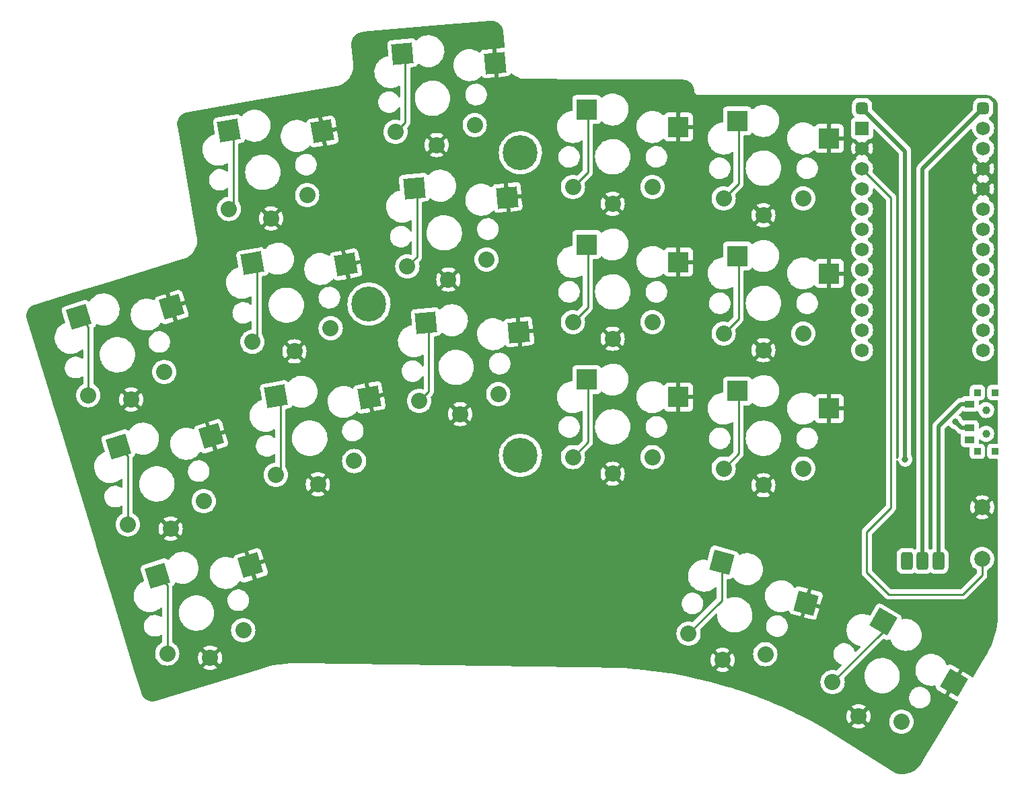
<source format=gbl>
%TF.GenerationSoftware,KiCad,Pcbnew,(6.0.4-0)*%
%TF.CreationDate,2022-04-27T15:29:03+02:00*%
%TF.ProjectId,duck-shorter-thumb,6475636b-2d73-4686-9f72-7465722d7468,v1.0.0*%
%TF.SameCoordinates,Original*%
%TF.FileFunction,Copper,L2,Bot*%
%TF.FilePolarity,Positive*%
%FSLAX46Y46*%
G04 Gerber Fmt 4.6, Leading zero omitted, Abs format (unit mm)*
G04 Created by KiCad (PCBNEW (6.0.4-0)) date 2022-04-27 15:29:03*
%MOMM*%
%LPD*%
G01*
G04 APERTURE LIST*
G04 Aperture macros list*
%AMRoundRect*
0 Rectangle with rounded corners*
0 $1 Rounding radius*
0 $2 $3 $4 $5 $6 $7 $8 $9 X,Y pos of 4 corners*
0 Add a 4 corners polygon primitive as box body*
4,1,4,$2,$3,$4,$5,$6,$7,$8,$9,$2,$3,0*
0 Add four circle primitives for the rounded corners*
1,1,$1+$1,$2,$3*
1,1,$1+$1,$4,$5*
1,1,$1+$1,$6,$7*
1,1,$1+$1,$8,$9*
0 Add four rect primitives between the rounded corners*
20,1,$1+$1,$2,$3,$4,$5,0*
20,1,$1+$1,$4,$5,$6,$7,0*
20,1,$1+$1,$6,$7,$8,$9,0*
20,1,$1+$1,$8,$9,$2,$3,0*%
%AMRotRect*
0 Rectangle, with rotation*
0 The origin of the aperture is its center*
0 $1 length*
0 $2 width*
0 $3 Rotation angle, in degrees counterclockwise*
0 Add horizontal line*
21,1,$1,$2,0,0,$3*%
G04 Aperture macros list end*
%TA.AperFunction,ComponentPad*%
%ADD10RoundRect,0.375000X-0.375000X-0.750000X0.375000X-0.750000X0.375000X0.750000X-0.375000X0.750000X0*%
%TD*%
%TA.AperFunction,ComponentPad*%
%ADD11C,2.000000*%
%TD*%
%TA.AperFunction,SMDPad,CuDef*%
%ADD12RotRect,2.600000X2.600000X10.000000*%
%TD*%
%TA.AperFunction,ComponentPad*%
%ADD13C,2.032000*%
%TD*%
%TA.AperFunction,SMDPad,CuDef*%
%ADD14RotRect,2.600000X2.600000X5.000000*%
%TD*%
%TA.AperFunction,SMDPad,CuDef*%
%ADD15R,2.600000X2.600000*%
%TD*%
%TA.AperFunction,SMDPad,CuDef*%
%ADD16RotRect,2.600000X2.600000X330.000000*%
%TD*%
%TA.AperFunction,SMDPad,CuDef*%
%ADD17R,0.900000X0.900000*%
%TD*%
%TA.AperFunction,WasherPad*%
%ADD18C,1.000000*%
%TD*%
%TA.AperFunction,SMDPad,CuDef*%
%ADD19R,1.250000X0.900000*%
%TD*%
%TA.AperFunction,SMDPad,CuDef*%
%ADD20RotRect,2.600000X2.600000X17.000000*%
%TD*%
%TA.AperFunction,SMDPad,CuDef*%
%ADD21RotRect,2.600000X2.600000X345.000000*%
%TD*%
%TA.AperFunction,ComponentPad*%
%ADD22R,1.752600X1.752600*%
%TD*%
%TA.AperFunction,ComponentPad*%
%ADD23C,1.752600*%
%TD*%
%TA.AperFunction,ComponentPad*%
%ADD24RoundRect,0.375000X-0.375000X-0.375000X0.375000X-0.375000X0.375000X0.375000X-0.375000X0.375000X0*%
%TD*%
%TA.AperFunction,ComponentPad*%
%ADD25C,4.400000*%
%TD*%
%TA.AperFunction,ViaPad*%
%ADD26C,0.800000*%
%TD*%
%TA.AperFunction,Conductor*%
%ADD27C,0.250000*%
%TD*%
%TA.AperFunction,Conductor*%
%ADD28C,0.500000*%
%TD*%
G04 APERTURE END LIST*
D10*
%TO.P,PAD1,1*%
%TO.N,Braw*%
X152411087Y55816483D03*
X156411087Y55816483D03*
%TO.P,PAD1,2*%
%TO.N,Bminus*%
X154411087Y55816483D03*
%TD*%
D11*
%TO.P,B1,1*%
%TO.N,RST*%
X161911087Y56066483D03*
%TO.P,B1,2*%
%TO.N,GND*%
X161911087Y62566483D03*
%TD*%
D12*
%TO.P,S11,1*%
%TO.N,P0*%
X67128658Y110035975D03*
%TO.P,S11,2*%
%TO.N,GND*%
X78885213Y109875035D03*
%TD*%
D13*
%TO.P,S34,1*%
%TO.N,P8*%
X143081355Y40569316D03*
X151741609Y35569316D03*
%TO.P,S34,2*%
%TO.N,GND*%
X146361482Y36250663D03*
X146361482Y36250663D03*
%TD*%
D14*
%TO.P,S15,1*%
%TO.N,P18*%
X90440529Y102756090D03*
%TO.P,S15,2*%
%TO.N,GND*%
X102138320Y101571111D03*
%TD*%
D15*
%TO.P,S21,1*%
%TO.N,P16*%
X112136087Y95636017D03*
%TO.P,S21,2*%
%TO.N,GND*%
X123686087Y93436017D03*
%TD*%
D13*
%TO.P,S8,1*%
%TO.N,P3*%
X73026972Y66651093D03*
X82875050Y68387574D03*
%TO.P,S8,2*%
%TO.N,GND*%
X78315672Y65451237D03*
X78315672Y65451237D03*
%TD*%
%TO.P,S14,1*%
%TO.N,P1*%
X91053509Y75957538D03*
X101015456Y76829096D03*
%TO.P,S14,2*%
%TO.N,GND*%
X96217510Y74301308D03*
X96217510Y74301308D03*
%TD*%
%TO.P,S20,1*%
%TO.N,P14*%
X120411087Y68886017D03*
X110411087Y68886017D03*
%TO.P,S20,2*%
%TO.N,GND*%
X115411087Y66786017D03*
X115411087Y66786017D03*
%TD*%
%TO.P,S28,1*%
%TO.N,P20*%
X129377759Y84446289D03*
X139377759Y84446289D03*
%TO.P,S28,2*%
%TO.N,GND*%
X134377759Y82346289D03*
X134377759Y82346289D03*
%TD*%
%TO.P,S26,1*%
%TO.N,P19*%
X129377759Y67446289D03*
X139377759Y67446289D03*
%TO.P,S26,2*%
%TO.N,GND*%
X134377759Y65346289D03*
X134377759Y65346289D03*
%TD*%
D15*
%TO.P,S29,1*%
%TO.N,P21*%
X131102759Y111196289D03*
%TO.P,S29,2*%
%TO.N,GND*%
X142652759Y108996289D03*
%TD*%
D16*
%TO.P,S33,1*%
%TO.N,P8*%
X149450249Y48150564D03*
%TO.P,S33,2*%
%TO.N,GND*%
X158352842Y40470308D03*
%TD*%
D12*
%TO.P,S7,1*%
%TO.N,P3*%
X73032696Y76552511D03*
%TO.P,S7,2*%
%TO.N,GND*%
X84789251Y76391571D03*
%TD*%
D13*
%TO.P,S2,1*%
%TO.N,P6*%
X59359170Y44161364D03*
X68922217Y47085081D03*
%TO.P,S2,2*%
%TO.N,GND*%
X64754674Y43614983D03*
X64754674Y43614983D03*
%TD*%
D17*
%TO.P,T2,*%
%TO.N,*%
X163511087Y69616483D03*
X163511087Y77016483D03*
X161311087Y69616483D03*
X161311087Y77016483D03*
D18*
X162411087Y74816483D03*
X162411087Y71816483D03*
D19*
%TO.P,T2,1*%
%TO.N,Braw*%
X160336087Y75566483D03*
%TO.P,T2,2*%
%TO.N,Bplus*%
X160336087Y72566483D03*
%TO.P,T2,3*%
%TO.N,N/C*%
X160336087Y71066483D03*
%TD*%
D20*
%TO.P,S1,1*%
%TO.N,P6*%
X58158171Y53989677D03*
%TO.P,S1,2*%
%TO.N,GND*%
X69846709Y55262700D03*
%TD*%
%TO.P,S5,1*%
%TO.N,P4*%
X48217533Y86504039D03*
%TO.P,S5,2*%
%TO.N,GND*%
X59906071Y87777062D03*
%TD*%
D15*
%TO.P,S27,1*%
%TO.N,P20*%
X131102759Y94196289D03*
%TO.P,S27,2*%
%TO.N,GND*%
X142652759Y91996289D03*
%TD*%
D12*
%TO.P,S9,1*%
%TO.N,P2*%
X70080677Y93294243D03*
%TO.P,S9,2*%
%TO.N,GND*%
X81837232Y93133303D03*
%TD*%
D13*
%TO.P,S16,1*%
%TO.N,P18*%
X99533808Y93764406D03*
X89571861Y92892848D03*
%TO.P,S16,2*%
%TO.N,GND*%
X94735862Y91236618D03*
X94735862Y91236618D03*
%TD*%
%TO.P,S30,1*%
%TO.N,P21*%
X139377759Y101446289D03*
X129377759Y101446289D03*
%TO.P,S30,2*%
%TO.N,GND*%
X134377759Y99346289D03*
X134377759Y99346289D03*
%TD*%
D14*
%TO.P,S13,1*%
%TO.N,P1*%
X91922177Y85820780D03*
%TO.P,S13,2*%
%TO.N,GND*%
X103619968Y84635801D03*
%TD*%
D13*
%TO.P,S24,1*%
%TO.N,P10*%
X110411087Y102886017D03*
X120411087Y102886017D03*
%TO.P,S24,2*%
%TO.N,GND*%
X115411087Y100786017D03*
X115411087Y100786017D03*
%TD*%
D14*
%TO.P,S17,1*%
%TO.N,P15*%
X88958882Y119691400D03*
%TO.P,S17,2*%
%TO.N,GND*%
X100656673Y118506421D03*
%TD*%
D13*
%TO.P,S4,1*%
%TO.N,P5*%
X54388851Y60418545D03*
X63951898Y63342262D03*
%TO.P,S4,2*%
%TO.N,GND*%
X59784355Y59872164D03*
X59784355Y59872164D03*
%TD*%
%TO.P,S10,1*%
%TO.N,P2*%
X70074953Y83392825D03*
X79923031Y85129306D03*
%TO.P,S10,2*%
%TO.N,GND*%
X75363653Y82192969D03*
X75363653Y82192969D03*
%TD*%
%TO.P,S22,1*%
%TO.N,P16*%
X110411087Y85886017D03*
X120411087Y85886017D03*
%TO.P,S22,2*%
%TO.N,GND*%
X115411087Y83786017D03*
X115411087Y83786017D03*
%TD*%
D21*
%TO.P,S31,1*%
%TO.N,P7*%
X129150449Y55633629D03*
%TO.P,S31,2*%
%TO.N,GND*%
X139737491Y50519232D03*
%TD*%
D22*
%TO.P,MCU1,1*%
%TO.N,RAW*%
X146791087Y110286483D03*
D23*
%TO.P,MCU1,2*%
%TO.N,GND*%
X146791087Y107746483D03*
%TO.P,MCU1,3*%
%TO.N,RST*%
X146791087Y105206483D03*
%TO.P,MCU1,4*%
%TO.N,VCC*%
X146791087Y102666483D03*
%TO.P,MCU1,5*%
%TO.N,P21*%
X146791087Y100126483D03*
%TO.P,MCU1,6*%
%TO.N,P20*%
X146791087Y97586483D03*
%TO.P,MCU1,7*%
%TO.N,P19*%
X146791087Y95046483D03*
%TO.P,MCU1,8*%
%TO.N,P18*%
X146791087Y92506483D03*
%TO.P,MCU1,9*%
%TO.N,P15*%
X146791087Y89966483D03*
%TO.P,MCU1,10*%
%TO.N,P14*%
X146791087Y87426483D03*
%TO.P,MCU1,11*%
%TO.N,P16*%
X146791087Y84886483D03*
%TO.P,MCU1,12*%
%TO.N,P10*%
X146791087Y82346483D03*
%TO.P,MCU1,13*%
%TO.N,P1*%
X162031087Y110286483D03*
%TO.P,MCU1,14*%
%TO.N,P0*%
X162031087Y107746483D03*
%TO.P,MCU1,15*%
%TO.N,GND*%
X162031087Y105206483D03*
%TO.P,MCU1,16*%
X162031087Y102666483D03*
%TO.P,MCU1,17*%
%TO.N,P2*%
X162031087Y100126483D03*
%TO.P,MCU1,18*%
%TO.N,P3*%
X162031087Y97586483D03*
%TO.P,MCU1,19*%
%TO.N,P4*%
X162031087Y95046483D03*
%TO.P,MCU1,20*%
%TO.N,P5*%
X162031087Y92506483D03*
%TO.P,MCU1,21*%
%TO.N,P6*%
X162031087Y89966483D03*
%TO.P,MCU1,22*%
%TO.N,P7*%
X162031087Y87426483D03*
%TO.P,MCU1,23*%
%TO.N,P8*%
X162031087Y84886483D03*
%TO.P,MCU1,24*%
%TO.N,P9*%
X162031087Y82346483D03*
D24*
%TO.P,MCU1,25*%
%TO.N,Bplus*%
X146791087Y112826483D03*
%TO.N,Bminus*%
X162031087Y112826483D03*
%TD*%
D20*
%TO.P,S3,1*%
%TO.N,P5*%
X53187852Y70246858D03*
%TO.P,S3,2*%
%TO.N,GND*%
X64876390Y71519881D03*
%TD*%
D13*
%TO.P,S32,1*%
%TO.N,P7*%
X134620000Y44074125D03*
X124960741Y46662315D03*
%TO.P,S32,2*%
%TO.N,GND*%
X129246851Y43339776D03*
X129246851Y43339776D03*
%TD*%
D25*
%TO.P,REF\u002A\u002A,1*%
%TO.N,N/C*%
X84747220Y88141427D03*
X103797220Y69091427D03*
X103797220Y107191427D03*
%TD*%
D13*
%TO.P,S12,1*%
%TO.N,P0*%
X76971012Y101871038D03*
X67122934Y100134557D03*
%TO.P,S12,2*%
%TO.N,GND*%
X72411634Y98934701D03*
X72411634Y98934701D03*
%TD*%
D15*
%TO.P,S23,1*%
%TO.N,P10*%
X112136087Y112636017D03*
%TO.P,S23,2*%
%TO.N,GND*%
X123686087Y110436017D03*
%TD*%
%TO.P,S25,1*%
%TO.N,P19*%
X131102759Y77196289D03*
%TO.P,S25,2*%
%TO.N,GND*%
X142652759Y74996289D03*
%TD*%
D13*
%TO.P,S6,1*%
%TO.N,P4*%
X49418532Y76675726D03*
X58981579Y79599443D03*
%TO.P,S6,2*%
%TO.N,GND*%
X54814036Y76129345D03*
X54814036Y76129345D03*
%TD*%
D15*
%TO.P,S19,1*%
%TO.N,P14*%
X112136087Y78636017D03*
%TO.P,S19,2*%
%TO.N,GND*%
X123686087Y76436017D03*
%TD*%
D13*
%TO.P,S18,1*%
%TO.N,P15*%
X88090214Y109828158D03*
X98052161Y110699716D03*
%TO.P,S18,2*%
%TO.N,GND*%
X93254215Y108171928D03*
X93254215Y108171928D03*
%TD*%
D26*
%TO.N,Bplus*%
X158572200Y73304400D03*
X152222200Y68605400D03*
%TD*%
D27*
%TO.N,P6*%
X58158171Y53989677D02*
X59359170Y52788678D01*
X59359170Y52788678D02*
X59359170Y44161364D01*
%TO.N,P5*%
X53187852Y70246858D02*
X54388851Y69045859D01*
X54388851Y69045859D02*
X54388851Y60418545D01*
%TO.N,P4*%
X48217533Y86504039D02*
X49418532Y85303040D01*
X49418532Y85303040D02*
X49418532Y76675726D01*
%TO.N,P3*%
X73590450Y67214571D02*
X73026972Y66651093D01*
X73032696Y76552511D02*
X73590450Y75994757D01*
X73590450Y75994757D02*
X73590450Y67214571D01*
%TO.N,P2*%
X70638431Y83956303D02*
X70074953Y83392825D01*
X70638431Y92736489D02*
X70638431Y83956303D01*
X70080677Y93294243D02*
X70638431Y92736489D01*
%TO.N,P0*%
X67686412Y100698035D02*
X67122934Y100134557D01*
X67128658Y110035975D02*
X67686412Y109478221D01*
X67686412Y109478221D02*
X67686412Y100698035D01*
%TO.N,P1*%
X92270004Y77174033D02*
X91053509Y75957538D01*
X91922177Y85820780D02*
X92270004Y85472953D01*
X92270004Y85472953D02*
X92270004Y77174033D01*
%TO.N,P18*%
X90788356Y94109343D02*
X89571861Y92892848D01*
X90440529Y102756090D02*
X90788356Y102408263D01*
X90788356Y102408263D02*
X90788356Y94109343D01*
%TO.N,P15*%
X89306709Y111044653D02*
X88090214Y109828158D01*
X89306709Y119343573D02*
X89306709Y111044653D01*
X88958882Y119691400D02*
X89306709Y119343573D01*
%TO.N,P14*%
X112285608Y79029475D02*
X112285608Y70760538D01*
X112285608Y70760538D02*
X110411087Y68886017D01*
X112136087Y79178996D02*
X112285608Y79029475D01*
%TO.N,P16*%
X112136087Y96178996D02*
X112285608Y96029475D01*
X112285608Y96029475D02*
X112285608Y87760538D01*
X112285608Y87760538D02*
X110411087Y85886017D01*
%TO.N,P10*%
X112285608Y104760538D02*
X110411087Y102886017D01*
X112285608Y113029475D02*
X112285608Y104760538D01*
X112136087Y113178996D02*
X112285608Y113029475D01*
%TO.N,P19*%
X131252280Y77046768D02*
X131252280Y69320810D01*
X131252280Y69320810D02*
X129377759Y67446289D01*
X131102759Y77196289D02*
X131252280Y77046768D01*
%TO.N,P20*%
X131102759Y94196289D02*
X131252280Y94046768D01*
X131252280Y94046768D02*
X131252280Y86320810D01*
X131252280Y86320810D02*
X129377759Y84446289D01*
%TO.N,P21*%
X131252280Y103320810D02*
X129377759Y101446289D01*
X131102759Y111196289D02*
X131252280Y111046768D01*
X131252280Y111046768D02*
X131252280Y103320810D01*
%TO.N,P7*%
X129150449Y55633629D02*
X129150449Y50852023D01*
X129150449Y50852023D02*
X124960741Y46662315D01*
%TO.N,P8*%
X149450249Y46938210D02*
X143081355Y40569316D01*
X149450249Y48150564D02*
X149450249Y46938210D01*
%TO.N,RST*%
X150139400Y51612800D02*
X147370800Y54381400D01*
X150444200Y101553370D02*
X146791087Y105206483D01*
X147370800Y59461400D02*
X150444200Y62534800D01*
X159461200Y51612800D02*
X150139400Y51612800D01*
X161911087Y56066483D02*
X161911087Y54062687D01*
X161911087Y54062687D02*
X159461200Y51612800D01*
X147370800Y54381400D02*
X147370800Y59461400D01*
X150444200Y62534800D02*
X150444200Y101553370D01*
D28*
%TO.N,Bplus*%
X152222200Y107395370D02*
X146791087Y112826483D01*
X158572200Y73304400D02*
X159310117Y72566483D01*
X159310117Y72566483D02*
X160336087Y72566483D01*
X152222200Y68605400D02*
X152222200Y107395370D01*
%TO.N,Bminus*%
X154411087Y55816483D02*
X154411087Y105206483D01*
X154411087Y105206483D02*
X162031087Y112826483D01*
%TO.N,Braw*%
X156411087Y72766483D02*
X156411087Y55816483D01*
X159211087Y75566483D02*
X156411087Y72766483D01*
X160336087Y75566483D02*
X159211087Y75566483D01*
%TD*%
%TA.AperFunction,Conductor*%
%TO.N,GND*%
G36*
X100238520Y123814579D02*
G01*
X100431736Y123789922D01*
X100449359Y123786380D01*
X100637100Y123734476D01*
X100654041Y123728462D01*
X100718715Y123700159D01*
X100832489Y123650368D01*
X100848397Y123642006D01*
X101013917Y123539306D01*
X101028471Y123528767D01*
X101177687Y123403563D01*
X101190594Y123391060D01*
X101320478Y123245888D01*
X101331477Y123231670D01*
X101367354Y123177747D01*
X101439372Y123069501D01*
X101448236Y123053863D01*
X101459807Y123029556D01*
X101531955Y122877988D01*
X101538504Y122861246D01*
X101596340Y122675249D01*
X101600440Y122657745D01*
X101626064Y122497613D01*
X101626917Y122478990D01*
X101627498Y122471258D01*
X101626896Y122462305D01*
X101628830Y122453546D01*
X101628830Y122453545D01*
X101634823Y122426404D01*
X101637123Y122412152D01*
X101813953Y120695508D01*
X101828705Y120552294D01*
X101815788Y120482482D01*
X101767179Y120430736D01*
X101714350Y120413862D01*
X100770177Y120331257D01*
X100755384Y120325470D01*
X100754304Y120323979D01*
X100753310Y120316184D01*
X100887569Y118781592D01*
X101065705Y116745487D01*
X101071492Y116730694D01*
X101072983Y116729614D01*
X101080778Y116728620D01*
X102153814Y116822499D01*
X102160555Y116823459D01*
X102210751Y116833396D01*
X102225634Y116838340D01*
X102341690Y116893821D01*
X102356473Y116903680D01*
X102451498Y116988790D01*
X102462916Y117002398D01*
X102530230Y117110755D01*
X102537375Y117127031D01*
X102545097Y117154782D01*
X102582628Y117215047D01*
X102646784Y117245454D01*
X102717194Y117236349D01*
X102751611Y117213899D01*
X102833379Y117138970D01*
X102920524Y117059113D01*
X102923435Y117057001D01*
X103149561Y116892935D01*
X103149569Y116892930D01*
X103152477Y116890820D01*
X103402086Y116750035D01*
X103405385Y116748643D01*
X103405394Y116748638D01*
X103662787Y116639989D01*
X103662792Y116639987D01*
X103666102Y116638590D01*
X103941092Y116557933D01*
X103944641Y116557319D01*
X103944643Y116557319D01*
X104219929Y116509728D01*
X104219935Y116509727D01*
X104223477Y116509115D01*
X104321192Y116503533D01*
X104474877Y116494753D01*
X104488591Y116493213D01*
X104497033Y116491792D01*
X104503365Y116491715D01*
X104504720Y116491698D01*
X104504724Y116491698D01*
X104509585Y116491639D01*
X104514403Y116492329D01*
X104514405Y116492329D01*
X104535783Y116495390D01*
X104554211Y116496661D01*
X112303500Y116461692D01*
X124156952Y116408204D01*
X124175754Y116406706D01*
X124200894Y116402792D01*
X124212785Y116404347D01*
X124215163Y116404658D01*
X124241228Y116405346D01*
X124274216Y116402792D01*
X124427082Y116390956D01*
X124446304Y116387961D01*
X124651478Y116339519D01*
X124670013Y116333600D01*
X124684287Y116327792D01*
X124858139Y116257053D01*
X124865283Y116254146D01*
X124882684Y116245443D01*
X124936520Y116213098D01*
X125063384Y116136876D01*
X125079239Y116125598D01*
X125093728Y116113503D01*
X125241078Y115990496D01*
X125255002Y115976916D01*
X125394105Y115818513D01*
X125405778Y115802943D01*
X125518836Y115625004D01*
X125527971Y115607826D01*
X125528186Y115607334D01*
X125573760Y115502893D01*
X125612280Y115414616D01*
X125618662Y115396234D01*
X125672221Y115192334D01*
X125675696Y115173188D01*
X125694000Y114994861D01*
X125693769Y114977795D01*
X125693893Y114977797D01*
X125694007Y114968822D01*
X125692848Y114959919D01*
X125694234Y114951050D01*
X125694234Y114951048D01*
X125696182Y114938585D01*
X125697691Y114918362D01*
X125697559Y114896762D01*
X125704227Y114873431D01*
X125706803Y114864418D01*
X125710142Y114849250D01*
X125710407Y114847558D01*
X125715337Y114816008D01*
X125719155Y114807887D01*
X125719156Y114807885D01*
X125724528Y114796460D01*
X125731651Y114777475D01*
X125735117Y114765347D01*
X125735120Y114765340D01*
X125737586Y114756712D01*
X125742376Y114749120D01*
X125742378Y114749116D01*
X125755537Y114728260D01*
X125763001Y114714637D01*
X125777315Y114684194D01*
X125783260Y114677470D01*
X125783264Y114677464D01*
X125791621Y114668012D01*
X125803784Y114651793D01*
X125810519Y114641119D01*
X125810521Y114641116D01*
X125815311Y114633525D01*
X125840528Y114611254D01*
X125851509Y114600279D01*
X125873796Y114575072D01*
X125881391Y114570286D01*
X125881393Y114570284D01*
X125892073Y114563553D01*
X125908304Y114551397D01*
X125924486Y114537105D01*
X125932610Y114533291D01*
X125932611Y114533290D01*
X125954930Y114522811D01*
X125968554Y114515357D01*
X125989431Y114502201D01*
X125989437Y114502198D01*
X125997026Y114497416D01*
X126005657Y114494955D01*
X126005658Y114494954D01*
X126017799Y114491491D01*
X126036788Y114484379D01*
X126048207Y114479018D01*
X126056335Y114475202D01*
X126089573Y114470027D01*
X126104746Y114466695D01*
X126137099Y114457468D01*
X126213902Y114457980D01*
X126214742Y114457983D01*
X162361723Y114457983D01*
X162381108Y114456483D01*
X162395941Y114454173D01*
X162395945Y114454173D01*
X162404814Y114452792D01*
X162420070Y114454787D01*
X162445392Y114455530D01*
X162579058Y114445971D01*
X162614361Y114443446D01*
X162632156Y114440888D01*
X162822490Y114399484D01*
X162839739Y114394419D01*
X162875058Y114381246D01*
X163022244Y114326349D01*
X163038589Y114318884D01*
X163064640Y114304659D01*
X163209548Y114225533D01*
X163224671Y114215814D01*
X163380603Y114099085D01*
X163394189Y114087312D01*
X163531914Y113949587D01*
X163543687Y113936001D01*
X163660419Y113780065D01*
X163670136Y113764945D01*
X163763484Y113593986D01*
X163770952Y113577635D01*
X163839024Y113395126D01*
X163844084Y113377891D01*
X163881739Y113204789D01*
X163885488Y113187554D01*
X163888046Y113169760D01*
X163899623Y113007871D01*
X163898879Y112989955D01*
X163898777Y112981634D01*
X163897396Y112972763D01*
X163898560Y112963860D01*
X163898560Y112963855D01*
X163901523Y112941193D01*
X163902587Y112924857D01*
X163902587Y78100983D01*
X163882585Y78032862D01*
X163828929Y77986369D01*
X163776587Y77974983D01*
X163012953Y77974983D01*
X162950771Y77968228D01*
X162814382Y77917098D01*
X162697826Y77829744D01*
X162610472Y77713188D01*
X162559342Y77576799D01*
X162552587Y77514617D01*
X162552587Y76518349D01*
X162559342Y76456167D01*
X162610472Y76319778D01*
X162697826Y76203222D01*
X162814382Y76115868D01*
X162950771Y76064738D01*
X163012953Y76057983D01*
X163776587Y76057983D01*
X163844708Y76037981D01*
X163891201Y75984325D01*
X163902587Y75931983D01*
X163902587Y70700983D01*
X163882585Y70632862D01*
X163828929Y70586369D01*
X163776587Y70574983D01*
X163012953Y70574983D01*
X162950771Y70568228D01*
X162814382Y70517098D01*
X162697826Y70429744D01*
X162610472Y70313188D01*
X162559342Y70176799D01*
X162552587Y70114617D01*
X162552587Y69118349D01*
X162559342Y69056167D01*
X162610472Y68919778D01*
X162697826Y68803222D01*
X162814382Y68715868D01*
X162950771Y68664738D01*
X163012953Y68657983D01*
X163776587Y68657983D01*
X163844708Y68637981D01*
X163891201Y68584325D01*
X163902587Y68531983D01*
X163902587Y48332384D01*
X163902492Y48330992D01*
X163902093Y48329594D01*
X163902119Y48325510D01*
X163902251Y48304786D01*
X163900863Y48285313D01*
X163821527Y47755912D01*
X163820931Y47751938D01*
X163819839Y47745726D01*
X163796014Y47627537D01*
X163706410Y47183059D01*
X163705006Y47176896D01*
X163563502Y46620624D01*
X163561791Y46614540D01*
X163392566Y46066055D01*
X163390551Y46060064D01*
X163194038Y45520771D01*
X163191731Y45514902D01*
X163002561Y45066981D01*
X162968414Y44986126D01*
X162965811Y44980369D01*
X162716250Y44463446D01*
X162713380Y44457862D01*
X162558588Y44174481D01*
X162438201Y43954087D01*
X162435032Y43948618D01*
X162157042Y43495327D01*
X162143553Y43477205D01*
X162132385Y43464717D01*
X162128520Y43456617D01*
X162128519Y43456615D01*
X162113857Y43425885D01*
X162108182Y43415318D01*
X160784245Y41208756D01*
X160732046Y41160633D01*
X160662116Y41148372D01*
X160596658Y41175863D01*
X160568539Y41208122D01*
X160561496Y41219705D01*
X160479767Y41319029D01*
X160468363Y41329803D01*
X160427082Y41360016D01*
X160421358Y41363747D01*
X159492501Y41900023D01*
X159477066Y41903768D01*
X159475326Y41903165D01*
X159470039Y41897350D01*
X158699812Y40563278D01*
X158454510Y40138403D01*
X158454509Y40138401D01*
X158445812Y40123338D01*
X157677871Y38793224D01*
X157674126Y38777789D01*
X157674729Y38776049D01*
X157680545Y38770762D01*
X158613364Y38232198D01*
X158619447Y38229112D01*
X158666259Y38208465D01*
X158681287Y38203977D01*
X158771539Y38188956D01*
X158835451Y38158041D01*
X158872504Y38097481D01*
X158870933Y38026501D01*
X158858897Y37999841D01*
X156483054Y34040102D01*
X154511410Y30754029D01*
X154508554Y30749491D01*
X154480303Y30706649D01*
X154480301Y30706645D01*
X154475360Y30699152D01*
X154469832Y30681183D01*
X154461096Y30659920D01*
X154337970Y30424095D01*
X154331220Y30412677D01*
X154219959Y30245253D01*
X154168068Y30167169D01*
X154160152Y30156520D01*
X153972096Y29929541D01*
X153963105Y29919783D01*
X153752210Y29713827D01*
X153742242Y29705069D01*
X153510861Y29522435D01*
X153500027Y29514774D01*
X153250731Y29357490D01*
X153239153Y29351011D01*
X152974691Y29220810D01*
X152962498Y29215586D01*
X152848138Y29173565D01*
X152685809Y29113918D01*
X152673131Y29110004D01*
X152567086Y29083290D01*
X152387284Y29037996D01*
X152374276Y29035439D01*
X152082436Y28993889D01*
X152069234Y28992715D01*
X151900054Y28986610D01*
X151774651Y28982086D01*
X151761384Y28982306D01*
X151467309Y29002715D01*
X151454140Y29004330D01*
X151289499Y29033379D01*
X151163853Y29055548D01*
X151150941Y29058534D01*
X150925400Y29123389D01*
X150892785Y29138047D01*
X143125192Y34060084D01*
X141749016Y34932116D01*
X141737703Y34940193D01*
X141707945Y34964025D01*
X141697057Y34970271D01*
X141692536Y34972005D01*
X141686665Y34974987D01*
X141628744Y35006357D01*
X145482006Y35006357D01*
X145487733Y34998707D01*
X145663241Y34891156D01*
X145672035Y34886675D01*
X145884511Y34798665D01*
X145893896Y34795616D01*
X146117526Y34741926D01*
X146127273Y34740383D01*
X146356552Y34722338D01*
X146366412Y34722338D01*
X146595691Y34740383D01*
X146605438Y34741926D01*
X146829068Y34795616D01*
X146838453Y34798665D01*
X147050929Y34886675D01*
X147059723Y34891156D01*
X147231565Y34996460D01*
X147241025Y35006916D01*
X147237241Y35015694D01*
X146374294Y35878641D01*
X146360350Y35886255D01*
X146358517Y35886124D01*
X146351902Y35881873D01*
X145488766Y35018737D01*
X145482006Y35006357D01*
X141628744Y35006357D01*
X140426473Y35657507D01*
X140426458Y35657515D01*
X140425806Y35657868D01*
X139274017Y36245733D01*
X144833157Y36245733D01*
X144851202Y36016454D01*
X144852745Y36006707D01*
X144906435Y35783077D01*
X144909484Y35773692D01*
X144997494Y35561216D01*
X145001975Y35552422D01*
X145107279Y35380580D01*
X145117735Y35371120D01*
X145126513Y35374904D01*
X145989460Y36237851D01*
X145995838Y36249531D01*
X146725890Y36249531D01*
X146726021Y36247698D01*
X146730272Y36241083D01*
X147593408Y35377947D01*
X147605788Y35371187D01*
X147613438Y35376914D01*
X147720989Y35552422D01*
X147725470Y35561216D01*
X147728825Y35569316D01*
X150212395Y35569316D01*
X150231222Y35330094D01*
X150232376Y35325287D01*
X150232377Y35325281D01*
X150267652Y35178353D01*
X150287240Y35096763D01*
X150289133Y35092192D01*
X150289134Y35092190D01*
X150355439Y34932116D01*
X150379069Y34875067D01*
X150504449Y34670467D01*
X150660291Y34487998D01*
X150842760Y34332156D01*
X151047360Y34206776D01*
X151051930Y34204883D01*
X151051932Y34204882D01*
X151264483Y34116841D01*
X151269056Y34114947D01*
X151350646Y34095359D01*
X151497574Y34060084D01*
X151497580Y34060083D01*
X151502387Y34058929D01*
X151741609Y34040102D01*
X151980831Y34058929D01*
X151985638Y34060083D01*
X151985644Y34060084D01*
X152132572Y34095359D01*
X152214162Y34114947D01*
X152218735Y34116841D01*
X152431286Y34204882D01*
X152431288Y34204883D01*
X152435858Y34206776D01*
X152640458Y34332156D01*
X152822927Y34487998D01*
X152978769Y34670467D01*
X153104149Y34875067D01*
X153127780Y34932116D01*
X153194084Y35092190D01*
X153194085Y35092192D01*
X153195978Y35096763D01*
X153215566Y35178353D01*
X153250841Y35325281D01*
X153250842Y35325287D01*
X153251996Y35330094D01*
X153270823Y35569316D01*
X153251996Y35808538D01*
X153250842Y35813345D01*
X153250841Y35813351D01*
X153202647Y36014089D01*
X153195978Y36041869D01*
X153114800Y36237851D01*
X153106043Y36258993D01*
X153106042Y36258995D01*
X153104149Y36263565D01*
X152978769Y36468165D01*
X152822927Y36650634D01*
X152640458Y36806476D01*
X152435858Y36931856D01*
X152431288Y36933749D01*
X152431286Y36933750D01*
X152218735Y37021791D01*
X152218733Y37021792D01*
X152214162Y37023685D01*
X152132572Y37043273D01*
X151985644Y37078548D01*
X151985638Y37078549D01*
X151980831Y37079703D01*
X151741609Y37098530D01*
X151502387Y37079703D01*
X151497580Y37078549D01*
X151497574Y37078548D01*
X151350646Y37043273D01*
X151269056Y37023685D01*
X151264485Y37021792D01*
X151264483Y37021791D01*
X151051932Y36933750D01*
X151051930Y36933749D01*
X151047360Y36931856D01*
X150842760Y36806476D01*
X150660291Y36650634D01*
X150504449Y36468165D01*
X150379069Y36263565D01*
X150377176Y36258995D01*
X150377175Y36258993D01*
X150368418Y36237851D01*
X150287240Y36041869D01*
X150280571Y36014089D01*
X150232377Y35813351D01*
X150232376Y35813345D01*
X150231222Y35808538D01*
X150212395Y35569316D01*
X147728825Y35569316D01*
X147813480Y35773692D01*
X147816529Y35783077D01*
X147870219Y36006707D01*
X147871762Y36016454D01*
X147889807Y36245733D01*
X147889807Y36255593D01*
X147871762Y36484872D01*
X147870219Y36494619D01*
X147816529Y36718249D01*
X147813480Y36727634D01*
X147725470Y36940110D01*
X147720989Y36948904D01*
X147615685Y37120746D01*
X147605229Y37130206D01*
X147596451Y37126422D01*
X146733504Y36263475D01*
X146725890Y36249531D01*
X145995838Y36249531D01*
X145997074Y36251795D01*
X145996943Y36253628D01*
X145992692Y36260243D01*
X145129556Y37123379D01*
X145117176Y37130139D01*
X145109526Y37124412D01*
X145001975Y36948904D01*
X144997494Y36940110D01*
X144909484Y36727634D01*
X144906435Y36718249D01*
X144852745Y36494619D01*
X144851202Y36484872D01*
X144833157Y36255593D01*
X144833157Y36245733D01*
X139274017Y36245733D01*
X139138502Y36314899D01*
X138827972Y36463940D01*
X137836248Y36939923D01*
X137836247Y36939923D01*
X137835525Y36940270D01*
X137834785Y36940603D01*
X137834766Y36940612D01*
X136604717Y37494410D01*
X145481939Y37494410D01*
X145485723Y37485632D01*
X146348670Y36622685D01*
X146362614Y36615071D01*
X146364447Y36615202D01*
X146371062Y36619453D01*
X147234198Y37482589D01*
X147240958Y37494969D01*
X147235231Y37502619D01*
X147059723Y37610170D01*
X147050929Y37614651D01*
X146838453Y37702661D01*
X146829068Y37705710D01*
X146605438Y37759400D01*
X146595691Y37760943D01*
X146366412Y37778988D01*
X146356552Y37778988D01*
X146127273Y37760943D01*
X146117526Y37759400D01*
X145893896Y37705710D01*
X145884511Y37702661D01*
X145672035Y37614651D01*
X145663241Y37610170D01*
X145491399Y37504866D01*
X145481939Y37494410D01*
X136604717Y37494410D01*
X136518402Y37533271D01*
X136518357Y37533291D01*
X136517652Y37533608D01*
X136516933Y37533911D01*
X136516905Y37533923D01*
X135657081Y37896029D01*
X135185671Y38094559D01*
X135184915Y38094856D01*
X133841071Y38622514D01*
X133841037Y38622527D01*
X133840377Y38622786D01*
X133698630Y38674481D01*
X152711822Y38674481D01*
X152712022Y38669151D01*
X152712022Y38669150D01*
X152713773Y38622514D01*
X152720476Y38443945D01*
X152767850Y38218163D01*
X152769808Y38213204D01*
X152769809Y38213202D01*
X152797030Y38144275D01*
X152852589Y38003591D01*
X152972269Y37806364D01*
X152975766Y37802334D01*
X153062390Y37702509D01*
X153123469Y37632121D01*
X153127600Y37628734D01*
X153297737Y37489229D01*
X153297743Y37489225D01*
X153301865Y37485845D01*
X153502357Y37371719D01*
X153507373Y37369898D01*
X153507378Y37369896D01*
X153714197Y37294824D01*
X153714201Y37294823D01*
X153719212Y37293004D01*
X153724461Y37292055D01*
X153724464Y37292054D01*
X153942145Y37252691D01*
X153942152Y37252690D01*
X153946229Y37251953D01*
X153963966Y37251117D01*
X153968914Y37250883D01*
X153968921Y37250883D01*
X153970402Y37250813D01*
X154132547Y37250813D01*
X154199503Y37256494D01*
X154299184Y37264952D01*
X154299188Y37264953D01*
X154304495Y37265403D01*
X154309650Y37266741D01*
X154309656Y37266742D01*
X154522625Y37322018D01*
X154522629Y37322019D01*
X154527794Y37323360D01*
X154532660Y37325552D01*
X154532663Y37325553D01*
X154733271Y37415920D01*
X154738137Y37418112D01*
X154742557Y37421088D01*
X154742561Y37421090D01*
X154866996Y37504866D01*
X154929507Y37546951D01*
X155096434Y37706191D01*
X155234143Y37891279D01*
X155289338Y37999840D01*
X155336280Y38092167D01*
X155336280Y38092168D01*
X155338699Y38096925D01*
X155377965Y38223382D01*
X155405527Y38312143D01*
X155405528Y38312149D01*
X155407111Y38317246D01*
X155428382Y38477739D01*
X155436722Y38540660D01*
X155436722Y38540665D01*
X155437422Y38545945D01*
X155434538Y38622786D01*
X155428968Y38771150D01*
X155428768Y38776481D01*
X155381394Y39002263D01*
X155359016Y39058929D01*
X155335804Y39117704D01*
X155296655Y39216835D01*
X155189739Y39393028D01*
X155179744Y39409499D01*
X155179743Y39409500D01*
X155176975Y39414062D01*
X155090050Y39514235D01*
X155029275Y39584272D01*
X155029273Y39584274D01*
X155025775Y39588305D01*
X154930167Y39666699D01*
X154851507Y39731197D01*
X154851501Y39731201D01*
X154847379Y39734581D01*
X154646887Y39848707D01*
X154641871Y39850528D01*
X154641866Y39850530D01*
X154435047Y39925602D01*
X154435043Y39925603D01*
X154430032Y39927422D01*
X154424783Y39928371D01*
X154424780Y39928372D01*
X154207099Y39967735D01*
X154207092Y39967736D01*
X154203015Y39968473D01*
X154185278Y39969309D01*
X154180330Y39969543D01*
X154180323Y39969543D01*
X154178842Y39969613D01*
X154016697Y39969613D01*
X153949741Y39963932D01*
X153850060Y39955474D01*
X153850056Y39955473D01*
X153844749Y39955023D01*
X153839594Y39953685D01*
X153839588Y39953684D01*
X153626619Y39898408D01*
X153626615Y39898407D01*
X153621450Y39897066D01*
X153616584Y39894874D01*
X153616581Y39894873D01*
X153524492Y39853390D01*
X153411107Y39802314D01*
X153406687Y39799338D01*
X153406683Y39799336D01*
X153405584Y39798596D01*
X153219737Y39673475D01*
X153052810Y39514235D01*
X153049622Y39509950D01*
X152962630Y39393028D01*
X152915101Y39329147D01*
X152912686Y39324397D01*
X152817517Y39137213D01*
X152810545Y39123501D01*
X152784801Y39040593D01*
X152743717Y38908283D01*
X152743716Y38908277D01*
X152742133Y38903180D01*
X152711822Y38674481D01*
X133698630Y38674481D01*
X132482575Y39117976D01*
X131296667Y39517917D01*
X131113809Y39579585D01*
X131113794Y39579590D01*
X131113076Y39579832D01*
X130498414Y39770523D01*
X129733449Y40007844D01*
X129733428Y40007850D01*
X129732697Y40008077D01*
X128342264Y40402456D01*
X128341482Y40402657D01*
X128341472Y40402660D01*
X128034185Y40481757D01*
X127694024Y40569316D01*
X141552141Y40569316D01*
X141570968Y40330094D01*
X141572122Y40325287D01*
X141572123Y40325281D01*
X141584609Y40273274D01*
X141626986Y40096763D01*
X141628879Y40092192D01*
X141628880Y40092190D01*
X141685510Y39955474D01*
X141718815Y39875067D01*
X141844195Y39670467D01*
X142000037Y39487998D01*
X142003799Y39484785D01*
X142083789Y39416468D01*
X142182506Y39332156D01*
X142387106Y39206776D01*
X142391676Y39204883D01*
X142391678Y39204882D01*
X142601489Y39117976D01*
X142608802Y39114947D01*
X142690392Y39095359D01*
X142837320Y39060084D01*
X142837326Y39060083D01*
X142842133Y39058929D01*
X143081355Y39040102D01*
X143320577Y39058929D01*
X143325384Y39060083D01*
X143325390Y39060084D01*
X143472318Y39095359D01*
X143553908Y39114947D01*
X143561221Y39117976D01*
X143771032Y39204882D01*
X143771034Y39204883D01*
X143775604Y39206776D01*
X143980204Y39332156D01*
X144078922Y39416468D01*
X144158911Y39484785D01*
X144162673Y39487998D01*
X144318515Y39670467D01*
X144443895Y39875067D01*
X144477201Y39955474D01*
X144533830Y40092190D01*
X144533831Y40092192D01*
X144535724Y40096763D01*
X144578101Y40273274D01*
X144590587Y40325281D01*
X144590588Y40325287D01*
X144591742Y40330094D01*
X144610569Y40569316D01*
X144591742Y40808538D01*
X144590588Y40813345D01*
X144590587Y40813351D01*
X144535724Y41041869D01*
X144537947Y41042403D01*
X144536168Y41103894D01*
X144568945Y41161002D01*
X144721497Y41313554D01*
X147083996Y41313554D01*
X147084359Y41309406D01*
X147084359Y41309402D01*
X147093220Y41208122D01*
X147109734Y41019364D01*
X147110644Y41015292D01*
X147110645Y41015287D01*
X147157962Y40803604D01*
X147174154Y40731163D01*
X147276126Y40454014D01*
X147278073Y40450321D01*
X147278074Y40450319D01*
X147304423Y40400344D01*
X147413856Y40192786D01*
X147416276Y40189381D01*
X147582501Y39955478D01*
X147582504Y39955474D01*
X147584925Y39952068D01*
X147587769Y39949018D01*
X147587774Y39949012D01*
X147676943Y39853390D01*
X147786328Y39736089D01*
X148014527Y39548645D01*
X148265511Y39393028D01*
X148534872Y39271972D01*
X148817877Y39187605D01*
X148821997Y39186952D01*
X148821999Y39186952D01*
X149106074Y39141958D01*
X149106080Y39141957D01*
X149109555Y39141407D01*
X149134114Y39140292D01*
X149200499Y39137277D01*
X149200520Y39137277D01*
X149201919Y39137213D01*
X149386383Y39137213D01*
X149606146Y39151810D01*
X149610245Y39152636D01*
X149610249Y39152637D01*
X149789013Y39188682D01*
X149895633Y39210180D01*
X150174857Y39306325D01*
X150344571Y39391311D01*
X150435177Y39436683D01*
X150435179Y39436684D01*
X150438913Y39438554D01*
X150683160Y39604545D01*
X150690171Y39610813D01*
X150900194Y39798596D01*
X150903309Y39801381D01*
X150941607Y39846064D01*
X151092771Y40022429D01*
X151092774Y40022433D01*
X151095491Y40025603D01*
X151097765Y40029105D01*
X151097769Y40029110D01*
X151254052Y40269764D01*
X151254055Y40269769D01*
X151256331Y40273274D01*
X151383001Y40540041D01*
X151390818Y40564386D01*
X151471997Y40817230D01*
X151471997Y40817231D01*
X151473277Y40821217D01*
X151502193Y40981926D01*
X151524833Y41107754D01*
X151524834Y41107759D01*
X151525572Y41111863D01*
X151527804Y41161002D01*
X151538779Y41402702D01*
X151538779Y41402707D01*
X151538968Y41406872D01*
X151532078Y41485632D01*
X151513594Y41696901D01*
X151513230Y41701062D01*
X151490387Y41803258D01*
X151449722Y41985185D01*
X151449720Y41985192D01*
X151448810Y41989263D01*
X151379340Y42178075D01*
X153504431Y42178075D01*
X153504584Y42173687D01*
X153504584Y42173681D01*
X153514031Y41903165D01*
X153514234Y41897350D01*
X153514996Y41893027D01*
X153514997Y41893020D01*
X153521046Y41858717D01*
X153563011Y41620721D01*
X153649812Y41353573D01*
X153651740Y41349620D01*
X153651742Y41349615D01*
X153678346Y41295070D01*
X153772949Y41101106D01*
X153775404Y41097467D01*
X153775407Y41097461D01*
X153830834Y41015287D01*
X153930024Y40868232D01*
X153932969Y40864961D01*
X153932970Y40864960D01*
X153975946Y40817230D01*
X154117980Y40659486D01*
X154333159Y40478929D01*
X154571373Y40330077D01*
X154827984Y40215826D01*
X155097999Y40138401D01*
X155102349Y40137790D01*
X155102352Y40137789D01*
X155205178Y40123338D01*
X155376161Y40099308D01*
X155586755Y40099308D01*
X155588941Y40099461D01*
X155588945Y40099461D01*
X155792436Y40113690D01*
X155792441Y40113691D01*
X155796821Y40113997D01*
X155913175Y40138729D01*
X155983965Y40133327D01*
X156040597Y40090510D01*
X156065091Y40023873D01*
X156065339Y40012621D01*
X156064989Y39997205D01*
X156080203Y39870552D01*
X156084802Y39853390D01*
X156134950Y39736104D01*
X156144188Y39720911D01*
X156225917Y39621587D01*
X156237321Y39610813D01*
X156278602Y39580600D01*
X156284326Y39576869D01*
X157213183Y39040593D01*
X157228618Y39036848D01*
X157230358Y39037451D01*
X157235645Y39043267D01*
X158116711Y40569316D01*
X159027813Y42147392D01*
X159031558Y42162827D01*
X159030955Y42164567D01*
X159025139Y42169854D01*
X158092320Y42708418D01*
X158086237Y42711504D01*
X158039425Y42732151D01*
X158024397Y42736639D01*
X157897511Y42757758D01*
X157879739Y42758161D01*
X157753086Y42742947D01*
X157735924Y42738348D01*
X157618634Y42688198D01*
X157605456Y42680186D01*
X157536858Y42661887D01*
X157469257Y42683580D01*
X157424115Y42738377D01*
X157420164Y42748912D01*
X157416596Y42759895D01*
X157383406Y42862043D01*
X157379576Y42869897D01*
X157275243Y43083808D01*
X157260269Y43114510D01*
X157257814Y43118149D01*
X157257811Y43118155D01*
X157162980Y43258747D01*
X157103194Y43347384D01*
X157077741Y43375653D01*
X156937299Y43531629D01*
X156915238Y43556130D01*
X156883128Y43583074D01*
X156757115Y43688811D01*
X156700059Y43736687D01*
X156461845Y43885539D01*
X156241209Y43983773D01*
X156209248Y43998003D01*
X156209246Y43998004D01*
X156205234Y43999790D01*
X155935219Y44077215D01*
X155930869Y44077826D01*
X155930866Y44077827D01*
X155827919Y44092295D01*
X155657057Y44116308D01*
X155446463Y44116308D01*
X155444277Y44116155D01*
X155444273Y44116155D01*
X155240782Y44101926D01*
X155240777Y44101925D01*
X155236397Y44101619D01*
X154961639Y44043217D01*
X154957510Y44041714D01*
X154957506Y44041713D01*
X154701828Y43948654D01*
X154701824Y43948652D01*
X154697683Y43947145D01*
X154449667Y43815272D01*
X154446108Y43812686D01*
X154446106Y43812685D01*
X154275608Y43688811D01*
X154222417Y43650166D01*
X154219253Y43647110D01*
X154219250Y43647108D01*
X154143529Y43573985D01*
X154020357Y43455039D01*
X153847421Y43233690D01*
X153845225Y43229886D01*
X153845220Y43229879D01*
X153731403Y43032741D01*
X153706973Y42990427D01*
X153601747Y42729984D01*
X153600682Y42725711D01*
X153600681Y42725709D01*
X153535434Y42464017D01*
X153533792Y42457432D01*
X153533333Y42453064D01*
X153533332Y42453059D01*
X153513715Y42266412D01*
X153504431Y42178075D01*
X151379340Y42178075D01*
X151346838Y42266412D01*
X151321463Y42314541D01*
X151263582Y42424321D01*
X151209108Y42527640D01*
X151122603Y42649365D01*
X151040463Y42764948D01*
X151040458Y42764954D01*
X151038039Y42768358D01*
X151035195Y42771408D01*
X151035190Y42771414D01*
X150839482Y42981285D01*
X150836636Y42984337D01*
X150608437Y43171781D01*
X150357453Y43327398D01*
X150351228Y43330196D01*
X150250081Y43375653D01*
X150088092Y43448454D01*
X149805087Y43532821D01*
X149800967Y43533474D01*
X149800965Y43533474D01*
X149516890Y43578468D01*
X149516884Y43578469D01*
X149513409Y43579019D01*
X149488850Y43580134D01*
X149422465Y43583149D01*
X149422444Y43583149D01*
X149421045Y43583213D01*
X149236581Y43583213D01*
X149016818Y43568616D01*
X149012719Y43567790D01*
X149012715Y43567789D01*
X148870121Y43539037D01*
X148727331Y43510246D01*
X148448107Y43414101D01*
X148444379Y43412234D01*
X148232961Y43306364D01*
X148184051Y43281872D01*
X147939804Y43115881D01*
X147936690Y43113097D01*
X147936689Y43113096D01*
X147928268Y43105567D01*
X147719655Y42919045D01*
X147716938Y42915875D01*
X147716937Y42915874D01*
X147536916Y42705840D01*
X147527473Y42694823D01*
X147525199Y42691321D01*
X147525195Y42691316D01*
X147373309Y42457432D01*
X147366633Y42447152D01*
X147364839Y42443374D01*
X147364838Y42443372D01*
X147330320Y42370677D01*
X147239963Y42180385D01*
X147238684Y42176402D01*
X147238683Y42176399D01*
X147174274Y41975788D01*
X147149687Y41899209D01*
X147142422Y41858833D01*
X147099580Y41620721D01*
X147097392Y41608563D01*
X147097203Y41604396D01*
X147097202Y41604389D01*
X147084185Y41317724D01*
X147083996Y41313554D01*
X144721497Y41313554D01*
X149394552Y45986609D01*
X149456864Y46020635D01*
X149527679Y46015570D01*
X149546642Y46006635D01*
X149713517Y45910290D01*
X149770746Y45885049D01*
X149778535Y45883753D01*
X149778537Y45883752D01*
X149905569Y45862608D01*
X149905572Y45862608D01*
X149914427Y45861134D01*
X150059045Y45878507D01*
X150192974Y45935771D01*
X150198610Y45940409D01*
X150266395Y45958490D01*
X150333996Y45936796D01*
X150379137Y45881998D01*
X150383087Y45871465D01*
X150404406Y45805853D01*
X150419685Y45758829D01*
X150421613Y45754876D01*
X150421615Y45754871D01*
X150466547Y45662748D01*
X150542822Y45506362D01*
X150545277Y45502723D01*
X150545280Y45502717D01*
X150599343Y45422566D01*
X150699897Y45273488D01*
X150887853Y45064742D01*
X150891215Y45061921D01*
X150891216Y45061920D01*
X150910617Y45045641D01*
X151103032Y44884185D01*
X151341246Y44735333D01*
X151597857Y44621082D01*
X151692377Y44593979D01*
X151802068Y44562526D01*
X151867872Y44543657D01*
X151872222Y44543046D01*
X151872225Y44543045D01*
X151975172Y44528577D01*
X152146034Y44504564D01*
X152356628Y44504564D01*
X152358814Y44504717D01*
X152358818Y44504717D01*
X152562309Y44518946D01*
X152562314Y44518947D01*
X152566694Y44519253D01*
X152841452Y44577655D01*
X152845581Y44579158D01*
X152845585Y44579159D01*
X153101263Y44672218D01*
X153101267Y44672220D01*
X153105408Y44673727D01*
X153353424Y44805600D01*
X153391725Y44833427D01*
X153577111Y44968117D01*
X153577114Y44968120D01*
X153580674Y44970706D01*
X153584593Y44974490D01*
X153719994Y45105246D01*
X153782734Y45165833D01*
X153955670Y45387182D01*
X153957866Y45390986D01*
X153957871Y45390993D01*
X154093917Y45626633D01*
X154096118Y45630445D01*
X154201344Y45890888D01*
X154202410Y45895163D01*
X154268235Y46159171D01*
X154268236Y46159176D01*
X154269299Y46163440D01*
X154271299Y46182464D01*
X154298201Y46438428D01*
X154298201Y46438431D01*
X154298660Y46442797D01*
X154298507Y46447191D01*
X154289011Y46719125D01*
X154289010Y46719131D01*
X154288857Y46723522D01*
X154272573Y46815877D01*
X154248366Y46953156D01*
X154240080Y47000151D01*
X154153279Y47267299D01*
X154146733Y47280722D01*
X154079940Y47417666D01*
X154030142Y47519766D01*
X154027687Y47523405D01*
X154027684Y47523411D01*
X153951668Y47636109D01*
X153873067Y47752640D01*
X153851881Y47776170D01*
X153720060Y47922571D01*
X153685111Y47961386D01*
X153469932Y48141943D01*
X153231718Y48290795D01*
X152975107Y48405046D01*
X152812850Y48451572D01*
X152709319Y48481259D01*
X152709318Y48481259D01*
X152705092Y48482471D01*
X152700742Y48483082D01*
X152700739Y48483083D01*
X152582202Y48499742D01*
X152426930Y48521564D01*
X152216336Y48521564D01*
X152214150Y48521411D01*
X152214146Y48521411D01*
X152010655Y48507182D01*
X152010650Y48507181D01*
X152006270Y48506875D01*
X152001974Y48505962D01*
X152001961Y48505960D01*
X151890426Y48482252D01*
X151819636Y48487653D01*
X151763003Y48530469D01*
X151738509Y48597107D01*
X151738303Y48606472D01*
X151739679Y48614742D01*
X151722306Y48759360D01*
X151688571Y48838260D01*
X151668572Y48885034D01*
X151668571Y48885036D01*
X151665042Y48893289D01*
X151572491Y49005763D01*
X151522017Y49042704D01*
X149186981Y50390838D01*
X149129752Y50416079D01*
X149121963Y50417375D01*
X149121961Y50417376D01*
X148994929Y50438520D01*
X148994926Y50438520D01*
X148986071Y50439994D01*
X148841453Y50422621D01*
X148826153Y50416079D01*
X148715779Y50368887D01*
X148715777Y50368886D01*
X148707524Y50365357D01*
X148595050Y50272806D01*
X148558109Y50222332D01*
X147850231Y48996251D01*
X147846162Y48989203D01*
X147794780Y48940210D01*
X147725066Y48926774D01*
X147685794Y48937096D01*
X147548995Y48998003D01*
X147548988Y48998006D01*
X147544980Y48999790D01*
X147274965Y49077215D01*
X147270615Y49077826D01*
X147270612Y49077827D01*
X147167665Y49092295D01*
X146996803Y49116308D01*
X146786209Y49116308D01*
X146784023Y49116155D01*
X146784019Y49116155D01*
X146580528Y49101926D01*
X146580523Y49101925D01*
X146576143Y49101619D01*
X146301385Y49043217D01*
X146297256Y49041714D01*
X146297252Y49041713D01*
X146041574Y48948654D01*
X146041570Y48948652D01*
X146037429Y48947145D01*
X145789413Y48815272D01*
X145785854Y48812686D01*
X145785852Y48812685D01*
X145601155Y48678495D01*
X145562163Y48650166D01*
X145558999Y48647110D01*
X145558996Y48647108D01*
X145503302Y48593325D01*
X145360103Y48455039D01*
X145187167Y48233690D01*
X145184971Y48229886D01*
X145184966Y48229879D01*
X145071149Y48032741D01*
X145046719Y47990427D01*
X144941493Y47729984D01*
X144940428Y47725711D01*
X144940427Y47725709D01*
X144884529Y47501513D01*
X144873538Y47457432D01*
X144873079Y47453064D01*
X144873078Y47453059D01*
X144844701Y47183059D01*
X144844177Y47178075D01*
X144844330Y47173687D01*
X144844330Y47173681D01*
X144853666Y46906350D01*
X144853980Y46897350D01*
X144854742Y46893027D01*
X144854743Y46893020D01*
X144883867Y46727852D01*
X144902757Y46620721D01*
X144989558Y46353573D01*
X144991486Y46349620D01*
X144991488Y46349615D01*
X145019777Y46291615D01*
X145112695Y46101106D01*
X145115150Y46097467D01*
X145115153Y46097461D01*
X145175816Y46007525D01*
X145269770Y45868232D01*
X145457726Y45659486D01*
X145672905Y45478929D01*
X145911119Y45330077D01*
X146167730Y45215826D01*
X146171958Y45214614D01*
X146171957Y45214614D01*
X146417180Y45144298D01*
X146437745Y45138401D01*
X146442100Y45137789D01*
X146442109Y45137787D01*
X146465244Y45134535D01*
X146529918Y45105246D01*
X146568490Y45045641D01*
X146568713Y44974645D01*
X146536801Y44920667D01*
X146064674Y44448540D01*
X146002362Y44414514D01*
X145931547Y44419579D01*
X145874711Y44462126D01*
X145855571Y44500084D01*
X145855114Y44502263D01*
X145848405Y44519253D01*
X145786582Y44675797D01*
X145770375Y44716835D01*
X145650695Y44914062D01*
X145647198Y44918092D01*
X145502995Y45084272D01*
X145502993Y45084274D01*
X145499495Y45088305D01*
X145454422Y45125263D01*
X145325227Y45231197D01*
X145325221Y45231201D01*
X145321099Y45234581D01*
X145120607Y45348707D01*
X145115591Y45350528D01*
X145115586Y45350530D01*
X144908767Y45425602D01*
X144908763Y45425603D01*
X144903752Y45427422D01*
X144898503Y45428371D01*
X144898500Y45428372D01*
X144680819Y45467735D01*
X144680812Y45467736D01*
X144676735Y45468473D01*
X144658998Y45469309D01*
X144654050Y45469543D01*
X144654043Y45469543D01*
X144652562Y45469613D01*
X144490417Y45469613D01*
X144423461Y45463932D01*
X144323780Y45455474D01*
X144323776Y45455473D01*
X144318469Y45455023D01*
X144313314Y45453685D01*
X144313308Y45453684D01*
X144100339Y45398408D01*
X144100335Y45398407D01*
X144095170Y45397066D01*
X144090304Y45394874D01*
X144090301Y45394873D01*
X143946459Y45330077D01*
X143884827Y45302314D01*
X143880407Y45299338D01*
X143880403Y45299336D01*
X143837150Y45270216D01*
X143693457Y45173475D01*
X143526530Y45014235D01*
X143497074Y44974645D01*
X143403230Y44848513D01*
X143388821Y44829147D01*
X143386406Y44824397D01*
X143331719Y44716835D01*
X143284265Y44623501D01*
X143252178Y44520166D01*
X143217437Y44408283D01*
X143217436Y44408277D01*
X143215853Y44403180D01*
X143204585Y44318160D01*
X143190717Y44213525D01*
X143185542Y44174481D01*
X143194196Y43943945D01*
X143241570Y43718163D01*
X143243528Y43713204D01*
X143243529Y43713202D01*
X143251261Y43693623D01*
X143326309Y43503591D01*
X143359767Y43448454D01*
X143434565Y43325191D01*
X143445989Y43306364D01*
X143449486Y43302334D01*
X143565073Y43169132D01*
X143597189Y43132121D01*
X143614222Y43118155D01*
X143771457Y42989229D01*
X143771463Y42989225D01*
X143775585Y42985845D01*
X143976077Y42871719D01*
X144165470Y42802972D01*
X144222677Y42760928D01*
X144248073Y42694629D01*
X144233593Y42625125D01*
X144211573Y42595439D01*
X143673040Y42056906D01*
X143610728Y42022880D01*
X143554397Y42025721D01*
X143553908Y42023685D01*
X143325390Y42078548D01*
X143325384Y42078549D01*
X143320577Y42079703D01*
X143081355Y42098530D01*
X142842133Y42079703D01*
X142837326Y42078549D01*
X142837320Y42078548D01*
X142701221Y42045873D01*
X142608802Y42023685D01*
X142604231Y42021792D01*
X142604229Y42021791D01*
X142391678Y41933750D01*
X142391676Y41933749D01*
X142387106Y41931856D01*
X142182506Y41806476D01*
X142000037Y41650634D01*
X141844195Y41468165D01*
X141718815Y41263565D01*
X141716922Y41258995D01*
X141716921Y41258993D01*
X141646382Y41088695D01*
X141626986Y41041869D01*
X141625831Y41037057D01*
X141572123Y40813351D01*
X141572122Y40813345D01*
X141570968Y40808538D01*
X141552141Y40569316D01*
X127694024Y40569316D01*
X126942607Y40762734D01*
X125534563Y41088695D01*
X125533917Y41088828D01*
X125533876Y41088837D01*
X124462575Y41309402D01*
X124118972Y41380145D01*
X124118298Y41380267D01*
X124118255Y41380275D01*
X122697392Y41636780D01*
X122697365Y41636785D01*
X122696681Y41636908D01*
X122587674Y41653847D01*
X121269289Y41858717D01*
X121269247Y41858723D01*
X121268539Y41858833D01*
X119835400Y42045786D01*
X119365197Y42095470D01*
X128367375Y42095470D01*
X128373102Y42087820D01*
X128548610Y41980269D01*
X128557404Y41975788D01*
X128769880Y41887778D01*
X128779265Y41884729D01*
X129002895Y41831039D01*
X129012642Y41829496D01*
X129241921Y41811451D01*
X129251781Y41811451D01*
X129481060Y41829496D01*
X129490807Y41831039D01*
X129714437Y41884729D01*
X129723822Y41887778D01*
X129936298Y41975788D01*
X129945092Y41980269D01*
X130116934Y42085573D01*
X130126394Y42096029D01*
X130122610Y42104807D01*
X129259663Y42967754D01*
X129245719Y42975368D01*
X129243886Y42975237D01*
X129237271Y42970986D01*
X128374135Y42107850D01*
X128367375Y42095470D01*
X119365197Y42095470D01*
X119216766Y42111154D01*
X118398909Y42197573D01*
X118398880Y42197576D01*
X118398120Y42197656D01*
X117503084Y42270159D01*
X116980504Y42312492D01*
X116973543Y42313327D01*
X116970125Y42314147D01*
X116965268Y42314540D01*
X116965263Y42314541D01*
X116962461Y42314768D01*
X116962454Y42314768D01*
X116957613Y42315160D01*
X116937747Y42313695D01*
X116913003Y42311870D01*
X116901681Y42311546D01*
X94082109Y42683580D01*
X76210492Y42974946D01*
X76189626Y42977032D01*
X76169889Y42980685D01*
X76165024Y42980824D01*
X76165022Y42980824D01*
X76164317Y42980844D01*
X76157341Y42981043D01*
X76152518Y42980432D01*
X76149824Y42980301D01*
X76138230Y42979534D01*
X75463748Y42975452D01*
X75462380Y42975382D01*
X75462363Y42975382D01*
X74772470Y42940327D01*
X74772457Y42940326D01*
X74771059Y42940255D01*
X74247172Y42890080D01*
X74082043Y42874265D01*
X74082036Y42874264D01*
X74080635Y42874130D01*
X73576420Y42802973D01*
X73395225Y42777402D01*
X73395221Y42777401D01*
X73393858Y42777209D01*
X73392515Y42776958D01*
X73392498Y42776955D01*
X72713488Y42649945D01*
X72713480Y42649943D01*
X72712099Y42649685D01*
X72036723Y42491813D01*
X72035374Y42491433D01*
X72035361Y42491430D01*
X71608296Y42371236D01*
X71407779Y42314802D01*
X71399873Y42312577D01*
X71390266Y42310608D01*
X71390313Y42310385D01*
X71385548Y42309383D01*
X71380723Y42308752D01*
X71376052Y42307386D01*
X71376051Y42307386D01*
X71373355Y42306598D01*
X71373351Y42306597D01*
X71368674Y42305229D01*
X71364265Y42303159D01*
X71364257Y42303156D01*
X71343404Y42293366D01*
X71326697Y42286928D01*
X57988922Y38209160D01*
X57969948Y38204927D01*
X57955075Y38202797D01*
X57955074Y38202797D01*
X57946188Y38201524D01*
X57938013Y38197807D01*
X57932182Y38195156D01*
X57908183Y38187042D01*
X57804413Y38163256D01*
X57743053Y38149192D01*
X57725291Y38146436D01*
X57699161Y38144275D01*
X57531167Y38130381D01*
X57513192Y38130181D01*
X57318763Y38141915D01*
X57300940Y38144275D01*
X57110147Y38183563D01*
X57092844Y38188436D01*
X56971403Y38232198D01*
X56909595Y38254471D01*
X56893165Y38261755D01*
X56721171Y38353202D01*
X56705940Y38362752D01*
X56548719Y38477739D01*
X56535003Y38489359D01*
X56395740Y38625556D01*
X56383817Y38639011D01*
X56265361Y38793631D01*
X56255474Y38808645D01*
X56160222Y38978561D01*
X56152572Y38994831D01*
X56151719Y38997044D01*
X56105074Y39117976D01*
X56094290Y39145935D01*
X56089327Y39164957D01*
X56087377Y39171624D01*
X56086104Y39180511D01*
X56072929Y39209486D01*
X56067137Y39224794D01*
X56053079Y39270778D01*
X55105345Y42370677D01*
X63875198Y42370677D01*
X63880925Y42363027D01*
X64056433Y42255476D01*
X64065227Y42250995D01*
X64277703Y42162985D01*
X64287088Y42159936D01*
X64510718Y42106246D01*
X64520465Y42104703D01*
X64749744Y42086658D01*
X64759604Y42086658D01*
X64988883Y42104703D01*
X64998630Y42106246D01*
X65222260Y42159936D01*
X65231645Y42162985D01*
X65444121Y42250995D01*
X65452915Y42255476D01*
X65624757Y42360780D01*
X65634217Y42371236D01*
X65630433Y42380014D01*
X64767486Y43242961D01*
X64753542Y43250575D01*
X64751709Y43250444D01*
X64745094Y43246193D01*
X63881958Y42383057D01*
X63875198Y42370677D01*
X55105345Y42370677D01*
X52328988Y51451732D01*
X55139585Y51451732D01*
X55139738Y51447344D01*
X55139738Y51447338D01*
X55149199Y51176427D01*
X55149388Y51171007D01*
X55150150Y51166684D01*
X55150151Y51166677D01*
X55178190Y51007663D01*
X55198165Y50894378D01*
X55284966Y50627230D01*
X55286894Y50623277D01*
X55286896Y50623272D01*
X55334090Y50526511D01*
X55408103Y50374763D01*
X55410558Y50371124D01*
X55410561Y50371118D01*
X55473487Y50277827D01*
X55565178Y50141889D01*
X55568123Y50138618D01*
X55568124Y50138617D01*
X55578324Y50127289D01*
X55753134Y49933143D01*
X55756496Y49930322D01*
X55756497Y49930321D01*
X55773897Y49915721D01*
X55968313Y49752586D01*
X56206527Y49603734D01*
X56331671Y49548016D01*
X56436469Y49501357D01*
X56463138Y49489483D01*
X56530697Y49470111D01*
X56660259Y49432960D01*
X56733153Y49412058D01*
X56737503Y49411447D01*
X56737506Y49411446D01*
X56826201Y49398981D01*
X57011315Y49372965D01*
X57221909Y49372965D01*
X57224095Y49373118D01*
X57224099Y49373118D01*
X57427590Y49387347D01*
X57427595Y49387348D01*
X57431975Y49387654D01*
X57706733Y49446056D01*
X57710862Y49447559D01*
X57710866Y49447560D01*
X57966544Y49540619D01*
X57966548Y49540621D01*
X57970689Y49542128D01*
X58218705Y49674001D01*
X58222266Y49676588D01*
X58442392Y49836518D01*
X58442395Y49836521D01*
X58445955Y49839107D01*
X58490531Y49882153D01*
X58512143Y49903024D01*
X58575040Y49935956D01*
X58645756Y49929656D01*
X58701841Y49886124D01*
X58725670Y49812387D01*
X58725670Y48886095D01*
X58705668Y48817974D01*
X58652012Y48771481D01*
X58581738Y48761377D01*
X58537338Y48776593D01*
X58346913Y48884988D01*
X58346914Y48884988D01*
X58342270Y48887631D01*
X58337254Y48889452D01*
X58337249Y48889454D01*
X58130430Y48964526D01*
X58130426Y48964527D01*
X58125415Y48966346D01*
X58120166Y48967295D01*
X58120163Y48967296D01*
X57902482Y49006659D01*
X57902475Y49006660D01*
X57898398Y49007397D01*
X57880661Y49008233D01*
X57875713Y49008467D01*
X57875706Y49008467D01*
X57874225Y49008537D01*
X57712080Y49008537D01*
X57645124Y49002856D01*
X57545443Y48994398D01*
X57545439Y48994397D01*
X57540132Y48993947D01*
X57534977Y48992609D01*
X57534971Y48992608D01*
X57322002Y48937332D01*
X57321998Y48937331D01*
X57316833Y48935990D01*
X57311967Y48933798D01*
X57311964Y48933797D01*
X57128347Y48851084D01*
X57106490Y48841238D01*
X57102070Y48838262D01*
X57102066Y48838260D01*
X57037160Y48794562D01*
X56915120Y48712399D01*
X56748193Y48553159D01*
X56745005Y48548874D01*
X56636665Y48403259D01*
X56610484Y48368071D01*
X56599917Y48347287D01*
X56533622Y48216894D01*
X56505928Y48162425D01*
X56492084Y48117839D01*
X56439100Y47947207D01*
X56439099Y47947201D01*
X56437516Y47942104D01*
X56432321Y47902908D01*
X56408836Y47725709D01*
X56407205Y47713405D01*
X56407405Y47708075D01*
X56407405Y47708074D01*
X56407553Y47704128D01*
X56415859Y47482869D01*
X56463233Y47257087D01*
X56465191Y47252128D01*
X56465192Y47252126D01*
X56494902Y47176896D01*
X56547972Y47042515D01*
X56667652Y46845288D01*
X56671149Y46841258D01*
X56809334Y46682014D01*
X56818852Y46671045D01*
X56829499Y46662315D01*
X56993120Y46528153D01*
X56993126Y46528149D01*
X56997248Y46524769D01*
X57197740Y46410643D01*
X57202756Y46408822D01*
X57202761Y46408820D01*
X57409580Y46333748D01*
X57409584Y46333747D01*
X57414595Y46331928D01*
X57419844Y46330979D01*
X57419847Y46330978D01*
X57637528Y46291615D01*
X57637535Y46291614D01*
X57641612Y46290877D01*
X57659349Y46290041D01*
X57664297Y46289807D01*
X57664304Y46289807D01*
X57665785Y46289737D01*
X57827930Y46289737D01*
X57894886Y46295418D01*
X57994567Y46303876D01*
X57994571Y46303877D01*
X57999878Y46304327D01*
X58005033Y46305665D01*
X58005039Y46305666D01*
X58218008Y46360942D01*
X58218012Y46360943D01*
X58223177Y46362284D01*
X58228043Y46364476D01*
X58228046Y46364477D01*
X58428654Y46454844D01*
X58433520Y46457036D01*
X58437940Y46460012D01*
X58437944Y46460014D01*
X58529302Y46521521D01*
X58596981Y46542972D01*
X58665513Y46524429D01*
X58713140Y46471778D01*
X58725670Y46417001D01*
X58725670Y45631634D01*
X58705668Y45563513D01*
X58663848Y45525655D01*
X58664921Y45523904D01*
X58460321Y45398524D01*
X58277852Y45242682D01*
X58274639Y45238920D01*
X58160472Y45105246D01*
X58122010Y45060213D01*
X57996630Y44855613D01*
X57994737Y44851043D01*
X57994736Y44851041D01*
X57933732Y44703764D01*
X57904801Y44633917D01*
X57885213Y44552327D01*
X57849938Y44405399D01*
X57849937Y44405393D01*
X57848783Y44400586D01*
X57829956Y44161364D01*
X57848783Y43922142D01*
X57849937Y43917335D01*
X57849938Y43917329D01*
X57866297Y43849192D01*
X57904801Y43688811D01*
X57906694Y43684240D01*
X57906695Y43684238D01*
X57992451Y43477205D01*
X57996630Y43467115D01*
X58122010Y43262515D01*
X58125227Y43258748D01*
X58125228Y43258747D01*
X58199737Y43171508D01*
X58277852Y43080046D01*
X58281614Y43076833D01*
X58441528Y42940255D01*
X58460321Y42924204D01*
X58664921Y42798824D01*
X58669491Y42796931D01*
X58669493Y42796930D01*
X58875731Y42711504D01*
X58886617Y42706995D01*
X58937317Y42694823D01*
X59115135Y42652132D01*
X59115141Y42652131D01*
X59119948Y42650977D01*
X59359170Y42632150D01*
X59598392Y42650977D01*
X59603199Y42652131D01*
X59603205Y42652132D01*
X59781023Y42694823D01*
X59831723Y42706995D01*
X59842609Y42711504D01*
X60048847Y42796930D01*
X60048849Y42796931D01*
X60053419Y42798824D01*
X60258019Y42924204D01*
X60276813Y42940255D01*
X60436726Y43076833D01*
X60440488Y43080046D01*
X60518603Y43171508D01*
X60593112Y43258747D01*
X60593113Y43258748D01*
X60596330Y43262515D01*
X60721710Y43467115D01*
X60725890Y43477205D01*
X60780917Y43610053D01*
X63226349Y43610053D01*
X63244394Y43380774D01*
X63245937Y43371027D01*
X63299627Y43147397D01*
X63302676Y43138012D01*
X63390686Y42925536D01*
X63395167Y42916742D01*
X63500471Y42744900D01*
X63510927Y42735440D01*
X63519705Y42739224D01*
X64382652Y43602171D01*
X64389030Y43613851D01*
X65119082Y43613851D01*
X65119213Y43612018D01*
X65123464Y43605403D01*
X65986600Y42742267D01*
X65998980Y42735507D01*
X66006630Y42741234D01*
X66114181Y42916742D01*
X66118662Y42925536D01*
X66206672Y43138012D01*
X66209721Y43147397D01*
X66254725Y43334846D01*
X127718526Y43334846D01*
X127736571Y43105567D01*
X127738114Y43095820D01*
X127791804Y42872190D01*
X127794853Y42862805D01*
X127882863Y42650329D01*
X127887344Y42641535D01*
X127992648Y42469693D01*
X128003104Y42460233D01*
X128011882Y42464017D01*
X128874829Y43326964D01*
X128881207Y43338644D01*
X129611259Y43338644D01*
X129611390Y43336811D01*
X129615641Y43330196D01*
X130478777Y42467060D01*
X130491157Y42460300D01*
X130498807Y42466027D01*
X130606358Y42641535D01*
X130610839Y42650329D01*
X130698849Y42862805D01*
X130701898Y42872190D01*
X130755588Y43095820D01*
X130757131Y43105567D01*
X130775176Y43334846D01*
X130775176Y43344706D01*
X130757131Y43573985D01*
X130755588Y43583732D01*
X130701898Y43807362D01*
X130698849Y43816747D01*
X130610839Y44029223D01*
X130606358Y44038017D01*
X130584231Y44074125D01*
X133090786Y44074125D01*
X133109613Y43834903D01*
X133110767Y43830096D01*
X133110768Y43830090D01*
X133140996Y43704184D01*
X133165631Y43601572D01*
X133167524Y43597001D01*
X133167525Y43596999D01*
X133243284Y43414101D01*
X133257460Y43379876D01*
X133382840Y43175276D01*
X133386057Y43171509D01*
X133386058Y43171508D01*
X133433568Y43115881D01*
X133538682Y42992807D01*
X133542444Y42989594D01*
X133646727Y42900529D01*
X133721151Y42836965D01*
X133925751Y42711585D01*
X133930321Y42709692D01*
X133930323Y42709691D01*
X134116588Y42632538D01*
X134147447Y42619756D01*
X134229037Y42600168D01*
X134375965Y42564893D01*
X134375971Y42564892D01*
X134380778Y42563738D01*
X134620000Y42544911D01*
X134859222Y42563738D01*
X134864029Y42564892D01*
X134864035Y42564893D01*
X135010963Y42600168D01*
X135092553Y42619756D01*
X135123412Y42632538D01*
X135309677Y42709691D01*
X135309679Y42709692D01*
X135314249Y42711585D01*
X135518849Y42836965D01*
X135593274Y42900529D01*
X135697556Y42989594D01*
X135701318Y42992807D01*
X135806432Y43115881D01*
X135853942Y43171508D01*
X135853943Y43171509D01*
X135857160Y43175276D01*
X135982540Y43379876D01*
X135996717Y43414101D01*
X136072475Y43596999D01*
X136072476Y43597001D01*
X136074369Y43601572D01*
X136099004Y43704184D01*
X136129232Y43830090D01*
X136129233Y43830096D01*
X136130387Y43834903D01*
X136149214Y44074125D01*
X136130387Y44313347D01*
X136129233Y44318154D01*
X136129232Y44318160D01*
X136075524Y44541866D01*
X136074369Y44546678D01*
X136064004Y44571702D01*
X135984434Y44763802D01*
X135984433Y44763804D01*
X135982540Y44768374D01*
X135857160Y44972974D01*
X135782652Y45060213D01*
X135704531Y45151681D01*
X135701318Y45155443D01*
X135608659Y45234581D01*
X135522617Y45308067D01*
X135522616Y45308068D01*
X135518849Y45311285D01*
X135314249Y45436665D01*
X135309679Y45438558D01*
X135309677Y45438559D01*
X135097126Y45526600D01*
X135097124Y45526601D01*
X135092553Y45528494D01*
X134978537Y45555867D01*
X134864035Y45583357D01*
X134864029Y45583358D01*
X134859222Y45584512D01*
X134620000Y45603339D01*
X134380778Y45584512D01*
X134375971Y45583358D01*
X134375965Y45583357D01*
X134261463Y45555867D01*
X134147447Y45528494D01*
X134142876Y45526601D01*
X134142874Y45526600D01*
X133930323Y45438559D01*
X133930321Y45438558D01*
X133925751Y45436665D01*
X133721151Y45311285D01*
X133717384Y45308068D01*
X133717383Y45308067D01*
X133631341Y45234581D01*
X133538682Y45155443D01*
X133535469Y45151681D01*
X133457349Y45060213D01*
X133382840Y44972974D01*
X133257460Y44768374D01*
X133255567Y44763804D01*
X133255566Y44763802D01*
X133175996Y44571702D01*
X133165631Y44546678D01*
X133164476Y44541866D01*
X133110768Y44318160D01*
X133110767Y44318154D01*
X133109613Y44313347D01*
X133090786Y44074125D01*
X130584231Y44074125D01*
X130501054Y44209859D01*
X130490598Y44219319D01*
X130481820Y44215535D01*
X129618873Y43352588D01*
X129611259Y43338644D01*
X128881207Y43338644D01*
X128882443Y43340908D01*
X128882312Y43342741D01*
X128878061Y43349356D01*
X128014925Y44212492D01*
X128002545Y44219252D01*
X127994895Y44213525D01*
X127887344Y44038017D01*
X127882863Y44029223D01*
X127794853Y43816747D01*
X127791804Y43807362D01*
X127738114Y43583732D01*
X127736571Y43573985D01*
X127718526Y43344706D01*
X127718526Y43334846D01*
X66254725Y43334846D01*
X66263411Y43371027D01*
X66264954Y43380774D01*
X66282999Y43610053D01*
X66282999Y43619913D01*
X66264954Y43849192D01*
X66263411Y43858939D01*
X66209721Y44082569D01*
X66206672Y44091954D01*
X66118662Y44304430D01*
X66114181Y44313224D01*
X66008877Y44485066D01*
X65998421Y44494526D01*
X65989643Y44490742D01*
X65126696Y43627795D01*
X65119082Y43613851D01*
X64389030Y43613851D01*
X64390266Y43616115D01*
X64390135Y43617948D01*
X64385884Y43624563D01*
X63522748Y44487699D01*
X63510368Y44494459D01*
X63502718Y44488732D01*
X63395167Y44313224D01*
X63390686Y44304430D01*
X63302676Y44091954D01*
X63299627Y44082569D01*
X63245937Y43858939D01*
X63244394Y43849192D01*
X63226349Y43619913D01*
X63226349Y43610053D01*
X60780917Y43610053D01*
X60811645Y43684238D01*
X60811646Y43684240D01*
X60813539Y43688811D01*
X60852043Y43849192D01*
X60868402Y43917329D01*
X60868403Y43917335D01*
X60869557Y43922142D01*
X60888384Y44161364D01*
X60869557Y44400586D01*
X60868403Y44405393D01*
X60868402Y44405399D01*
X60833127Y44552327D01*
X60813539Y44633917D01*
X60784608Y44703764D01*
X60723604Y44851041D01*
X60723603Y44851043D01*
X60721710Y44855613D01*
X60719800Y44858730D01*
X63875131Y44858730D01*
X63878915Y44849952D01*
X64741862Y43987005D01*
X64755806Y43979391D01*
X64757639Y43979522D01*
X64764254Y43983773D01*
X65364004Y44583523D01*
X128367308Y44583523D01*
X128371092Y44574745D01*
X129234039Y43711798D01*
X129247983Y43704184D01*
X129249816Y43704315D01*
X129256431Y43708566D01*
X130119567Y44571702D01*
X130126327Y44584082D01*
X130120600Y44591732D01*
X129945092Y44699283D01*
X129936298Y44703764D01*
X129723822Y44791774D01*
X129714437Y44794823D01*
X129490807Y44848513D01*
X129481060Y44850056D01*
X129251781Y44868101D01*
X129241921Y44868101D01*
X129012642Y44850056D01*
X129002895Y44848513D01*
X128779265Y44794823D01*
X128769880Y44791774D01*
X128557404Y44703764D01*
X128548610Y44699283D01*
X128376768Y44593979D01*
X128367308Y44583523D01*
X65364004Y44583523D01*
X65627390Y44846909D01*
X65634150Y44859289D01*
X65628423Y44866939D01*
X65452915Y44974490D01*
X65444121Y44978971D01*
X65231645Y45066981D01*
X65222260Y45070030D01*
X64998630Y45123720D01*
X64988883Y45125263D01*
X64759604Y45143308D01*
X64749744Y45143308D01*
X64520465Y45125263D01*
X64510718Y45123720D01*
X64287088Y45070030D01*
X64277703Y45066981D01*
X64065227Y44978971D01*
X64056433Y44974490D01*
X63884591Y44869186D01*
X63875131Y44858730D01*
X60719800Y44858730D01*
X60596330Y45060213D01*
X60557869Y45105246D01*
X60443701Y45238920D01*
X60440488Y45242682D01*
X60258019Y45398524D01*
X60053419Y45523904D01*
X60054600Y45525832D01*
X60009814Y45568180D01*
X59992670Y45631634D01*
X59992670Y49210522D01*
X60802195Y49210522D01*
X60802558Y49206374D01*
X60802558Y49206370D01*
X60822852Y48974408D01*
X60827933Y48916332D01*
X60828843Y48912260D01*
X60828844Y48912255D01*
X60887428Y48650166D01*
X60892353Y48628131D01*
X60994325Y48350982D01*
X60996272Y48347289D01*
X60996273Y48347287D01*
X61062406Y48221855D01*
X61132055Y48089754D01*
X61134475Y48086349D01*
X61300700Y47852446D01*
X61300705Y47852440D01*
X61303124Y47849036D01*
X61305968Y47845986D01*
X61305973Y47845980D01*
X61434573Y47708074D01*
X61504527Y47633057D01*
X61732726Y47445613D01*
X61983710Y47289996D01*
X61987527Y47288280D01*
X61987530Y47288279D01*
X62025406Y47271257D01*
X62253071Y47168940D01*
X62536076Y47084573D01*
X62540196Y47083920D01*
X62540198Y47083920D01*
X62824273Y47038926D01*
X62824279Y47038925D01*
X62827754Y47038375D01*
X62852313Y47037260D01*
X62918698Y47034245D01*
X62918719Y47034245D01*
X62920118Y47034181D01*
X63104582Y47034181D01*
X63324345Y47048778D01*
X63328444Y47049604D01*
X63328448Y47049605D01*
X63504390Y47085081D01*
X67393003Y47085081D01*
X67411830Y46845859D01*
X67412984Y46841052D01*
X67412985Y46841046D01*
X67421074Y46807354D01*
X67467848Y46612528D01*
X67469741Y46607957D01*
X67469742Y46607955D01*
X67548838Y46417001D01*
X67559677Y46390832D01*
X67685057Y46186232D01*
X67840899Y46003763D01*
X67844661Y46000550D01*
X68006172Y45862608D01*
X68023368Y45847921D01*
X68227968Y45722541D01*
X68232538Y45720648D01*
X68232540Y45720647D01*
X68445091Y45632606D01*
X68449664Y45630712D01*
X68531254Y45611124D01*
X68678182Y45575849D01*
X68678188Y45575848D01*
X68682995Y45574694D01*
X68922217Y45555867D01*
X69161439Y45574694D01*
X69166246Y45575848D01*
X69166252Y45575849D01*
X69313180Y45611124D01*
X69394770Y45630712D01*
X69399343Y45632606D01*
X69611894Y45720647D01*
X69611896Y45720648D01*
X69616466Y45722541D01*
X69821066Y45847921D01*
X69838263Y45862608D01*
X69999773Y46000550D01*
X70003535Y46003763D01*
X70159377Y46186232D01*
X70284757Y46390832D01*
X70295597Y46417001D01*
X70374692Y46607955D01*
X70374693Y46607957D01*
X70376586Y46612528D01*
X70388539Y46662315D01*
X123431527Y46662315D01*
X123450354Y46423093D01*
X123451508Y46418286D01*
X123451509Y46418280D01*
X123481919Y46291615D01*
X123506372Y46189762D01*
X123508265Y46185191D01*
X123508266Y46185189D01*
X123581857Y46007525D01*
X123598201Y45968066D01*
X123723581Y45763466D01*
X123726798Y45759699D01*
X123726799Y45759698D01*
X123809602Y45662748D01*
X123879423Y45580997D01*
X123883185Y45577784D01*
X124051446Y45434077D01*
X124061892Y45425155D01*
X124266492Y45299775D01*
X124271062Y45297882D01*
X124271064Y45297881D01*
X124483615Y45209840D01*
X124488188Y45207946D01*
X124569778Y45188358D01*
X124716706Y45153083D01*
X124716712Y45153082D01*
X124721519Y45151928D01*
X124960741Y45133101D01*
X125199963Y45151928D01*
X125204770Y45153082D01*
X125204776Y45153083D01*
X125351704Y45188358D01*
X125433294Y45207946D01*
X125437867Y45209840D01*
X125650418Y45297881D01*
X125650420Y45297882D01*
X125654990Y45299775D01*
X125859590Y45425155D01*
X125870037Y45434077D01*
X126038297Y45577784D01*
X126042059Y45580997D01*
X126111880Y45662748D01*
X126194683Y45759698D01*
X126194684Y45759699D01*
X126197901Y45763466D01*
X126323281Y45968066D01*
X126339626Y46007525D01*
X126413216Y46185189D01*
X126413217Y46185191D01*
X126415110Y46189762D01*
X126439563Y46291615D01*
X126469973Y46418280D01*
X126469974Y46418286D01*
X126471128Y46423093D01*
X126489955Y46662315D01*
X126471128Y46901537D01*
X126469974Y46906344D01*
X126469973Y46906350D01*
X126415110Y47134868D01*
X126417333Y47135402D01*
X126415554Y47196893D01*
X126448331Y47254001D01*
X127482798Y48288468D01*
X128333822Y49139491D01*
X128396132Y49173516D01*
X128466947Y49168451D01*
X128523783Y49125904D01*
X128548594Y49059384D01*
X128548785Y49044681D01*
X128547059Y49006659D01*
X128546397Y48992079D01*
X128546760Y48987931D01*
X128546760Y48987927D01*
X128565697Y48771481D01*
X128572135Y48697889D01*
X128573045Y48693817D01*
X128573046Y48693812D01*
X128635239Y48415576D01*
X128636555Y48409688D01*
X128637998Y48405765D01*
X128637999Y48405763D01*
X128658155Y48350982D01*
X128738527Y48132539D01*
X128876257Y47871311D01*
X128878677Y47867906D01*
X129044902Y47634003D01*
X129044907Y47633997D01*
X129047326Y47630593D01*
X129050170Y47627543D01*
X129050175Y47627537D01*
X129239261Y47424767D01*
X129248729Y47414614D01*
X129476928Y47227170D01*
X129727912Y47071553D01*
X129731729Y47069837D01*
X129731732Y47069836D01*
X129792524Y47042515D01*
X129997273Y46950497D01*
X130145362Y46906350D01*
X130193435Y46892019D01*
X130280278Y46866130D01*
X130284398Y46865477D01*
X130284400Y46865477D01*
X130568475Y46820483D01*
X130568481Y46820482D01*
X130571956Y46819932D01*
X130596515Y46818817D01*
X130662900Y46815802D01*
X130662921Y46815802D01*
X130664320Y46815738D01*
X130848784Y46815738D01*
X131068547Y46830335D01*
X131072646Y46831161D01*
X131072650Y46831162D01*
X131246073Y46866130D01*
X131358034Y46888705D01*
X131637258Y46984850D01*
X131806972Y47069836D01*
X131897578Y47115208D01*
X131897580Y47115209D01*
X131901314Y47117079D01*
X132145561Y47283070D01*
X132365710Y47479906D01*
X132382217Y47499165D01*
X132536784Y47679501D01*
X134723675Y47679501D01*
X134732329Y47448965D01*
X134779703Y47223183D01*
X134781661Y47218224D01*
X134781662Y47218222D01*
X134787558Y47203293D01*
X134864442Y47008611D01*
X134984122Y46811384D01*
X134987619Y46807354D01*
X135108841Y46667658D01*
X135135322Y46637141D01*
X135155348Y46620721D01*
X135309590Y46494249D01*
X135309596Y46494245D01*
X135313718Y46490865D01*
X135514210Y46376739D01*
X135519226Y46374918D01*
X135519231Y46374916D01*
X135726050Y46299844D01*
X135726054Y46299843D01*
X135731065Y46298024D01*
X135736314Y46297075D01*
X135736317Y46297074D01*
X135953998Y46257711D01*
X135954005Y46257710D01*
X135958082Y46256973D01*
X135975819Y46256137D01*
X135980767Y46255903D01*
X135980774Y46255903D01*
X135982255Y46255833D01*
X136144400Y46255833D01*
X136211356Y46261514D01*
X136311037Y46269972D01*
X136311041Y46269973D01*
X136316348Y46270423D01*
X136321503Y46271761D01*
X136321509Y46271762D01*
X136534478Y46327038D01*
X136534482Y46327039D01*
X136539647Y46328380D01*
X136544513Y46330572D01*
X136544516Y46330573D01*
X136745124Y46420940D01*
X136749990Y46423132D01*
X136754410Y46426108D01*
X136754414Y46426110D01*
X136897034Y46522129D01*
X136941360Y46551971D01*
X137108287Y46711211D01*
X137186105Y46815802D01*
X137242812Y46892019D01*
X137242814Y46892022D01*
X137245996Y46896299D01*
X137300921Y47004329D01*
X137348133Y47097187D01*
X137348133Y47097188D01*
X137350552Y47101945D01*
X137400346Y47262306D01*
X137417380Y47317163D01*
X137417381Y47317169D01*
X137418964Y47322266D01*
X137436463Y47454296D01*
X137448575Y47545680D01*
X137448575Y47545685D01*
X137449275Y47550965D01*
X137440621Y47781501D01*
X137393247Y48007283D01*
X137386308Y48024855D01*
X137343781Y48132539D01*
X137308508Y48221855D01*
X137196610Y48406258D01*
X137191597Y48414519D01*
X137191596Y48414520D01*
X137188828Y48419082D01*
X137113439Y48505960D01*
X137041128Y48589292D01*
X137041126Y48589294D01*
X137037628Y48593325D01*
X136965148Y48652755D01*
X136877534Y48724595D01*
X139519580Y48724595D01*
X139519958Y48708719D01*
X139520991Y48707193D01*
X139527976Y48703592D01*
X140568406Y48424810D01*
X140575066Y48423407D01*
X140625646Y48415576D01*
X140641309Y48415132D01*
X140769344Y48427574D01*
X140786616Y48431784D01*
X140905010Y48479258D01*
X140920400Y48488143D01*
X141020714Y48566941D01*
X141032995Y48579793D01*
X141107783Y48684448D01*
X141115235Y48698244D01*
X141133743Y48745960D01*
X141135855Y48752420D01*
X141413457Y49788445D01*
X141413079Y49804321D01*
X141412046Y49805847D01*
X141405061Y49809448D01*
X139934593Y50203459D01*
X139918717Y50203081D01*
X139917191Y50202048D01*
X139913590Y50195063D01*
X139519580Y48724595D01*
X136877534Y48724595D01*
X136863360Y48736217D01*
X136863354Y48736221D01*
X136859232Y48739601D01*
X136658740Y48853727D01*
X136653724Y48855548D01*
X136653719Y48855550D01*
X136446900Y48930622D01*
X136446896Y48930623D01*
X136441885Y48932442D01*
X136436636Y48933391D01*
X136436633Y48933392D01*
X136218952Y48972755D01*
X136218945Y48972756D01*
X136214868Y48973493D01*
X136197131Y48974329D01*
X136192183Y48974563D01*
X136192176Y48974563D01*
X136190695Y48974633D01*
X136028550Y48974633D01*
X135961594Y48968952D01*
X135861913Y48960494D01*
X135861909Y48960493D01*
X135856602Y48960043D01*
X135851447Y48958705D01*
X135851441Y48958704D01*
X135638472Y48903428D01*
X135638468Y48903427D01*
X135633303Y48902086D01*
X135628437Y48899894D01*
X135628434Y48899893D01*
X135446580Y48817974D01*
X135422960Y48807334D01*
X135418540Y48804358D01*
X135418536Y48804356D01*
X135354698Y48761377D01*
X135231590Y48678495D01*
X135064663Y48519255D01*
X135055452Y48506875D01*
X134936716Y48347287D01*
X134926954Y48334167D01*
X134903719Y48288468D01*
X134841826Y48166732D01*
X134822398Y48128521D01*
X134809303Y48086349D01*
X134755570Y47913303D01*
X134755569Y47913297D01*
X134753986Y47908200D01*
X134749097Y47871311D01*
X134727404Y47707635D01*
X134723675Y47679501D01*
X132536784Y47679501D01*
X132555172Y47700954D01*
X132555175Y47700958D01*
X132557892Y47704128D01*
X132560166Y47707630D01*
X132560170Y47707635D01*
X132716453Y47948289D01*
X132716456Y47948294D01*
X132718732Y47951799D01*
X132753422Y48024855D01*
X132797986Y48118708D01*
X132845402Y48218566D01*
X132847923Y48226416D01*
X132934398Y48495755D01*
X132934398Y48495756D01*
X132935678Y48499742D01*
X132952902Y48595468D01*
X132987234Y48786279D01*
X132987235Y48786284D01*
X132987973Y48790388D01*
X132988608Y48804356D01*
X133001180Y49081227D01*
X133001180Y49081232D01*
X133001369Y49085397D01*
X132999679Y49104721D01*
X132975995Y49375426D01*
X132975631Y49379587D01*
X132974720Y49383664D01*
X132912123Y49663710D01*
X132912121Y49663717D01*
X132911211Y49667788D01*
X132883082Y49744241D01*
X132830507Y49887133D01*
X132809239Y49944937D01*
X132741526Y50073367D01*
X132673456Y50202472D01*
X132671509Y50206165D01*
X132611393Y50290757D01*
X132502864Y50443473D01*
X132502859Y50443479D01*
X132500440Y50446883D01*
X132497596Y50449933D01*
X132497591Y50449939D01*
X132301883Y50659810D01*
X132299037Y50662862D01*
X132070838Y50850306D01*
X131819854Y51005923D01*
X131815983Y51007663D01*
X131736756Y51043269D01*
X131550493Y51126979D01*
X131367924Y51181405D01*
X131271487Y51210154D01*
X131271485Y51210154D01*
X131267488Y51211346D01*
X131263368Y51211999D01*
X131263366Y51211999D01*
X130979291Y51256993D01*
X130979285Y51256994D01*
X130975810Y51257544D01*
X130951251Y51258659D01*
X130884866Y51261674D01*
X130884845Y51261674D01*
X130883446Y51261738D01*
X130698982Y51261738D01*
X130479219Y51247141D01*
X130475120Y51246315D01*
X130475116Y51246314D01*
X130374781Y51226083D01*
X130189732Y51188771D01*
X130115745Y51163295D01*
X129950971Y51106559D01*
X129880049Y51103293D01*
X129818621Y51138889D01*
X129786188Y51202045D01*
X129783949Y51225694D01*
X129783949Y51437132D01*
X134561906Y51437132D01*
X134562059Y51432744D01*
X134562059Y51432738D01*
X134571046Y51175404D01*
X134571709Y51156407D01*
X134572471Y51152084D01*
X134572472Y51152077D01*
X134598243Y51005923D01*
X134620486Y50879778D01*
X134707287Y50612630D01*
X134709215Y50608677D01*
X134709217Y50608672D01*
X134749290Y50526511D01*
X134830424Y50360163D01*
X134832879Y50356524D01*
X134832882Y50356518D01*
X134895581Y50263564D01*
X134987499Y50127289D01*
X134990444Y50124018D01*
X134990445Y50124017D01*
X135042739Y50065939D01*
X135175455Y49918543D01*
X135390634Y49737986D01*
X135628848Y49589134D01*
X135783193Y49520415D01*
X135855585Y49488184D01*
X135885459Y49474883D01*
X136020467Y49436170D01*
X136150163Y49398981D01*
X136155474Y49397458D01*
X136159824Y49396847D01*
X136159827Y49396846D01*
X136253624Y49383664D01*
X136433636Y49358365D01*
X136644230Y49358365D01*
X136646416Y49358518D01*
X136646420Y49358518D01*
X136849911Y49372747D01*
X136849916Y49372748D01*
X136854296Y49373054D01*
X137129054Y49431456D01*
X137133183Y49432959D01*
X137133187Y49432960D01*
X137388865Y49526019D01*
X137388869Y49526021D01*
X137393010Y49527528D01*
X137396909Y49529601D01*
X137464992Y49565801D01*
X137534529Y49580121D01*
X137600770Y49554573D01*
X137642682Y49497269D01*
X137646559Y49484395D01*
X137650041Y49470111D01*
X137697517Y49351713D01*
X137706402Y49336323D01*
X137785200Y49236009D01*
X137798052Y49223728D01*
X137902707Y49148940D01*
X137916503Y49141488D01*
X137964219Y49122980D01*
X137970679Y49120868D01*
X139006704Y48843266D01*
X139022580Y48843644D01*
X139024106Y48844677D01*
X139027707Y48851662D01*
X139503812Y50628511D01*
X139527344Y50716334D01*
X140053264Y50716334D01*
X140053642Y50700458D01*
X140054675Y50698932D01*
X140061660Y50695331D01*
X141532128Y50301321D01*
X141548004Y50301699D01*
X141549530Y50302732D01*
X141553131Y50309717D01*
X141831913Y51350147D01*
X141833316Y51356807D01*
X141841147Y51407387D01*
X141841591Y51423050D01*
X141829149Y51551085D01*
X141824939Y51568357D01*
X141777465Y51686751D01*
X141768580Y51702141D01*
X141689782Y51802455D01*
X141676930Y51814736D01*
X141572275Y51889524D01*
X141558479Y51896976D01*
X141510763Y51915484D01*
X141504303Y51917596D01*
X140468278Y52195198D01*
X140452402Y52194820D01*
X140450876Y52193787D01*
X140447275Y52186802D01*
X140053264Y50716334D01*
X139527344Y50716334D01*
X139955402Y52313869D01*
X139955024Y52329745D01*
X139953991Y52331271D01*
X139947006Y52334872D01*
X138906576Y52613654D01*
X138899916Y52615057D01*
X138849336Y52622888D01*
X138833673Y52623332D01*
X138705638Y52610890D01*
X138688366Y52606680D01*
X138569972Y52559206D01*
X138554582Y52550321D01*
X138454268Y52471523D01*
X138443579Y52460337D01*
X138382056Y52424906D01*
X138311143Y52428362D01*
X138253356Y52469607D01*
X138248034Y52476916D01*
X138160669Y52606441D01*
X137972713Y52815187D01*
X137757534Y52995744D01*
X137519320Y53144596D01*
X137289998Y53246697D01*
X137266723Y53257060D01*
X137266721Y53257061D01*
X137262709Y53258847D01*
X136992694Y53336272D01*
X136988344Y53336883D01*
X136988341Y53336884D01*
X136885394Y53351352D01*
X136714532Y53375365D01*
X136503938Y53375365D01*
X136501752Y53375212D01*
X136501748Y53375212D01*
X136298257Y53360983D01*
X136298252Y53360982D01*
X136293872Y53360676D01*
X136019114Y53302274D01*
X136014985Y53300771D01*
X136014981Y53300770D01*
X135759303Y53207711D01*
X135759299Y53207709D01*
X135755158Y53206202D01*
X135507142Y53074329D01*
X135503583Y53071743D01*
X135503581Y53071742D01*
X135303551Y52926412D01*
X135279892Y52909223D01*
X135276728Y52906167D01*
X135276725Y52906165D01*
X135222746Y52854038D01*
X135077832Y52714096D01*
X134988929Y52600305D01*
X134918372Y52509995D01*
X134904896Y52492747D01*
X134902700Y52488943D01*
X134902695Y52488936D01*
X134857184Y52410108D01*
X134764448Y52249484D01*
X134659222Y51989041D01*
X134658157Y51984768D01*
X134658156Y51984766D01*
X134595972Y51735358D01*
X134591267Y51716489D01*
X134590808Y51712121D01*
X134590807Y51712116D01*
X134562365Y51441501D01*
X134561906Y51437132D01*
X129783949Y51437132D01*
X129783949Y53427379D01*
X129803951Y53495500D01*
X129857607Y53541993D01*
X129927881Y53552097D01*
X129942560Y53549086D01*
X129967707Y53542348D01*
X129984572Y53537829D01*
X130046384Y53528260D01*
X130191359Y53542348D01*
X130202933Y53546989D01*
X130318223Y53593219D01*
X130318224Y53593220D01*
X130326552Y53596559D01*
X130441097Y53686534D01*
X130445367Y53692509D01*
X130506180Y53727527D01*
X130577092Y53724068D01*
X130634877Y53682820D01*
X130640196Y53675515D01*
X130696807Y53591586D01*
X130723443Y53552097D01*
X130727271Y53546421D01*
X130730216Y53543150D01*
X130730217Y53543149D01*
X130793926Y53472393D01*
X130915227Y53337675D01*
X130918589Y53334854D01*
X130918590Y53334853D01*
X130956328Y53303187D01*
X131130406Y53157118D01*
X131368620Y53008266D01*
X131625231Y52894015D01*
X131895246Y52816590D01*
X131899596Y52815979D01*
X131899599Y52815978D01*
X132002546Y52801510D01*
X132173408Y52777497D01*
X132384002Y52777497D01*
X132386188Y52777650D01*
X132386192Y52777650D01*
X132589683Y52791879D01*
X132589688Y52791880D01*
X132594068Y52792186D01*
X132868826Y52850588D01*
X132872955Y52852091D01*
X132872959Y52852092D01*
X133128637Y52945151D01*
X133128641Y52945153D01*
X133132782Y52946660D01*
X133380798Y53078533D01*
X133384359Y53081120D01*
X133604485Y53241050D01*
X133604488Y53241053D01*
X133608048Y53243639D01*
X133623797Y53258847D01*
X133729561Y53360983D01*
X133810108Y53438766D01*
X133969608Y53642917D01*
X133980337Y53656650D01*
X133980338Y53656651D01*
X133983044Y53660115D01*
X133985240Y53663919D01*
X133985245Y53663926D01*
X134101887Y53865957D01*
X134123492Y53903378D01*
X134228718Y54163821D01*
X134243374Y54222603D01*
X134295609Y54432104D01*
X134295610Y54432109D01*
X134296673Y54436373D01*
X134297928Y54448307D01*
X134325575Y54711361D01*
X134325575Y54711364D01*
X134326034Y54715730D01*
X134325803Y54722350D01*
X134316385Y54992058D01*
X134316384Y54992064D01*
X134316231Y54996455D01*
X134315222Y55002181D01*
X134268216Y55268761D01*
X134267454Y55273084D01*
X134180653Y55540232D01*
X134178646Y55544348D01*
X134104075Y55697240D01*
X134057516Y55792699D01*
X134055061Y55796338D01*
X134055058Y55796344D01*
X133951453Y55949944D01*
X133900441Y56025573D01*
X133897291Y56029072D01*
X133747549Y56195377D01*
X133712485Y56234319D01*
X133707709Y56238327D01*
X133500676Y56412048D01*
X133497306Y56414876D01*
X133259092Y56563728D01*
X133023288Y56668715D01*
X133006495Y56676192D01*
X133006493Y56676193D01*
X133002481Y56677979D01*
X132755246Y56748872D01*
X132736693Y56754192D01*
X132736692Y56754192D01*
X132732466Y56755404D01*
X132728116Y56756015D01*
X132728113Y56756016D01*
X132625166Y56770484D01*
X132454304Y56794497D01*
X132243710Y56794497D01*
X132241524Y56794344D01*
X132241520Y56794344D01*
X132038029Y56780115D01*
X132038024Y56780114D01*
X132033644Y56779808D01*
X131758886Y56721406D01*
X131754757Y56719903D01*
X131754753Y56719902D01*
X131499075Y56626843D01*
X131499071Y56626841D01*
X131494930Y56625334D01*
X131423407Y56587305D01*
X131353871Y56572985D01*
X131287630Y56598533D01*
X131245718Y56655837D01*
X131242513Y56666479D01*
X131241730Y56674539D01*
X131238391Y56682866D01*
X131238390Y56682870D01*
X131190859Y56801403D01*
X131190858Y56801404D01*
X131187519Y56809732D01*
X131097544Y56924277D01*
X131074136Y56941005D01*
X131059190Y56951685D01*
X130979036Y57008964D01*
X130920721Y57031583D01*
X130917438Y57032463D01*
X130917434Y57032464D01*
X128319610Y57728549D01*
X128319611Y57728549D01*
X128316326Y57729429D01*
X128254514Y57738998D01*
X128109539Y57724910D01*
X127974346Y57670699D01*
X127859801Y57580724D01*
X127854583Y57573422D01*
X127854582Y57573421D01*
X127836334Y57547885D01*
X127775114Y57462216D01*
X127752495Y57403901D01*
X127751615Y57400618D01*
X127751614Y57400614D01*
X127384110Y56029072D01*
X127347158Y55968449D01*
X127283298Y55937428D01*
X127244869Y55936909D01*
X127055273Y55963555D01*
X126844679Y55963555D01*
X126842493Y55963402D01*
X126842489Y55963402D01*
X126638998Y55949173D01*
X126638993Y55949172D01*
X126634613Y55948866D01*
X126359855Y55890464D01*
X126355726Y55888961D01*
X126355722Y55888960D01*
X126100044Y55795901D01*
X126100040Y55795899D01*
X126095899Y55794392D01*
X125847883Y55662519D01*
X125844324Y55659933D01*
X125844322Y55659932D01*
X125673803Y55536043D01*
X125620633Y55497413D01*
X125617469Y55494357D01*
X125617466Y55494355D01*
X125550781Y55429958D01*
X125418573Y55302286D01*
X125324034Y55181281D01*
X125251890Y55088940D01*
X125245637Y55080937D01*
X125243441Y55077133D01*
X125243436Y55077126D01*
X125178936Y54965408D01*
X125105189Y54837674D01*
X124999963Y54577231D01*
X124998898Y54572958D01*
X124998897Y54572956D01*
X124935439Y54318439D01*
X124932008Y54304679D01*
X124931549Y54300311D01*
X124931548Y54300306D01*
X124905072Y54048392D01*
X124902647Y54025322D01*
X124902800Y54020934D01*
X124902800Y54020928D01*
X124911086Y53783670D01*
X124912450Y53744597D01*
X124913212Y53740274D01*
X124913213Y53740267D01*
X124935958Y53611277D01*
X124961227Y53467968D01*
X125048028Y53200820D01*
X125049956Y53196867D01*
X125049958Y53196862D01*
X125084383Y53126281D01*
X125171165Y52948353D01*
X125173620Y52944714D01*
X125173623Y52944708D01*
X125218528Y52878134D01*
X125328240Y52715479D01*
X125516196Y52506733D01*
X125731375Y52326176D01*
X125969589Y52177324D01*
X126226200Y52063073D01*
X126256628Y52054348D01*
X126433466Y52003641D01*
X126496215Y51985648D01*
X126500565Y51985037D01*
X126500568Y51985036D01*
X126603515Y51970568D01*
X126774377Y51946555D01*
X126984971Y51946555D01*
X126987157Y51946708D01*
X126987161Y51946708D01*
X127190652Y51960937D01*
X127190657Y51960938D01*
X127195037Y51961244D01*
X127469795Y52019646D01*
X127473924Y52021149D01*
X127473928Y52021150D01*
X127729606Y52114209D01*
X127729610Y52114211D01*
X127733751Y52115718D01*
X127981767Y52247591D01*
X127985328Y52250178D01*
X128205454Y52410108D01*
X128205457Y52410111D01*
X128209017Y52412697D01*
X128303422Y52503863D01*
X128366318Y52536795D01*
X128437035Y52530495D01*
X128493120Y52486963D01*
X128516949Y52413226D01*
X128516949Y51166617D01*
X128496947Y51098496D01*
X128480044Y51077522D01*
X125552427Y48149905D01*
X125490115Y48115879D01*
X125433780Y48118708D01*
X125433294Y48116684D01*
X125204776Y48171547D01*
X125204770Y48171548D01*
X125199963Y48172702D01*
X124960741Y48191529D01*
X124721519Y48172702D01*
X124716712Y48171548D01*
X124716706Y48171547D01*
X124570557Y48136459D01*
X124488188Y48116684D01*
X124483617Y48114791D01*
X124483615Y48114790D01*
X124271064Y48026749D01*
X124271062Y48026748D01*
X124266492Y48024855D01*
X124061892Y47899475D01*
X123879423Y47743633D01*
X123876210Y47739871D01*
X123787590Y47636109D01*
X123723581Y47561164D01*
X123598201Y47356564D01*
X123596308Y47351994D01*
X123596307Y47351992D01*
X123525048Y47179957D01*
X123506372Y47134868D01*
X123493236Y47080151D01*
X123451509Y46906350D01*
X123451508Y46906344D01*
X123450354Y46901537D01*
X123431527Y46662315D01*
X70388539Y46662315D01*
X70423360Y46807354D01*
X70431449Y46841046D01*
X70431450Y46841052D01*
X70432604Y46845859D01*
X70451431Y47085081D01*
X70432604Y47324303D01*
X70431450Y47329110D01*
X70431449Y47329116D01*
X70390623Y47499165D01*
X70376586Y47557634D01*
X70370540Y47572230D01*
X70286651Y47774758D01*
X70286650Y47774760D01*
X70284757Y47779330D01*
X70159377Y47983930D01*
X70122807Y48026749D01*
X70006748Y48162637D01*
X70003535Y48166399D01*
X69946883Y48214784D01*
X69824834Y48319023D01*
X69824833Y48319024D01*
X69821066Y48322241D01*
X69616466Y48447621D01*
X69611896Y48449514D01*
X69611894Y48449515D01*
X69399343Y48537556D01*
X69399341Y48537557D01*
X69394770Y48539450D01*
X69313180Y48559038D01*
X69166252Y48594313D01*
X69166246Y48594314D01*
X69161439Y48595468D01*
X68922217Y48614295D01*
X68682995Y48595468D01*
X68678188Y48594314D01*
X68678182Y48594313D01*
X68531254Y48559038D01*
X68449664Y48539450D01*
X68445093Y48537557D01*
X68445091Y48537556D01*
X68232540Y48449515D01*
X68232538Y48449514D01*
X68227968Y48447621D01*
X68023368Y48322241D01*
X68019601Y48319024D01*
X68019600Y48319023D01*
X67897551Y48214784D01*
X67840899Y48166399D01*
X67837686Y48162637D01*
X67721628Y48026749D01*
X67685057Y47983930D01*
X67559677Y47779330D01*
X67557784Y47774760D01*
X67557783Y47774758D01*
X67473894Y47572230D01*
X67467848Y47557634D01*
X67453811Y47499165D01*
X67412985Y47329116D01*
X67412984Y47329110D01*
X67411830Y47324303D01*
X67393003Y47085081D01*
X63504390Y47085081D01*
X63613832Y47107148D01*
X63893056Y47203293D01*
X64047679Y47280722D01*
X64153376Y47333651D01*
X64153378Y47333652D01*
X64157112Y47335522D01*
X64401359Y47501513D01*
X64621508Y47698349D01*
X64634413Y47713405D01*
X64810970Y47919397D01*
X64810973Y47919401D01*
X64813690Y47922571D01*
X64815964Y47926073D01*
X64815968Y47926078D01*
X64972251Y48166732D01*
X64972254Y48166737D01*
X64974530Y48170242D01*
X64987060Y48196629D01*
X65047934Y48324830D01*
X65101200Y48437009D01*
X65115797Y48482471D01*
X65190196Y48714198D01*
X65190196Y48714199D01*
X65191476Y48718185D01*
X65214011Y48843430D01*
X65243032Y49004722D01*
X65243033Y49004727D01*
X65243771Y49008831D01*
X65245218Y49040683D01*
X65256978Y49299670D01*
X65256978Y49299675D01*
X65257167Y49303840D01*
X65254421Y49335235D01*
X65231793Y49593869D01*
X65231429Y49598030D01*
X65218837Y49654364D01*
X65167921Y49882153D01*
X65167919Y49882160D01*
X65167009Y49886231D01*
X65146852Y49941017D01*
X65104050Y50057346D01*
X65065037Y50163380D01*
X65061929Y50169276D01*
X64981781Y50321289D01*
X64927307Y50424608D01*
X64858677Y50521180D01*
X64758662Y50661916D01*
X64758657Y50661922D01*
X64756238Y50665326D01*
X64753394Y50668376D01*
X64753389Y50668382D01*
X64557681Y50878253D01*
X64554835Y50881305D01*
X64496170Y50929493D01*
X66926557Y50929493D01*
X66935211Y50698957D01*
X66982585Y50473175D01*
X66984543Y50468216D01*
X66984544Y50468214D01*
X67004621Y50417376D01*
X67067324Y50258603D01*
X67187004Y50061376D01*
X67190501Y50057346D01*
X67324415Y49903024D01*
X67338204Y49887133D01*
X67342335Y49883746D01*
X67512472Y49744241D01*
X67512478Y49744237D01*
X67516600Y49740857D01*
X67717092Y49626731D01*
X67722108Y49624910D01*
X67722113Y49624908D01*
X67928932Y49549836D01*
X67928936Y49549835D01*
X67933947Y49548016D01*
X67939196Y49547067D01*
X67939199Y49547066D01*
X68156880Y49507703D01*
X68156887Y49507702D01*
X68160964Y49506965D01*
X68178701Y49506129D01*
X68183649Y49505895D01*
X68183656Y49505895D01*
X68185137Y49505825D01*
X68347282Y49505825D01*
X68414238Y49511506D01*
X68513919Y49519964D01*
X68513923Y49519965D01*
X68519230Y49520415D01*
X68524385Y49521753D01*
X68524391Y49521754D01*
X68737360Y49577030D01*
X68737364Y49577031D01*
X68742529Y49578372D01*
X68747395Y49580564D01*
X68747398Y49580565D01*
X68948006Y49670932D01*
X68952872Y49673124D01*
X68957292Y49676100D01*
X68957296Y49676102D01*
X69124163Y49788445D01*
X69144242Y49801963D01*
X69311169Y49961203D01*
X69354643Y50019634D01*
X69445694Y50142011D01*
X69445696Y50142014D01*
X69448878Y50146291D01*
X69503662Y50254042D01*
X69551015Y50347179D01*
X69551015Y50347180D01*
X69553434Y50351937D01*
X69607641Y50526511D01*
X124098491Y50526511D01*
X124098691Y50521181D01*
X124098691Y50521180D01*
X124100297Y50478394D01*
X124107145Y50295975D01*
X124154519Y50070193D01*
X124156477Y50065234D01*
X124156478Y50065232D01*
X124168720Y50034234D01*
X124239258Y49855621D01*
X124310008Y49739029D01*
X124353238Y49667788D01*
X124358938Y49658394D01*
X124362435Y49654364D01*
X124498755Y49497269D01*
X124510138Y49484151D01*
X124514269Y49480764D01*
X124684406Y49341259D01*
X124684412Y49341255D01*
X124688534Y49337875D01*
X124889026Y49223749D01*
X124894042Y49221928D01*
X124894047Y49221926D01*
X125100866Y49146854D01*
X125100870Y49146853D01*
X125105881Y49145034D01*
X125111130Y49144085D01*
X125111133Y49144084D01*
X125328814Y49104721D01*
X125328821Y49104720D01*
X125332898Y49103983D01*
X125350635Y49103147D01*
X125355583Y49102913D01*
X125355590Y49102913D01*
X125357071Y49102843D01*
X125519216Y49102843D01*
X125586172Y49108524D01*
X125685853Y49116982D01*
X125685857Y49116983D01*
X125691164Y49117433D01*
X125696319Y49118771D01*
X125696325Y49118772D01*
X125909294Y49174048D01*
X125909298Y49174049D01*
X125914463Y49175390D01*
X125919329Y49177582D01*
X125919332Y49177583D01*
X126119940Y49267950D01*
X126124806Y49270142D01*
X126129226Y49273118D01*
X126129230Y49273120D01*
X126255847Y49358365D01*
X126316176Y49398981D01*
X126483103Y49558221D01*
X126567543Y49671713D01*
X126617628Y49739029D01*
X126617630Y49739032D01*
X126620812Y49743309D01*
X126675596Y49851060D01*
X126722949Y49944197D01*
X126722949Y49944198D01*
X126725368Y49948955D01*
X126780743Y50127289D01*
X126792196Y50164173D01*
X126792197Y50164179D01*
X126793780Y50169276D01*
X126812394Y50309717D01*
X126823391Y50392690D01*
X126823391Y50392695D01*
X126824091Y50397975D01*
X126823412Y50416079D01*
X126815637Y50623180D01*
X126815437Y50628511D01*
X126768063Y50854293D01*
X126759649Y50875600D01*
X126720559Y50974580D01*
X126683324Y51068865D01*
X126563644Y51266092D01*
X126476719Y51366265D01*
X126415944Y51436302D01*
X126415942Y51436304D01*
X126412444Y51440335D01*
X126364018Y51480042D01*
X126238176Y51583227D01*
X126238170Y51583231D01*
X126234048Y51586611D01*
X126033556Y51700737D01*
X126028540Y51702558D01*
X126028535Y51702560D01*
X125821716Y51777632D01*
X125821712Y51777633D01*
X125816701Y51779452D01*
X125811452Y51780401D01*
X125811449Y51780402D01*
X125593768Y51819765D01*
X125593761Y51819766D01*
X125589684Y51820503D01*
X125571947Y51821339D01*
X125566999Y51821573D01*
X125566992Y51821573D01*
X125565511Y51821643D01*
X125403366Y51821643D01*
X125336410Y51815962D01*
X125236729Y51807504D01*
X125236725Y51807503D01*
X125231418Y51807053D01*
X125226263Y51805715D01*
X125226257Y51805714D01*
X125013288Y51750438D01*
X125013284Y51750437D01*
X125008119Y51749096D01*
X125003253Y51746904D01*
X125003250Y51746903D01*
X124820346Y51664511D01*
X124797776Y51654344D01*
X124793356Y51651368D01*
X124793352Y51651366D01*
X124701091Y51589251D01*
X124606406Y51525505D01*
X124439479Y51366265D01*
X124436291Y51361980D01*
X124308035Y51189597D01*
X124301770Y51181177D01*
X124299355Y51176427D01*
X124200568Y50982127D01*
X124197214Y50975531D01*
X124172015Y50894378D01*
X124130386Y50760313D01*
X124130385Y50760307D01*
X124128802Y50755210D01*
X124121343Y50698932D01*
X124103878Y50567155D01*
X124098491Y50526511D01*
X69607641Y50526511D01*
X69609282Y50531796D01*
X69620262Y50567155D01*
X69620263Y50567161D01*
X69621846Y50572258D01*
X69639345Y50704288D01*
X69651457Y50795672D01*
X69651457Y50795677D01*
X69652157Y50800957D01*
X69643503Y51031493D01*
X69596129Y51257275D01*
X69591056Y51270122D01*
X69548250Y51378513D01*
X69511390Y51471847D01*
X69423453Y51616764D01*
X69394479Y51664511D01*
X69394478Y51664512D01*
X69391710Y51669074D01*
X69363016Y51702141D01*
X69244010Y51839284D01*
X69244008Y51839286D01*
X69240510Y51843317D01*
X69175068Y51896976D01*
X69066242Y51986209D01*
X69066236Y51986213D01*
X69062114Y51989593D01*
X68861622Y52103719D01*
X68856606Y52105540D01*
X68856601Y52105542D01*
X68649782Y52180614D01*
X68649778Y52180615D01*
X68644767Y52182434D01*
X68639518Y52183383D01*
X68639515Y52183384D01*
X68421834Y52222747D01*
X68421827Y52222748D01*
X68417750Y52223485D01*
X68400013Y52224321D01*
X68395065Y52224555D01*
X68395058Y52224555D01*
X68393577Y52224625D01*
X68231432Y52224625D01*
X68164476Y52218944D01*
X68064795Y52210486D01*
X68064791Y52210485D01*
X68059484Y52210035D01*
X68054329Y52208697D01*
X68054323Y52208696D01*
X67841354Y52153420D01*
X67841350Y52153419D01*
X67836185Y52152078D01*
X67831319Y52149886D01*
X67831316Y52149885D01*
X67755468Y52115718D01*
X67625842Y52057326D01*
X67621422Y52054350D01*
X67621418Y52054348D01*
X67530480Y51993124D01*
X67434472Y51928487D01*
X67267545Y51769247D01*
X67264357Y51764962D01*
X67133625Y51589251D01*
X67129836Y51584159D01*
X67127421Y51579409D01*
X67062507Y51451732D01*
X67025280Y51378513D01*
X67016472Y51350147D01*
X66958452Y51163295D01*
X66958451Y51163289D01*
X66956868Y51158192D01*
X66946176Y51077522D01*
X66932533Y50974580D01*
X66926557Y50929493D01*
X64496170Y50929493D01*
X64326636Y51068749D01*
X64075652Y51224366D01*
X64024976Y51247141D01*
X63982808Y51266092D01*
X63806291Y51345422D01*
X63599013Y51407214D01*
X63527285Y51428597D01*
X63527283Y51428597D01*
X63523286Y51429789D01*
X63519166Y51430442D01*
X63519164Y51430442D01*
X63235089Y51475436D01*
X63235083Y51475437D01*
X63231608Y51475987D01*
X63207049Y51477102D01*
X63140664Y51480117D01*
X63140643Y51480117D01*
X63139244Y51480181D01*
X62954780Y51480181D01*
X62735017Y51465584D01*
X62730918Y51464758D01*
X62730914Y51464757D01*
X62626592Y51443722D01*
X62445530Y51407214D01*
X62166306Y51311069D01*
X62067794Y51261738D01*
X61924904Y51190184D01*
X61902250Y51178840D01*
X61658003Y51012849D01*
X61654889Y51010065D01*
X61654888Y51010064D01*
X61620411Y50979238D01*
X61437854Y50816013D01*
X61435137Y50812843D01*
X61435136Y50812842D01*
X61260141Y50608672D01*
X61245672Y50591791D01*
X61243398Y50588289D01*
X61243394Y50588284D01*
X61097817Y50364115D01*
X61084832Y50344120D01*
X61083038Y50340342D01*
X61083037Y50340340D01*
X61064689Y50301699D01*
X60958162Y50077353D01*
X60956883Y50073370D01*
X60956882Y50073367D01*
X60906267Y49915721D01*
X60867886Y49796177D01*
X60867145Y49792058D01*
X60823563Y49549836D01*
X60815591Y49505531D01*
X60815402Y49501364D01*
X60815401Y49501357D01*
X60802384Y49214692D01*
X60802195Y49210522D01*
X59992670Y49210522D01*
X59992670Y52585432D01*
X60012672Y52653553D01*
X60041879Y52685328D01*
X60142005Y52762296D01*
X60142006Y52762297D01*
X60149123Y52767768D01*
X60235046Y52885383D01*
X60238163Y52894015D01*
X60262495Y52961418D01*
X60284505Y53022386D01*
X60284960Y53029712D01*
X60317970Y53091633D01*
X60379939Y53126281D01*
X60450801Y53121926D01*
X60459203Y53118542D01*
X60585448Y53062334D01*
X60601444Y53055212D01*
X60605672Y53054000D01*
X60605671Y53054000D01*
X60818698Y52992916D01*
X60871459Y52977787D01*
X60875809Y52977176D01*
X60875812Y52977175D01*
X60978759Y52962707D01*
X61149621Y52938694D01*
X61360215Y52938694D01*
X61362401Y52938847D01*
X61362405Y52938847D01*
X61565896Y52953076D01*
X61565901Y52953077D01*
X61570281Y52953383D01*
X61845039Y53011785D01*
X61849168Y53013288D01*
X61849172Y53013289D01*
X62104850Y53106348D01*
X62104854Y53106350D01*
X62108995Y53107857D01*
X62357011Y53239730D01*
X62360572Y53242317D01*
X62580698Y53402247D01*
X62580701Y53402250D01*
X62584261Y53404836D01*
X62786321Y53599963D01*
X62946546Y53805042D01*
X62956550Y53817847D01*
X62956551Y53817848D01*
X62959257Y53821312D01*
X62961453Y53825116D01*
X62961458Y53825123D01*
X63081595Y54033208D01*
X63099705Y54064575D01*
X63204931Y54325018D01*
X63208070Y54337609D01*
X63217505Y54375449D01*
X64702633Y54375449D01*
X64702786Y54371061D01*
X64702786Y54371055D01*
X64712188Y54101837D01*
X64712436Y54094724D01*
X64713198Y54090401D01*
X64713199Y54090394D01*
X64743932Y53916102D01*
X64761213Y53818095D01*
X64848014Y53550947D01*
X64849942Y53546994D01*
X64849944Y53546989D01*
X64890969Y53462877D01*
X64971151Y53298480D01*
X64973606Y53294841D01*
X64973609Y53294835D01*
X65046701Y53186472D01*
X65128226Y53065606D01*
X65131171Y53062335D01*
X65131172Y53062334D01*
X65176687Y53011785D01*
X65316182Y52856860D01*
X65531361Y52676303D01*
X65769575Y52527451D01*
X66026186Y52413200D01*
X66296201Y52335775D01*
X66300551Y52335164D01*
X66300554Y52335163D01*
X66403501Y52320695D01*
X66574363Y52296682D01*
X66784957Y52296682D01*
X66787143Y52296835D01*
X66787147Y52296835D01*
X66990638Y52311064D01*
X66990643Y52311065D01*
X66995023Y52311371D01*
X67269781Y52369773D01*
X67273910Y52371276D01*
X67273914Y52371277D01*
X67529592Y52464336D01*
X67529596Y52464338D01*
X67533737Y52465845D01*
X67781753Y52597718D01*
X67785314Y52600305D01*
X68005440Y52760235D01*
X68005443Y52760238D01*
X68009003Y52762824D01*
X68021632Y52775019D01*
X68128410Y52878134D01*
X68211063Y52957951D01*
X68383999Y53179300D01*
X68391080Y53191564D01*
X68424762Y53249903D01*
X68476145Y53298896D01*
X68545859Y53312332D01*
X68611769Y53285945D01*
X68621881Y53277080D01*
X68632397Y53266818D01*
X68735406Y53191564D01*
X68751092Y53183224D01*
X68871077Y53139909D01*
X68888484Y53136304D01*
X69016868Y53128339D01*
X69032519Y53129331D01*
X69082785Y53138919D01*
X69089392Y53140554D01*
X70115092Y53454143D01*
X70128357Y53462877D01*
X70129103Y53464560D01*
X70128455Y53472393D01*
X69662503Y54996455D01*
X69634227Y55088940D01*
X70167186Y55088940D01*
X70167834Y55081107D01*
X70612922Y53625288D01*
X70621656Y53612023D01*
X70623339Y53611277D01*
X70631172Y53611925D01*
X71661229Y53926845D01*
X71667642Y53929192D01*
X71714667Y53949345D01*
X71728198Y53957276D01*
X71830182Y54035673D01*
X71842594Y54048392D01*
X71917845Y54151397D01*
X71926185Y54167083D01*
X71969500Y54287068D01*
X71973105Y54304475D01*
X71981070Y54432859D01*
X71980078Y54448510D01*
X71970490Y54498776D01*
X71968855Y54505383D01*
X71655266Y55531083D01*
X71646532Y55544348D01*
X71644849Y55545094D01*
X71637016Y55544446D01*
X70181197Y55099357D01*
X70167932Y55090623D01*
X70167186Y55088940D01*
X69634227Y55088940D01*
X69529545Y55431339D01*
X69080496Y56900112D01*
X69071762Y56913377D01*
X69070079Y56914123D01*
X69062246Y56913475D01*
X68032189Y56598555D01*
X68025776Y56596208D01*
X67978751Y56576055D01*
X67965220Y56568124D01*
X67863236Y56489727D01*
X67850824Y56477008D01*
X67775573Y56374003D01*
X67767233Y56358317D01*
X67723915Y56238327D01*
X67720779Y56223181D01*
X67687379Y56160531D01*
X67625410Y56125885D01*
X67554547Y56130241D01*
X67546155Y56133621D01*
X67455747Y56173873D01*
X67407450Y56195377D01*
X67407448Y56195378D01*
X67403436Y56197164D01*
X67133421Y56274589D01*
X67129071Y56275200D01*
X67129068Y56275201D01*
X66970535Y56297481D01*
X66855259Y56313682D01*
X66644665Y56313682D01*
X66642479Y56313529D01*
X66642475Y56313529D01*
X66438984Y56299300D01*
X66438979Y56299299D01*
X66434599Y56298993D01*
X66159841Y56240591D01*
X66155712Y56239088D01*
X66155708Y56239087D01*
X65900030Y56146028D01*
X65900026Y56146026D01*
X65895885Y56144519D01*
X65647869Y56012646D01*
X65644310Y56010060D01*
X65644308Y56010059D01*
X65480956Y55891377D01*
X65420619Y55847540D01*
X65417455Y55844484D01*
X65417452Y55844482D01*
X65363829Y55792699D01*
X65218559Y55652413D01*
X65130914Y55540232D01*
X65051401Y55438459D01*
X65045623Y55431064D01*
X65043427Y55427260D01*
X65043422Y55427253D01*
X64971273Y55302286D01*
X64905175Y55187801D01*
X64799949Y54927358D01*
X64798884Y54923085D01*
X64798883Y54923083D01*
X64735586Y54669212D01*
X64731994Y54654806D01*
X64731535Y54650438D01*
X64731534Y54650433D01*
X64703786Y54386421D01*
X64702633Y54375449D01*
X63217505Y54375449D01*
X63271822Y54593301D01*
X63271823Y54593306D01*
X63272886Y54597570D01*
X63274710Y54614917D01*
X63301788Y54872558D01*
X63301788Y54872561D01*
X63302247Y54876927D01*
X63302094Y54881321D01*
X63292598Y55153255D01*
X63292597Y55153261D01*
X63292444Y55157652D01*
X63289684Y55173308D01*
X63244429Y55429958D01*
X63243667Y55434281D01*
X63156866Y55701429D01*
X63112351Y55792699D01*
X63087094Y55844482D01*
X63033729Y55953896D01*
X63031274Y55957535D01*
X63031271Y55957541D01*
X62926875Y56112314D01*
X62876654Y56186770D01*
X62829548Y56239087D01*
X62691635Y56392254D01*
X62688698Y56395516D01*
X62473519Y56576073D01*
X62235305Y56724925D01*
X61978694Y56839176D01*
X61819426Y56884845D01*
X61712906Y56915389D01*
X61712905Y56915389D01*
X61708679Y56916601D01*
X61704329Y56917212D01*
X61704326Y56917213D01*
X61601379Y56931681D01*
X61430517Y56955694D01*
X61219923Y56955694D01*
X61217737Y56955541D01*
X61217733Y56955541D01*
X61014242Y56941312D01*
X61014237Y56941311D01*
X61009857Y56941005D01*
X60735099Y56882603D01*
X60730970Y56881100D01*
X60730966Y56881099D01*
X60475288Y56788040D01*
X60475284Y56788038D01*
X60471143Y56786531D01*
X60223127Y56654658D01*
X60219568Y56652072D01*
X60219566Y56652071D01*
X60050538Y56529265D01*
X59995877Y56489552D01*
X59793817Y56294425D01*
X59620881Y56073076D01*
X59618681Y56069265D01*
X59618680Y56069264D01*
X59580379Y56002925D01*
X59528996Y55953932D01*
X59459283Y55940496D01*
X59393372Y55966883D01*
X59385016Y55974207D01*
X59380080Y55980629D01*
X59262465Y56066552D01*
X59254025Y56069599D01*
X59254023Y56069600D01*
X59133902Y56112964D01*
X59133903Y56112964D01*
X59125462Y56116011D01*
X59116507Y56116567D01*
X59116505Y56116567D01*
X58987971Y56124542D01*
X58987968Y56124542D01*
X58980084Y56125031D01*
X58947713Y56118856D01*
X58921986Y56113948D01*
X58921978Y56113946D01*
X58918644Y56113310D01*
X57451549Y55664774D01*
X56343457Y55325997D01*
X56343454Y55325996D01*
X56340190Y55324998D01*
X56282700Y55300358D01*
X56167219Y55211586D01*
X56081296Y55093971D01*
X56078249Y55085531D01*
X56078248Y55085529D01*
X56049939Y55007112D01*
X56031837Y54956968D01*
X56031281Y54948013D01*
X56031281Y54948011D01*
X56024563Y54839724D01*
X56022817Y54811590D01*
X56034538Y54750150D01*
X56210083Y54175969D01*
X56450198Y53390587D01*
X56450987Y53319595D01*
X56413269Y53259446D01*
X56372799Y53235347D01*
X56332837Y53220802D01*
X56084821Y53088929D01*
X56081262Y53086343D01*
X56081260Y53086342D01*
X55878250Y52938847D01*
X55857571Y52923823D01*
X55854407Y52920767D01*
X55854404Y52920765D01*
X55791607Y52860122D01*
X55655511Y52728696D01*
X55482575Y52507347D01*
X55480379Y52503543D01*
X55480374Y52503536D01*
X55383518Y52335775D01*
X55342127Y52264084D01*
X55236901Y52003641D01*
X55235836Y51999368D01*
X55235835Y51999366D01*
X55173436Y51749096D01*
X55168946Y51731089D01*
X55168487Y51726721D01*
X55168486Y51726716D01*
X55146952Y51521829D01*
X55139585Y51451732D01*
X52328988Y51451732D01*
X50614112Y57060840D01*
X69564315Y57060840D01*
X69564963Y57053007D01*
X70010052Y55597188D01*
X70018786Y55583923D01*
X70020469Y55583177D01*
X70028302Y55583825D01*
X71484121Y56028913D01*
X71497386Y56037647D01*
X71498132Y56039330D01*
X71497484Y56047163D01*
X71182564Y57077220D01*
X71180217Y57083633D01*
X71160064Y57130658D01*
X71152133Y57144189D01*
X71073736Y57246173D01*
X71061017Y57258585D01*
X70958012Y57333836D01*
X70942326Y57342176D01*
X70822341Y57385491D01*
X70804934Y57389096D01*
X70676550Y57397061D01*
X70660899Y57396069D01*
X70610633Y57386481D01*
X70604026Y57384846D01*
X69578326Y57071257D01*
X69565061Y57062523D01*
X69564315Y57060840D01*
X50614112Y57060840D01*
X50135026Y58627858D01*
X58904879Y58627858D01*
X58910606Y58620208D01*
X59086114Y58512657D01*
X59094908Y58508176D01*
X59307384Y58420166D01*
X59316769Y58417117D01*
X59540399Y58363427D01*
X59550146Y58361884D01*
X59779425Y58343839D01*
X59789285Y58343839D01*
X60018564Y58361884D01*
X60028311Y58363427D01*
X60251941Y58417117D01*
X60261326Y58420166D01*
X60473802Y58508176D01*
X60482596Y58512657D01*
X60654438Y58617961D01*
X60663898Y58628417D01*
X60660114Y58637195D01*
X59797167Y59500142D01*
X59783223Y59507756D01*
X59781390Y59507625D01*
X59774775Y59503374D01*
X58911639Y58640238D01*
X58904879Y58627858D01*
X50135026Y58627858D01*
X47358669Y67708913D01*
X50169266Y67708913D01*
X50169419Y67704525D01*
X50169419Y67704519D01*
X50178878Y67433670D01*
X50179069Y67428188D01*
X50179831Y67423865D01*
X50179832Y67423858D01*
X50208198Y67262988D01*
X50227846Y67151559D01*
X50314647Y66884411D01*
X50316575Y66880458D01*
X50316577Y66880453D01*
X50356388Y66798829D01*
X50437784Y66631944D01*
X50440239Y66628305D01*
X50440242Y66628299D01*
X50479475Y66570134D01*
X50594859Y66399070D01*
X50597804Y66395799D01*
X50597805Y66395798D01*
X50667353Y66318557D01*
X50782815Y66190324D01*
X50786177Y66187503D01*
X50786178Y66187502D01*
X50802308Y66173967D01*
X50997994Y66009767D01*
X51236208Y65860915D01*
X51361352Y65805197D01*
X51470797Y65756469D01*
X51492819Y65746664D01*
X51762834Y65669239D01*
X51767184Y65668628D01*
X51767187Y65668627D01*
X51870134Y65654159D01*
X52040996Y65630146D01*
X52251590Y65630146D01*
X52253776Y65630299D01*
X52253780Y65630299D01*
X52457271Y65644528D01*
X52457276Y65644529D01*
X52461656Y65644835D01*
X52736414Y65703237D01*
X52740543Y65704740D01*
X52740547Y65704741D01*
X52996225Y65797800D01*
X52996229Y65797802D01*
X53000370Y65799309D01*
X53248386Y65931182D01*
X53254883Y65935902D01*
X53472073Y66093699D01*
X53472076Y66093702D01*
X53475636Y66096288D01*
X53520212Y66139334D01*
X53541824Y66160205D01*
X53604721Y66193137D01*
X53675437Y66186837D01*
X53731522Y66143305D01*
X53755351Y66069568D01*
X53755351Y65143276D01*
X53735349Y65075155D01*
X53681693Y65028662D01*
X53611419Y65018558D01*
X53567019Y65033774D01*
X53376594Y65142169D01*
X53376595Y65142169D01*
X53371951Y65144812D01*
X53366935Y65146633D01*
X53366930Y65146635D01*
X53160111Y65221707D01*
X53160107Y65221708D01*
X53155096Y65223527D01*
X53149847Y65224476D01*
X53149844Y65224477D01*
X52932163Y65263840D01*
X52932156Y65263841D01*
X52928079Y65264578D01*
X52910342Y65265414D01*
X52905394Y65265648D01*
X52905387Y65265648D01*
X52903906Y65265718D01*
X52741761Y65265718D01*
X52674805Y65260037D01*
X52575124Y65251579D01*
X52575120Y65251578D01*
X52569813Y65251128D01*
X52564658Y65249790D01*
X52564652Y65249789D01*
X52351683Y65194513D01*
X52351679Y65194512D01*
X52346514Y65193171D01*
X52341648Y65190979D01*
X52341645Y65190978D01*
X52166497Y65112080D01*
X52136171Y65098419D01*
X52131751Y65095443D01*
X52131747Y65095441D01*
X52118761Y65086698D01*
X51944801Y64969580D01*
X51777874Y64810340D01*
X51774686Y64806055D01*
X51657126Y64648048D01*
X51640165Y64625252D01*
X51535609Y64419606D01*
X51514191Y64350628D01*
X51468781Y64204388D01*
X51468780Y64204382D01*
X51467197Y64199285D01*
X51455942Y64114363D01*
X51438439Y63982301D01*
X51436886Y63970586D01*
X51445540Y63740050D01*
X51492914Y63514268D01*
X51494872Y63509309D01*
X51494873Y63509307D01*
X51524486Y63434323D01*
X51577653Y63299696D01*
X51697333Y63102469D01*
X51700830Y63098439D01*
X51839015Y62939195D01*
X51848533Y62928226D01*
X51852664Y62924839D01*
X52022801Y62785334D01*
X52022807Y62785330D01*
X52026929Y62781950D01*
X52227421Y62667824D01*
X52232437Y62666003D01*
X52232442Y62666001D01*
X52439261Y62590929D01*
X52439265Y62590928D01*
X52444276Y62589109D01*
X52449525Y62588160D01*
X52449528Y62588159D01*
X52667209Y62548796D01*
X52667216Y62548795D01*
X52671293Y62548058D01*
X52689030Y62547222D01*
X52693978Y62546988D01*
X52693985Y62546988D01*
X52695466Y62546918D01*
X52857611Y62546918D01*
X52924567Y62552599D01*
X53024248Y62561057D01*
X53024252Y62561058D01*
X53029559Y62561508D01*
X53034714Y62562846D01*
X53034720Y62562847D01*
X53247689Y62618123D01*
X53247693Y62618124D01*
X53252858Y62619465D01*
X53257724Y62621657D01*
X53257727Y62621658D01*
X53458335Y62712025D01*
X53463201Y62714217D01*
X53467621Y62717193D01*
X53467625Y62717195D01*
X53558983Y62778702D01*
X53626662Y62800153D01*
X53695194Y62781610D01*
X53742821Y62728959D01*
X53755351Y62674182D01*
X53755351Y61888815D01*
X53735349Y61820694D01*
X53693529Y61782836D01*
X53694602Y61781085D01*
X53490002Y61655705D01*
X53307533Y61499863D01*
X53304320Y61496101D01*
X53207249Y61382444D01*
X53151691Y61317394D01*
X53026311Y61112794D01*
X53024418Y61108224D01*
X53024417Y61108222D01*
X53009436Y61072055D01*
X52934482Y60891098D01*
X52933327Y60886286D01*
X52879619Y60662580D01*
X52879618Y60662574D01*
X52878464Y60657767D01*
X52859637Y60418545D01*
X52878464Y60179323D01*
X52879618Y60174516D01*
X52879619Y60174510D01*
X52895978Y60106373D01*
X52934482Y59945992D01*
X52936375Y59941421D01*
X52936376Y59941419D01*
X53021794Y59735202D01*
X53026311Y59724296D01*
X53151691Y59519696D01*
X53154908Y59515929D01*
X53154909Y59515928D01*
X53232072Y59425581D01*
X53307533Y59337227D01*
X53490002Y59181385D01*
X53694602Y59056005D01*
X53699172Y59054112D01*
X53699174Y59054111D01*
X53847625Y58992621D01*
X53916298Y58964176D01*
X53997888Y58944588D01*
X54144816Y58909313D01*
X54144822Y58909312D01*
X54149629Y58908158D01*
X54388851Y58889331D01*
X54628073Y58908158D01*
X54632880Y58909312D01*
X54632886Y58909313D01*
X54779814Y58944588D01*
X54861404Y58964176D01*
X54930077Y58992621D01*
X55078528Y59054111D01*
X55078530Y59054112D01*
X55083100Y59056005D01*
X55287700Y59181385D01*
X55470169Y59337227D01*
X55545630Y59425581D01*
X55622793Y59515928D01*
X55622794Y59515929D01*
X55626011Y59519696D01*
X55751391Y59724296D01*
X55755909Y59735202D01*
X55810598Y59867234D01*
X58256030Y59867234D01*
X58274075Y59637955D01*
X58275618Y59628208D01*
X58329308Y59404578D01*
X58332357Y59395193D01*
X58420367Y59182717D01*
X58424848Y59173923D01*
X58530152Y59002081D01*
X58540608Y58992621D01*
X58549386Y58996405D01*
X59412333Y59859352D01*
X59418711Y59871032D01*
X60148763Y59871032D01*
X60148894Y59869199D01*
X60153145Y59862584D01*
X61016281Y58999448D01*
X61028661Y58992688D01*
X61036311Y58998415D01*
X61143862Y59173923D01*
X61148343Y59182717D01*
X61236353Y59395193D01*
X61239402Y59404578D01*
X61293092Y59628208D01*
X61294635Y59637955D01*
X61312680Y59867234D01*
X61312680Y59877094D01*
X61294635Y60106373D01*
X61293092Y60116120D01*
X61239402Y60339750D01*
X61236353Y60349135D01*
X61148343Y60561611D01*
X61143862Y60570405D01*
X61038558Y60742247D01*
X61028102Y60751707D01*
X61019324Y60747923D01*
X60156377Y59884976D01*
X60148763Y59871032D01*
X59418711Y59871032D01*
X59419947Y59873296D01*
X59419816Y59875129D01*
X59415565Y59881744D01*
X58552429Y60744880D01*
X58540049Y60751640D01*
X58532399Y60745913D01*
X58424848Y60570405D01*
X58420367Y60561611D01*
X58332357Y60349135D01*
X58329308Y60339750D01*
X58275618Y60116120D01*
X58274075Y60106373D01*
X58256030Y59877094D01*
X58256030Y59867234D01*
X55810598Y59867234D01*
X55841326Y59941419D01*
X55841327Y59941421D01*
X55843220Y59945992D01*
X55881724Y60106373D01*
X55898083Y60174510D01*
X55898084Y60174516D01*
X55899238Y60179323D01*
X55918065Y60418545D01*
X55899238Y60657767D01*
X55898084Y60662574D01*
X55898083Y60662580D01*
X55844375Y60886286D01*
X55843220Y60891098D01*
X55768266Y61072055D01*
X55753285Y61108222D01*
X55753284Y61108224D01*
X55751391Y61112794D01*
X55749481Y61115911D01*
X58904812Y61115911D01*
X58908596Y61107133D01*
X59771543Y60244186D01*
X59785487Y60236572D01*
X59787320Y60236703D01*
X59793935Y60240954D01*
X60657071Y61104090D01*
X60663831Y61116470D01*
X60658104Y61124120D01*
X60482596Y61231671D01*
X60473802Y61236152D01*
X60261326Y61324162D01*
X60251941Y61327211D01*
X60028311Y61380901D01*
X60018564Y61382444D01*
X59789285Y61400489D01*
X59779425Y61400489D01*
X59550146Y61382444D01*
X59540399Y61380901D01*
X59316769Y61327211D01*
X59307384Y61324162D01*
X59094908Y61236152D01*
X59086114Y61231671D01*
X58914272Y61126367D01*
X58904812Y61115911D01*
X55749481Y61115911D01*
X55626011Y61317394D01*
X55570454Y61382444D01*
X55473382Y61496101D01*
X55470169Y61499863D01*
X55287700Y61655705D01*
X55083100Y61781085D01*
X55084281Y61783013D01*
X55039495Y61825361D01*
X55022351Y61888815D01*
X55022351Y65467703D01*
X55831876Y65467703D01*
X55832239Y65463555D01*
X55832239Y65463551D01*
X55849881Y65261903D01*
X55857614Y65173513D01*
X55858524Y65169441D01*
X55858525Y65169436D01*
X55904020Y64965904D01*
X55922034Y64885312D01*
X56024006Y64608163D01*
X56025953Y64604470D01*
X56025954Y64604468D01*
X56043234Y64571694D01*
X56161736Y64346935D01*
X56164156Y64343530D01*
X56330381Y64109627D01*
X56330386Y64109621D01*
X56332805Y64106217D01*
X56335649Y64103167D01*
X56335654Y64103161D01*
X56464254Y63965255D01*
X56534208Y63890238D01*
X56762407Y63702794D01*
X57013391Y63547177D01*
X57282752Y63426121D01*
X57565757Y63341754D01*
X57569877Y63341101D01*
X57569879Y63341101D01*
X57853954Y63296107D01*
X57853960Y63296106D01*
X57857435Y63295556D01*
X57881994Y63294441D01*
X57948379Y63291426D01*
X57948400Y63291426D01*
X57949799Y63291362D01*
X58134263Y63291362D01*
X58354026Y63305959D01*
X58358125Y63306785D01*
X58358129Y63306786D01*
X58534071Y63342262D01*
X62422684Y63342262D01*
X62441511Y63103040D01*
X62442665Y63098233D01*
X62442666Y63098227D01*
X62457007Y63038495D01*
X62497529Y62869709D01*
X62499422Y62865138D01*
X62499423Y62865136D01*
X62578519Y62674182D01*
X62589358Y62648013D01*
X62714738Y62443413D01*
X62870580Y62260944D01*
X62874342Y62257731D01*
X63037765Y62118156D01*
X63053049Y62105102D01*
X63257649Y61979722D01*
X63262219Y61977829D01*
X63262221Y61977828D01*
X63474772Y61889787D01*
X63479345Y61887893D01*
X63560935Y61868305D01*
X63707863Y61833030D01*
X63707869Y61833029D01*
X63712676Y61831875D01*
X63951898Y61813048D01*
X64191120Y61831875D01*
X64195927Y61833029D01*
X64195933Y61833030D01*
X64342861Y61868305D01*
X64424451Y61887893D01*
X64429024Y61889787D01*
X64641575Y61977828D01*
X64641577Y61977829D01*
X64646147Y61979722D01*
X64850747Y62105102D01*
X64866032Y62118156D01*
X65029454Y62257731D01*
X65033216Y62260944D01*
X65189058Y62443413D01*
X65314438Y62648013D01*
X65325278Y62674182D01*
X65404373Y62865136D01*
X65404374Y62865138D01*
X65406267Y62869709D01*
X65446789Y63038495D01*
X65461130Y63098227D01*
X65461131Y63098233D01*
X65462285Y63103040D01*
X65481112Y63342262D01*
X65462285Y63581484D01*
X65461131Y63586291D01*
X65461130Y63586297D01*
X65420304Y63756346D01*
X65406267Y63814815D01*
X65354018Y63940957D01*
X65316332Y64031939D01*
X65316331Y64031941D01*
X65314438Y64036511D01*
X65210004Y64206931D01*
X77436196Y64206931D01*
X77441923Y64199281D01*
X77617431Y64091730D01*
X77626225Y64087249D01*
X77838701Y63999239D01*
X77848086Y63996190D01*
X78071716Y63942500D01*
X78081463Y63940957D01*
X78310742Y63922912D01*
X78320602Y63922912D01*
X78549881Y63940957D01*
X78559628Y63942500D01*
X78783258Y63996190D01*
X78792643Y63999239D01*
X79005119Y64087249D01*
X79013913Y64091730D01*
X79030645Y64101983D01*
X133498283Y64101983D01*
X133504010Y64094333D01*
X133679518Y63986782D01*
X133688312Y63982301D01*
X133900788Y63894291D01*
X133910173Y63891242D01*
X134133803Y63837552D01*
X134143550Y63836009D01*
X134372829Y63817964D01*
X134382689Y63817964D01*
X134611968Y63836009D01*
X134621715Y63837552D01*
X134845345Y63891242D01*
X134854730Y63894291D01*
X135067206Y63982301D01*
X135076000Y63986782D01*
X135247842Y64092086D01*
X135257302Y64102542D01*
X135253518Y64111320D01*
X134390571Y64974267D01*
X134376627Y64981881D01*
X134374794Y64981750D01*
X134368179Y64977499D01*
X133505043Y64114363D01*
X133498283Y64101983D01*
X79030645Y64101983D01*
X79185755Y64197034D01*
X79195215Y64207490D01*
X79191431Y64216268D01*
X78328484Y65079215D01*
X78314540Y65086829D01*
X78312707Y65086698D01*
X78306092Y65082447D01*
X77442956Y64219311D01*
X77436196Y64206931D01*
X65210004Y64206931D01*
X65189058Y64241111D01*
X65098677Y64346935D01*
X65036429Y64419818D01*
X65033216Y64423580D01*
X64971598Y64476206D01*
X64854515Y64576204D01*
X64854514Y64576205D01*
X64850747Y64579422D01*
X64646147Y64704802D01*
X64641577Y64706695D01*
X64641575Y64706696D01*
X64429024Y64794737D01*
X64429022Y64794738D01*
X64424451Y64796631D01*
X64342861Y64816219D01*
X64195933Y64851494D01*
X64195927Y64851495D01*
X64191120Y64852649D01*
X63951898Y64871476D01*
X63712676Y64852649D01*
X63707869Y64851495D01*
X63707863Y64851494D01*
X63560935Y64816219D01*
X63479345Y64796631D01*
X63474774Y64794738D01*
X63474772Y64794737D01*
X63262221Y64706696D01*
X63262219Y64706695D01*
X63257649Y64704802D01*
X63053049Y64579422D01*
X63049282Y64576205D01*
X63049281Y64576204D01*
X62932198Y64476206D01*
X62870580Y64423580D01*
X62867367Y64419818D01*
X62805120Y64346935D01*
X62714738Y64241111D01*
X62589358Y64036511D01*
X62587465Y64031941D01*
X62587464Y64031939D01*
X62549778Y63940957D01*
X62497529Y63814815D01*
X62483492Y63756346D01*
X62442666Y63586297D01*
X62442665Y63586291D01*
X62441511Y63581484D01*
X62422684Y63342262D01*
X58534071Y63342262D01*
X58643513Y63364329D01*
X58922737Y63460474D01*
X59092451Y63545460D01*
X59183057Y63590832D01*
X59183059Y63590833D01*
X59186793Y63592703D01*
X59431040Y63758694D01*
X59651189Y63955530D01*
X59664094Y63970586D01*
X59840651Y64176578D01*
X59840654Y64176582D01*
X59843371Y64179752D01*
X59845645Y64183254D01*
X59845649Y64183259D01*
X60001932Y64423913D01*
X60001935Y64423918D01*
X60004211Y64427423D01*
X60130881Y64694190D01*
X60187802Y64871476D01*
X60219877Y64971379D01*
X60219877Y64971380D01*
X60221157Y64975366D01*
X60247519Y65121879D01*
X60272713Y65261903D01*
X60272714Y65261908D01*
X60273452Y65266012D01*
X60274594Y65291141D01*
X60286659Y65556851D01*
X60286659Y65556856D01*
X60286848Y65561021D01*
X60280801Y65630146D01*
X60261474Y65851050D01*
X60261110Y65855211D01*
X60254104Y65886555D01*
X60197602Y66139334D01*
X60197600Y66139341D01*
X60196690Y66143412D01*
X60094718Y66420561D01*
X60081392Y66445837D01*
X60005069Y66590595D01*
X59956988Y66681789D01*
X59876109Y66795597D01*
X59788343Y66919097D01*
X59788338Y66919103D01*
X59785919Y66922507D01*
X59783075Y66925557D01*
X59783070Y66925563D01*
X59587362Y67135434D01*
X59584516Y67138486D01*
X59525851Y67186674D01*
X61956238Y67186674D01*
X61964892Y66956138D01*
X62012266Y66730356D01*
X62014224Y66725397D01*
X62014225Y66725395D01*
X62036412Y66669215D01*
X62097005Y66515784D01*
X62171711Y66392672D01*
X62209309Y66330713D01*
X62216685Y66318557D01*
X62220182Y66314527D01*
X62354096Y66160205D01*
X62367885Y66144314D01*
X62372016Y66140927D01*
X62542153Y66001422D01*
X62542159Y66001418D01*
X62546281Y65998038D01*
X62746773Y65883912D01*
X62751789Y65882091D01*
X62751794Y65882089D01*
X62958613Y65807017D01*
X62958617Y65807016D01*
X62963628Y65805197D01*
X62968877Y65804248D01*
X62968880Y65804247D01*
X63186561Y65764884D01*
X63186568Y65764883D01*
X63190645Y65764146D01*
X63208382Y65763310D01*
X63213330Y65763076D01*
X63213337Y65763076D01*
X63214818Y65763006D01*
X63376963Y65763006D01*
X63443919Y65768687D01*
X63543600Y65777145D01*
X63543604Y65777146D01*
X63548911Y65777596D01*
X63554066Y65778934D01*
X63554072Y65778935D01*
X63767041Y65834211D01*
X63767045Y65834212D01*
X63772210Y65835553D01*
X63777076Y65837745D01*
X63777079Y65837746D01*
X63977687Y65928113D01*
X63982553Y65930305D01*
X63986973Y65933281D01*
X63986977Y65933283D01*
X64152216Y66044530D01*
X64173923Y66059144D01*
X64340850Y66218384D01*
X64374579Y66263717D01*
X64475375Y66399192D01*
X64475377Y66399195D01*
X64478559Y66403472D01*
X64533343Y66511223D01*
X64580696Y66604360D01*
X64580696Y66604361D01*
X64583115Y66609118D01*
X64627494Y66752040D01*
X64649943Y66824336D01*
X64649944Y66824342D01*
X64651527Y66829439D01*
X64670652Y66973736D01*
X64681138Y67052853D01*
X64681138Y67052858D01*
X64681838Y67058138D01*
X64673184Y67288674D01*
X64625810Y67514456D01*
X64622996Y67521583D01*
X64577931Y67635694D01*
X64541071Y67729028D01*
X64425889Y67918842D01*
X64424160Y67921692D01*
X64424159Y67921693D01*
X64421391Y67926255D01*
X64416887Y67931445D01*
X64273691Y68096465D01*
X64273689Y68096467D01*
X64270191Y68100498D01*
X64190723Y68165658D01*
X64095923Y68243390D01*
X64095917Y68243394D01*
X64091795Y68246774D01*
X63891303Y68360900D01*
X63886287Y68362721D01*
X63886282Y68362723D01*
X63679463Y68437795D01*
X63679459Y68437796D01*
X63674448Y68439615D01*
X63669199Y68440564D01*
X63669196Y68440565D01*
X63451515Y68479928D01*
X63451508Y68479929D01*
X63447431Y68480666D01*
X63429694Y68481502D01*
X63424746Y68481736D01*
X63424739Y68481736D01*
X63423258Y68481806D01*
X63261113Y68481806D01*
X63194157Y68476125D01*
X63094476Y68467667D01*
X63094472Y68467666D01*
X63089165Y68467216D01*
X63084010Y68465878D01*
X63084004Y68465877D01*
X62871035Y68410601D01*
X62871031Y68410600D01*
X62865866Y68409259D01*
X62861000Y68407067D01*
X62860997Y68407066D01*
X62660389Y68316699D01*
X62655523Y68314507D01*
X62651103Y68311531D01*
X62651099Y68311529D01*
X62558838Y68249414D01*
X62464153Y68185668D01*
X62297226Y68026428D01*
X62287706Y68013633D01*
X62173063Y67859546D01*
X62159517Y67841340D01*
X62157102Y67836590D01*
X62063290Y67652075D01*
X62054961Y67635694D01*
X62034441Y67569609D01*
X61988133Y67420476D01*
X61988132Y67420470D01*
X61986549Y67415373D01*
X61977827Y67349565D01*
X61958941Y67207067D01*
X61956238Y67186674D01*
X59525851Y67186674D01*
X59356317Y67325930D01*
X59105333Y67481547D01*
X59097746Y67484957D01*
X59006276Y67526065D01*
X58835972Y67602603D01*
X58647687Y67658733D01*
X58556966Y67685778D01*
X58556964Y67685778D01*
X58552967Y67686970D01*
X58548847Y67687623D01*
X58548845Y67687623D01*
X58264770Y67732617D01*
X58264764Y67732618D01*
X58261289Y67733168D01*
X58236730Y67734283D01*
X58170345Y67737298D01*
X58170324Y67737298D01*
X58168925Y67737362D01*
X57984461Y67737362D01*
X57764698Y67722765D01*
X57760599Y67721939D01*
X57760595Y67721938D01*
X57636420Y67696900D01*
X57475211Y67664395D01*
X57195987Y67568250D01*
X57088563Y67514456D01*
X56942591Y67441359D01*
X56931931Y67436021D01*
X56687684Y67270030D01*
X56467535Y67073194D01*
X56464818Y67070024D01*
X56464817Y67070023D01*
X56280542Y66855026D01*
X56275353Y66848972D01*
X56273079Y66845470D01*
X56273075Y66845465D01*
X56122903Y66614221D01*
X56114513Y66601301D01*
X55987843Y66334534D01*
X55986564Y66330551D01*
X55986563Y66330548D01*
X55906716Y66081855D01*
X55897567Y66053358D01*
X55896826Y66049239D01*
X55853244Y65807017D01*
X55845272Y65762712D01*
X55845083Y65758545D01*
X55845082Y65758538D01*
X55834889Y65534061D01*
X55831876Y65467703D01*
X55022351Y65467703D01*
X55022351Y68842613D01*
X55042353Y68910734D01*
X55071560Y68942509D01*
X55077875Y68947363D01*
X55169005Y69017416D01*
X55171686Y69019477D01*
X55171687Y69019478D01*
X55178804Y69024949D01*
X55264727Y69142564D01*
X55270937Y69159764D01*
X55297411Y69233099D01*
X55314186Y69279567D01*
X55314641Y69286893D01*
X55347651Y69348814D01*
X55409620Y69383462D01*
X55480482Y69379107D01*
X55488884Y69375723D01*
X55615129Y69319515D01*
X55631125Y69312393D01*
X55901140Y69234968D01*
X55905490Y69234357D01*
X55905493Y69234356D01*
X56008440Y69219888D01*
X56179302Y69195875D01*
X56389896Y69195875D01*
X56392082Y69196028D01*
X56392086Y69196028D01*
X56595577Y69210257D01*
X56595582Y69210258D01*
X56599962Y69210564D01*
X56874720Y69268966D01*
X56878849Y69270469D01*
X56878853Y69270470D01*
X57134531Y69363529D01*
X57134535Y69363531D01*
X57138676Y69365038D01*
X57386692Y69496911D01*
X57400694Y69507084D01*
X57610379Y69659428D01*
X57610382Y69659431D01*
X57613942Y69662017D01*
X57816002Y69857144D01*
X57968236Y70051996D01*
X57986231Y70075028D01*
X57986232Y70075029D01*
X57988938Y70078493D01*
X57991134Y70082297D01*
X57991139Y70082304D01*
X58127185Y70317944D01*
X58129386Y70321756D01*
X58234612Y70582199D01*
X58236613Y70590226D01*
X58247186Y70632630D01*
X59732314Y70632630D01*
X59732467Y70628242D01*
X59732467Y70628236D01*
X59741858Y70359324D01*
X59742117Y70351905D01*
X59742879Y70347582D01*
X59742880Y70347575D01*
X59771895Y70183027D01*
X59790894Y70075276D01*
X59877695Y69808128D01*
X59879623Y69804175D01*
X59879625Y69804170D01*
X59919829Y69721741D01*
X60000832Y69555661D01*
X60003287Y69552022D01*
X60003290Y69552016D01*
X60073562Y69447834D01*
X60157907Y69322787D01*
X60160852Y69319516D01*
X60160853Y69319515D01*
X60206368Y69268966D01*
X60345863Y69114041D01*
X60349225Y69111220D01*
X60349226Y69111219D01*
X60393962Y69073681D01*
X60561042Y68933484D01*
X60799256Y68784632D01*
X60941605Y68721254D01*
X61033744Y68680231D01*
X61055867Y68670381D01*
X61325882Y68592956D01*
X61330232Y68592345D01*
X61330235Y68592344D01*
X61433182Y68577876D01*
X61604044Y68553863D01*
X61814638Y68553863D01*
X61816824Y68554016D01*
X61816828Y68554016D01*
X62020319Y68568245D01*
X62020324Y68568246D01*
X62024704Y68568552D01*
X62299462Y68626954D01*
X62303591Y68628457D01*
X62303595Y68628458D01*
X62559273Y68721517D01*
X62559277Y68721519D01*
X62563418Y68723026D01*
X62811434Y68854899D01*
X62839782Y68875495D01*
X63035121Y69017416D01*
X63035124Y69017419D01*
X63038684Y69020005D01*
X63046999Y69028034D01*
X63165427Y69142399D01*
X63240744Y69215132D01*
X63413680Y69436481D01*
X63421094Y69449322D01*
X63454443Y69507084D01*
X63505826Y69556077D01*
X63575540Y69569513D01*
X63641450Y69543126D01*
X63651562Y69534261D01*
X63662078Y69523999D01*
X63765087Y69448745D01*
X63780773Y69440405D01*
X63900758Y69397090D01*
X63918165Y69393485D01*
X64046549Y69385520D01*
X64062200Y69386512D01*
X64112466Y69396100D01*
X64119073Y69397735D01*
X65144773Y69711324D01*
X65158038Y69720058D01*
X65158784Y69721741D01*
X65158136Y69729574D01*
X64663908Y71346121D01*
X65196867Y71346121D01*
X65197515Y71338288D01*
X65642603Y69882469D01*
X65651337Y69869204D01*
X65653020Y69868458D01*
X65660853Y69869106D01*
X66690910Y70184026D01*
X66697323Y70186373D01*
X66744348Y70206526D01*
X66757879Y70214457D01*
X66859863Y70292854D01*
X66872275Y70305573D01*
X66947526Y70408578D01*
X66955866Y70424264D01*
X66999181Y70544249D01*
X67002786Y70561656D01*
X67010751Y70690040D01*
X67009759Y70705691D01*
X67000171Y70755957D01*
X66998536Y70762564D01*
X66684947Y71788264D01*
X66676213Y71801529D01*
X66674530Y71802275D01*
X66666697Y71801627D01*
X65210878Y71356538D01*
X65197613Y71347804D01*
X65196867Y71346121D01*
X64663908Y71346121D01*
X64559226Y71688520D01*
X64110177Y73157293D01*
X64101443Y73170558D01*
X64099760Y73171304D01*
X64091927Y73170656D01*
X63061870Y72855736D01*
X63055457Y72853389D01*
X63008432Y72833236D01*
X62994901Y72825305D01*
X62892917Y72746908D01*
X62880505Y72734189D01*
X62805254Y72631184D01*
X62796914Y72615498D01*
X62753596Y72495508D01*
X62750460Y72480362D01*
X62717060Y72417712D01*
X62655091Y72383066D01*
X62584228Y72387422D01*
X62575836Y72390802D01*
X62485428Y72431054D01*
X62437131Y72452558D01*
X62437129Y72452559D01*
X62433117Y72454345D01*
X62255059Y72505402D01*
X62167329Y72530558D01*
X62167328Y72530558D01*
X62163102Y72531770D01*
X62158752Y72532381D01*
X62158749Y72532382D01*
X62000216Y72554662D01*
X61884940Y72570863D01*
X61674346Y72570863D01*
X61672160Y72570710D01*
X61672156Y72570710D01*
X61468665Y72556481D01*
X61468660Y72556480D01*
X61464280Y72556174D01*
X61189522Y72497772D01*
X61185393Y72496269D01*
X61185389Y72496268D01*
X60929711Y72403209D01*
X60929707Y72403207D01*
X60925566Y72401700D01*
X60677550Y72269827D01*
X60673991Y72267241D01*
X60673989Y72267240D01*
X60467179Y72116984D01*
X60450300Y72104721D01*
X60447136Y72101665D01*
X60447133Y72101663D01*
X60384235Y72040923D01*
X60248240Y71909594D01*
X60127048Y71754474D01*
X60081082Y71695640D01*
X60075304Y71688245D01*
X60073108Y71684441D01*
X60073103Y71684434D01*
X59961453Y71491050D01*
X59934856Y71444982D01*
X59829630Y71184539D01*
X59828565Y71180266D01*
X59828564Y71180264D01*
X59763861Y70920754D01*
X59761675Y70911987D01*
X59761216Y70907619D01*
X59761215Y70907614D01*
X59732845Y70637682D01*
X59732314Y70632630D01*
X58247186Y70632630D01*
X58301503Y70850482D01*
X58301504Y70850487D01*
X58302567Y70854751D01*
X58304173Y70870026D01*
X58331469Y71129739D01*
X58331469Y71129742D01*
X58331928Y71134108D01*
X58331775Y71138502D01*
X58322279Y71410436D01*
X58322278Y71410442D01*
X58322125Y71414833D01*
X58318826Y71433546D01*
X58289812Y71598090D01*
X58273348Y71691462D01*
X58186547Y71958610D01*
X58182415Y71967083D01*
X58125216Y72084356D01*
X58063410Y72211077D01*
X58060955Y72214716D01*
X58060952Y72214722D01*
X57975715Y72341091D01*
X57906335Y72443951D01*
X57871950Y72482140D01*
X57731550Y72638069D01*
X57718379Y72652697D01*
X57708985Y72660580D01*
X57632387Y72724853D01*
X57503200Y72833254D01*
X57264986Y72982106D01*
X57061177Y73072848D01*
X57012389Y73094570D01*
X57012387Y73094571D01*
X57008375Y73096357D01*
X56797054Y73156952D01*
X56742587Y73172570D01*
X56742586Y73172570D01*
X56738360Y73173782D01*
X56734010Y73174393D01*
X56734007Y73174394D01*
X56621554Y73190198D01*
X56460198Y73212875D01*
X56249604Y73212875D01*
X56247418Y73212722D01*
X56247414Y73212722D01*
X56043923Y73198493D01*
X56043918Y73198492D01*
X56039538Y73198186D01*
X55764780Y73139784D01*
X55760651Y73138281D01*
X55760647Y73138280D01*
X55504969Y73045221D01*
X55504965Y73045219D01*
X55500824Y73043712D01*
X55252808Y72911839D01*
X55249249Y72909253D01*
X55249247Y72909252D01*
X55030447Y72750285D01*
X55025558Y72746733D01*
X55022394Y72743677D01*
X55022391Y72743675D01*
X54940344Y72664443D01*
X54823498Y72551606D01*
X54650562Y72330257D01*
X54648362Y72326446D01*
X54648361Y72326445D01*
X54610060Y72260106D01*
X54558677Y72211113D01*
X54488964Y72197677D01*
X54423053Y72224064D01*
X54414697Y72231388D01*
X54409761Y72237810D01*
X54292146Y72323733D01*
X54283706Y72326780D01*
X54283704Y72326781D01*
X54189219Y72360890D01*
X54155143Y72373192D01*
X54146188Y72373748D01*
X54146186Y72373748D01*
X54017652Y72381723D01*
X54017649Y72381723D01*
X54009765Y72382212D01*
X53985616Y72377605D01*
X53951667Y72371129D01*
X53951659Y72371127D01*
X53948325Y72370491D01*
X52526815Y71935892D01*
X51373138Y71583178D01*
X51373135Y71583177D01*
X51369871Y71582179D01*
X51312381Y71557539D01*
X51296111Y71545032D01*
X51223848Y71489482D01*
X51196900Y71468767D01*
X51110977Y71351152D01*
X51107930Y71342712D01*
X51107929Y71342710D01*
X51086962Y71284630D01*
X51061518Y71214149D01*
X51060962Y71205194D01*
X51060962Y71205192D01*
X51053527Y71085352D01*
X51052498Y71068771D01*
X51064219Y71007331D01*
X51257949Y70373670D01*
X51479879Y69647768D01*
X51480668Y69576776D01*
X51442950Y69516627D01*
X51402480Y69492528D01*
X51390790Y69488273D01*
X51362518Y69477983D01*
X51114502Y69346110D01*
X51110943Y69343524D01*
X51110941Y69343523D01*
X50893515Y69185554D01*
X50887252Y69181004D01*
X50884088Y69177948D01*
X50884085Y69177946D01*
X50828301Y69124076D01*
X50685192Y68985877D01*
X50512256Y68764528D01*
X50510060Y68760724D01*
X50510055Y68760717D01*
X50413199Y68592956D01*
X50371808Y68521265D01*
X50266582Y68260822D01*
X50265517Y68256549D01*
X50265516Y68256547D01*
X50204951Y68013633D01*
X50198627Y67988270D01*
X50198168Y67983902D01*
X50198167Y67983897D01*
X50171380Y67729028D01*
X50169266Y67708913D01*
X47358669Y67708913D01*
X45643793Y73318021D01*
X64593996Y73318021D01*
X64594644Y73310188D01*
X65039733Y71854369D01*
X65048467Y71841104D01*
X65050150Y71840358D01*
X65057983Y71841006D01*
X66513802Y72286094D01*
X66527067Y72294828D01*
X66527813Y72296511D01*
X66527165Y72304344D01*
X66212245Y73334401D01*
X66209898Y73340814D01*
X66189745Y73387839D01*
X66181814Y73401370D01*
X66103417Y73503354D01*
X66090698Y73515766D01*
X65987693Y73591017D01*
X65972007Y73599357D01*
X65852022Y73642672D01*
X65834615Y73646277D01*
X65706231Y73654242D01*
X65690580Y73653250D01*
X65640314Y73643662D01*
X65633707Y73642027D01*
X64608007Y73328438D01*
X64594742Y73319704D01*
X64593996Y73318021D01*
X45643793Y73318021D01*
X45387396Y74156658D01*
X69703751Y74156658D01*
X69703904Y74152270D01*
X69703904Y74152264D01*
X69713138Y73887859D01*
X69713554Y73875933D01*
X69714316Y73871610D01*
X69714317Y73871603D01*
X69745299Y73695897D01*
X69762331Y73599304D01*
X69849132Y73332156D01*
X69851060Y73328203D01*
X69851062Y73328198D01*
X69898711Y73230505D01*
X69972269Y73079689D01*
X69974724Y73076050D01*
X69974727Y73076044D01*
X70023116Y73004305D01*
X70129344Y72846815D01*
X70132289Y72843544D01*
X70132290Y72843543D01*
X70145210Y72829194D01*
X70317300Y72638069D01*
X70532479Y72457512D01*
X70770693Y72308660D01*
X70875971Y72261787D01*
X71022042Y72196752D01*
X71027304Y72194409D01*
X71031532Y72193197D01*
X71031531Y72193197D01*
X71278679Y72122329D01*
X71297319Y72116984D01*
X71301669Y72116373D01*
X71301672Y72116372D01*
X71366153Y72107310D01*
X71575481Y72077891D01*
X71786075Y72077891D01*
X71788261Y72078044D01*
X71788265Y72078044D01*
X71991756Y72092273D01*
X71991761Y72092274D01*
X71996141Y72092580D01*
X72270899Y72150982D01*
X72275028Y72152485D01*
X72275032Y72152486D01*
X72530710Y72245545D01*
X72530714Y72245547D01*
X72534855Y72247054D01*
X72623085Y72293967D01*
X72771796Y72373038D01*
X72841334Y72387358D01*
X72907575Y72361810D01*
X72949487Y72304506D01*
X72956950Y72261787D01*
X72956950Y71443396D01*
X72936948Y71375275D01*
X72883292Y71328782D01*
X72813018Y71318678D01*
X72751059Y71345962D01*
X72676342Y71407226D01*
X72647462Y71430906D01*
X72446970Y71545032D01*
X72441954Y71546853D01*
X72441949Y71546855D01*
X72235130Y71621927D01*
X72235126Y71621928D01*
X72230115Y71623747D01*
X72224866Y71624696D01*
X72224863Y71624697D01*
X72007182Y71664060D01*
X72007175Y71664061D01*
X72003098Y71664798D01*
X71985361Y71665634D01*
X71980413Y71665868D01*
X71980406Y71665868D01*
X71978925Y71665938D01*
X71816780Y71665938D01*
X71749824Y71660257D01*
X71650143Y71651799D01*
X71650139Y71651798D01*
X71644832Y71651348D01*
X71639677Y71650010D01*
X71639671Y71650009D01*
X71426702Y71594733D01*
X71426698Y71594732D01*
X71421533Y71593391D01*
X71416667Y71591199D01*
X71416664Y71591198D01*
X71350071Y71561200D01*
X71211190Y71498639D01*
X71206770Y71495663D01*
X71206766Y71495661D01*
X71139191Y71450166D01*
X71019820Y71369800D01*
X70852893Y71210560D01*
X70844761Y71199630D01*
X70744553Y71064945D01*
X70715184Y71025472D01*
X70712769Y71020722D01*
X70628125Y70854239D01*
X70610628Y70819826D01*
X70578735Y70717115D01*
X70543800Y70604608D01*
X70543799Y70604602D01*
X70542216Y70599505D01*
X70532405Y70525478D01*
X70512713Y70376899D01*
X70511905Y70370806D01*
X70512105Y70365476D01*
X70512105Y70365475D01*
X70514831Y70292854D01*
X70520559Y70140270D01*
X70567933Y69914488D01*
X70569891Y69909529D01*
X70569892Y69909527D01*
X70598083Y69838144D01*
X70652672Y69699916D01*
X70772352Y69502689D01*
X70775849Y69498659D01*
X70913575Y69339944D01*
X70923552Y69328446D01*
X70927683Y69325059D01*
X71097820Y69185554D01*
X71097826Y69185550D01*
X71101948Y69182170D01*
X71302440Y69068044D01*
X71307456Y69066223D01*
X71307461Y69066221D01*
X71514280Y68991149D01*
X71514284Y68991148D01*
X71519295Y68989329D01*
X71524544Y68988380D01*
X71524547Y68988379D01*
X71742228Y68949016D01*
X71742235Y68949015D01*
X71746312Y68948278D01*
X71764049Y68947442D01*
X71768997Y68947208D01*
X71769004Y68947208D01*
X71770485Y68947138D01*
X71932630Y68947138D01*
X71999586Y68952819D01*
X72099267Y68961277D01*
X72099271Y68961278D01*
X72104578Y68961728D01*
X72109733Y68963066D01*
X72109739Y68963067D01*
X72322708Y69018343D01*
X72322712Y69018344D01*
X72327877Y69019685D01*
X72332743Y69021877D01*
X72332746Y69021878D01*
X72533354Y69112245D01*
X72538220Y69114437D01*
X72542640Y69117413D01*
X72542644Y69117415D01*
X72659183Y69195875D01*
X72729590Y69243276D01*
X72733442Y69246950D01*
X72733450Y69246957D01*
X72743980Y69257002D01*
X72807077Y69289549D01*
X72877754Y69282816D01*
X72933570Y69238941D01*
X72956950Y69165831D01*
X72956950Y68291270D01*
X72936948Y68223149D01*
X72883292Y68176656D01*
X72840836Y68165658D01*
X72825355Y68164440D01*
X72787750Y68161480D01*
X72782943Y68160326D01*
X72782937Y68160325D01*
X72636009Y68125050D01*
X72554419Y68105462D01*
X72549848Y68103569D01*
X72549846Y68103568D01*
X72337295Y68015527D01*
X72337293Y68015526D01*
X72332723Y68013633D01*
X72128123Y67888253D01*
X72124356Y67885036D01*
X72124355Y67885035D01*
X72078206Y67845620D01*
X71945654Y67732411D01*
X71942441Y67728649D01*
X71816580Y67581283D01*
X71789812Y67549942D01*
X71664432Y67345342D01*
X71662539Y67340772D01*
X71662538Y67340770D01*
X71582618Y67147825D01*
X71572603Y67123646D01*
X71571448Y67118834D01*
X71517740Y66895128D01*
X71517739Y66895122D01*
X71516585Y66890315D01*
X71497758Y66651093D01*
X71516585Y66411871D01*
X71517739Y66407064D01*
X71517740Y66407058D01*
X71528616Y66361758D01*
X71572603Y66178540D01*
X71574496Y66173969D01*
X71574497Y66173967D01*
X71650382Y65990765D01*
X71664432Y65956844D01*
X71789812Y65752244D01*
X71793029Y65748477D01*
X71793030Y65748476D01*
X71832447Y65702324D01*
X71945654Y65569775D01*
X71949416Y65566562D01*
X72090218Y65446307D01*
X72128123Y65413933D01*
X72332723Y65288553D01*
X72337293Y65286660D01*
X72337295Y65286659D01*
X72528932Y65207281D01*
X72554419Y65196724D01*
X72633768Y65177674D01*
X72782937Y65141861D01*
X72782943Y65141860D01*
X72787750Y65140706D01*
X73026972Y65121879D01*
X73266194Y65140706D01*
X73271001Y65141860D01*
X73271007Y65141861D01*
X73420176Y65177674D01*
X73499525Y65196724D01*
X73525012Y65207281D01*
X73716649Y65286659D01*
X73716651Y65286660D01*
X73721221Y65288553D01*
X73925821Y65413933D01*
X73963727Y65446307D01*
X76787347Y65446307D01*
X76805392Y65217028D01*
X76806935Y65207281D01*
X76860625Y64983651D01*
X76863674Y64974266D01*
X76951684Y64761790D01*
X76956165Y64752996D01*
X77061469Y64581154D01*
X77071925Y64571694D01*
X77080703Y64575478D01*
X77943650Y65438425D01*
X77950028Y65450105D01*
X78680080Y65450105D01*
X78680211Y65448272D01*
X78684462Y65441657D01*
X79547598Y64578521D01*
X79559978Y64571761D01*
X79567628Y64577488D01*
X79675179Y64752996D01*
X79679660Y64761790D01*
X79767670Y64974266D01*
X79770719Y64983651D01*
X79824409Y65207281D01*
X79825952Y65217028D01*
X79843997Y65446307D01*
X79843997Y65456167D01*
X79837264Y65541711D01*
X114531611Y65541711D01*
X114537338Y65534061D01*
X114712846Y65426510D01*
X114721640Y65422029D01*
X114934116Y65334019D01*
X114943501Y65330970D01*
X115167131Y65277280D01*
X115176878Y65275737D01*
X115406157Y65257692D01*
X115416017Y65257692D01*
X115645296Y65275737D01*
X115655043Y65277280D01*
X115878673Y65330970D01*
X115888058Y65334019D01*
X115905778Y65341359D01*
X132849434Y65341359D01*
X132867479Y65112080D01*
X132869022Y65102333D01*
X132922712Y64878703D01*
X132925761Y64869318D01*
X133013771Y64656842D01*
X133018252Y64648048D01*
X133123556Y64476206D01*
X133134012Y64466746D01*
X133142790Y64470530D01*
X134005737Y65333477D01*
X134012115Y65345157D01*
X134742167Y65345157D01*
X134742298Y65343324D01*
X134746549Y65336709D01*
X135609685Y64473573D01*
X135622065Y64466813D01*
X135629715Y64472540D01*
X135737266Y64648048D01*
X135741747Y64656842D01*
X135829757Y64869318D01*
X135832806Y64878703D01*
X135886496Y65102333D01*
X135888039Y65112080D01*
X135906084Y65341359D01*
X135906084Y65351219D01*
X135888039Y65580498D01*
X135886496Y65590245D01*
X135832806Y65813875D01*
X135829757Y65823260D01*
X135741747Y66035736D01*
X135737266Y66044530D01*
X135631962Y66216372D01*
X135621506Y66225832D01*
X135612728Y66222048D01*
X134749781Y65359101D01*
X134742167Y65345157D01*
X134012115Y65345157D01*
X134013351Y65347421D01*
X134013220Y65349254D01*
X134008969Y65355869D01*
X133145833Y66219005D01*
X133133453Y66225765D01*
X133125803Y66220038D01*
X133018252Y66044530D01*
X133013771Y66035736D01*
X132925761Y65823260D01*
X132922712Y65813875D01*
X132869022Y65590245D01*
X132867479Y65580498D01*
X132849434Y65351219D01*
X132849434Y65341359D01*
X115905778Y65341359D01*
X116100534Y65422029D01*
X116109328Y65426510D01*
X116281170Y65531814D01*
X116290630Y65542270D01*
X116286846Y65551048D01*
X115423899Y66413995D01*
X115409955Y66421609D01*
X115408122Y66421478D01*
X115401507Y66417227D01*
X114538371Y65554091D01*
X114531611Y65541711D01*
X79837264Y65541711D01*
X79825952Y65685446D01*
X79824409Y65695193D01*
X79770719Y65918823D01*
X79767670Y65928208D01*
X79679660Y66140684D01*
X79675179Y66149478D01*
X79569875Y66321320D01*
X79559419Y66330780D01*
X79550641Y66326996D01*
X78687694Y65464049D01*
X78680080Y65450105D01*
X77950028Y65450105D01*
X77951264Y65452369D01*
X77951133Y65454202D01*
X77946882Y65460817D01*
X77083746Y66323953D01*
X77071366Y66330713D01*
X77063716Y66324986D01*
X76956165Y66149478D01*
X76951684Y66140684D01*
X76863674Y65928208D01*
X76860625Y65918823D01*
X76806935Y65695193D01*
X76805392Y65685446D01*
X76787347Y65456167D01*
X76787347Y65446307D01*
X73963727Y65446307D01*
X74104528Y65566562D01*
X74108290Y65569775D01*
X74221497Y65702324D01*
X74260914Y65748476D01*
X74260915Y65748477D01*
X74264132Y65752244D01*
X74389512Y65956844D01*
X74403563Y65990765D01*
X74479447Y66173967D01*
X74479448Y66173969D01*
X74481341Y66178540D01*
X74525328Y66361758D01*
X74536204Y66407058D01*
X74536205Y66407064D01*
X74537359Y66411871D01*
X74556186Y66651093D01*
X74552732Y66694984D01*
X77436129Y66694984D01*
X77439913Y66686206D01*
X78302860Y65823259D01*
X78316804Y65815645D01*
X78318637Y65815776D01*
X78325252Y65820027D01*
X79188388Y66683163D01*
X79195148Y66695543D01*
X79189421Y66703193D01*
X79013913Y66810744D01*
X79005119Y66815225D01*
X78792643Y66903235D01*
X78783258Y66906284D01*
X78559628Y66959974D01*
X78549881Y66961517D01*
X78320602Y66979562D01*
X78310742Y66979562D01*
X78081463Y66961517D01*
X78071716Y66959974D01*
X77848086Y66906284D01*
X77838701Y66903235D01*
X77626225Y66815225D01*
X77617431Y66810744D01*
X77445589Y66705440D01*
X77436129Y66694984D01*
X74552732Y66694984D01*
X74537359Y66890315D01*
X74536205Y66895122D01*
X74536204Y66895128D01*
X74482496Y67118834D01*
X74481341Y67123646D01*
X74471326Y67147825D01*
X74391406Y67340770D01*
X74391405Y67340772D01*
X74389512Y67345342D01*
X74264132Y67549942D01*
X74254140Y67561641D01*
X74225108Y67626431D01*
X74223950Y67643473D01*
X74223950Y68387574D01*
X81345836Y68387574D01*
X81364663Y68148352D01*
X81365817Y68143545D01*
X81365818Y68143539D01*
X81396552Y68015527D01*
X81420681Y67915021D01*
X81422574Y67910450D01*
X81422575Y67910448D01*
X81504244Y67713282D01*
X81512510Y67693325D01*
X81637890Y67488725D01*
X81641107Y67484958D01*
X81641108Y67484957D01*
X81645905Y67479340D01*
X81793732Y67306256D01*
X81797494Y67303043D01*
X81939988Y67181343D01*
X81976201Y67150414D01*
X82180801Y67025034D01*
X82185371Y67023141D01*
X82185373Y67023140D01*
X82359729Y66950920D01*
X82402497Y66933205D01*
X82461261Y66919097D01*
X82631015Y66878342D01*
X82631021Y66878341D01*
X82635828Y66877187D01*
X82875050Y66858360D01*
X83114272Y66877187D01*
X83119079Y66878341D01*
X83119085Y66878342D01*
X83288839Y66919097D01*
X83347603Y66933205D01*
X83390371Y66950920D01*
X83564727Y67023140D01*
X83564729Y67023141D01*
X83569299Y67025034D01*
X83773899Y67150414D01*
X83810113Y67181343D01*
X83952606Y67303043D01*
X83956368Y67306256D01*
X84104195Y67479340D01*
X84108992Y67484957D01*
X84108993Y67484958D01*
X84112210Y67488725D01*
X84237590Y67693325D01*
X84245857Y67713282D01*
X84327525Y67910448D01*
X84327526Y67910450D01*
X84329419Y67915021D01*
X84353548Y68015527D01*
X84384282Y68143539D01*
X84384283Y68143545D01*
X84385437Y68148352D01*
X84404264Y68387574D01*
X84385437Y68626796D01*
X84384283Y68631603D01*
X84384282Y68631609D01*
X84344976Y68795328D01*
X84329419Y68860127D01*
X84327525Y68864700D01*
X84239484Y69077251D01*
X84239483Y69077253D01*
X84237590Y69081823D01*
X84214292Y69119842D01*
X101083918Y69119842D01*
X101088971Y69018343D01*
X101098676Y68823403D01*
X101100156Y68793668D01*
X101100797Y68789937D01*
X101100798Y68789929D01*
X101154066Y68479928D01*
X101155461Y68471808D01*
X101156549Y68468169D01*
X101156550Y68468166D01*
X101247020Y68165658D01*
X101249034Y68158923D01*
X101250547Y68155452D01*
X101250549Y68155446D01*
X101310480Y68017943D01*
X101379517Y67859546D01*
X101381440Y67856275D01*
X101381442Y67856271D01*
X101423804Y67784212D01*
X101545022Y67578013D01*
X101547323Y67574998D01*
X101740851Y67321415D01*
X101740856Y67321410D01*
X101743151Y67318402D01*
X101805151Y67254757D01*
X101909753Y67147381D01*
X101971034Y67084474D01*
X102043855Y67025820D01*
X102222416Y66881996D01*
X102222421Y66881992D01*
X102225369Y66879618D01*
X102502473Y66706800D01*
X102798332Y66568524D01*
X103108660Y66466793D01*
X103428962Y66403081D01*
X103432734Y66402794D01*
X103432742Y66402793D01*
X103750822Y66378598D01*
X103750827Y66378598D01*
X103754599Y66378311D01*
X104080853Y66392841D01*
X104119010Y66399192D01*
X104399257Y66445837D01*
X104399262Y66445838D01*
X104402998Y66446460D01*
X104716369Y66538393D01*
X104719836Y66539883D01*
X104719840Y66539884D01*
X105012941Y66665811D01*
X105012943Y66665812D01*
X105016425Y66667308D01*
X105212311Y66781087D01*
X113882762Y66781087D01*
X113900807Y66551808D01*
X113902350Y66542061D01*
X113956040Y66318431D01*
X113959089Y66309046D01*
X114047099Y66096570D01*
X114051580Y66087776D01*
X114156884Y65915934D01*
X114167340Y65906474D01*
X114176118Y65910258D01*
X115039065Y66773205D01*
X115045443Y66784885D01*
X115775495Y66784885D01*
X115775626Y66783052D01*
X115779877Y66776437D01*
X116643013Y65913301D01*
X116655393Y65906541D01*
X116663043Y65912268D01*
X116770594Y66087776D01*
X116775075Y66096570D01*
X116863085Y66309046D01*
X116866134Y66318431D01*
X116919824Y66542061D01*
X116921367Y66551808D01*
X116939412Y66781087D01*
X116939412Y66790947D01*
X116921367Y67020226D01*
X116919824Y67029973D01*
X116866134Y67253603D01*
X116863085Y67262988D01*
X116775075Y67475464D01*
X116770594Y67484258D01*
X116665290Y67656100D01*
X116654834Y67665560D01*
X116646056Y67661776D01*
X115783109Y66798829D01*
X115775495Y66784885D01*
X115045443Y66784885D01*
X115046679Y66787149D01*
X115046548Y66788982D01*
X115042297Y66795597D01*
X114179161Y67658733D01*
X114166781Y67665493D01*
X114159131Y67659766D01*
X114051580Y67484258D01*
X114047099Y67475464D01*
X113959089Y67262988D01*
X113956040Y67253603D01*
X113902350Y67029973D01*
X113900807Y67020226D01*
X113882762Y66790947D01*
X113882762Y66781087D01*
X105212311Y66781087D01*
X105298821Y66831336D01*
X105559465Y67028103D01*
X105683658Y67147825D01*
X105791852Y67252124D01*
X105791855Y67252127D01*
X105794583Y67254757D01*
X105925345Y67415373D01*
X105998375Y67505076D01*
X105998378Y67505080D01*
X106000769Y67508017D01*
X106010524Y67523477D01*
X106173008Y67780999D01*
X106173010Y67781002D01*
X106175035Y67784212D01*
X106186524Y67808461D01*
X106287210Y68020986D01*
X106314858Y68079343D01*
X106316060Y68082945D01*
X106417010Y68385530D01*
X106417012Y68385536D01*
X106418212Y68389134D01*
X106483601Y68709098D01*
X106484609Y68721483D01*
X106506113Y68985877D01*
X106510076Y69034601D01*
X106510545Y69079399D01*
X106510648Y69089206D01*
X106510648Y69089213D01*
X106510671Y69091427D01*
X106509831Y69105372D01*
X106491246Y69413634D01*
X106491246Y69413638D01*
X106491018Y69417412D01*
X106489643Y69424945D01*
X106433025Y69734954D01*
X106433024Y69734958D01*
X106432345Y69738676D01*
X106428794Y69750114D01*
X106336624Y70046950D01*
X106335502Y70050564D01*
X106201890Y70348558D01*
X106033446Y70628343D01*
X106031119Y70631327D01*
X106031114Y70631334D01*
X105834946Y70882869D01*
X105834944Y70882871D01*
X105832610Y70885864D01*
X105602290Y71117393D01*
X105345823Y71319575D01*
X105066925Y71489482D01*
X105063481Y71491048D01*
X105063477Y71491050D01*
X104900759Y71565033D01*
X104769634Y71624652D01*
X104458257Y71723127D01*
X104239124Y71764335D01*
X104141029Y71782782D01*
X104141027Y71782782D01*
X104137306Y71783482D01*
X103811428Y71804841D01*
X103807648Y71804633D01*
X103807647Y71804633D01*
X103710117Y71799265D01*
X103485344Y71786895D01*
X103481617Y71786234D01*
X103481613Y71786234D01*
X103421380Y71775559D01*
X103163777Y71729905D01*
X103160161Y71728803D01*
X103160153Y71728801D01*
X102863340Y71638339D01*
X102851387Y71634696D01*
X102552697Y71502646D01*
X102460043Y71447523D01*
X102275294Y71337610D01*
X102275288Y71337606D01*
X102272034Y71335670D01*
X102269032Y71333354D01*
X102026627Y71146339D01*
X102013464Y71136184D01*
X101951111Y71074803D01*
X101785718Y70911987D01*
X101780733Y70907080D01*
X101778369Y70904113D01*
X101778366Y70904110D01*
X101618353Y70703306D01*
X101577211Y70651676D01*
X101405846Y70373670D01*
X101390131Y70339581D01*
X101275429Y70090771D01*
X101269122Y70077091D01*
X101267961Y70073487D01*
X101267961Y70073486D01*
X101259416Y70046950D01*
X101169017Y69766235D01*
X101168299Y69762524D01*
X101168298Y69762520D01*
X101107702Y69449322D01*
X101107701Y69449313D01*
X101106983Y69445603D01*
X101106716Y69441827D01*
X101106715Y69441822D01*
X101084641Y69130052D01*
X101083918Y69119842D01*
X84214292Y69119842D01*
X84112210Y69286423D01*
X84088504Y69314180D01*
X83959581Y69465130D01*
X83956368Y69468892D01*
X83900477Y69516627D01*
X83777667Y69621516D01*
X83777666Y69621517D01*
X83773899Y69624734D01*
X83569299Y69750114D01*
X83564729Y69752007D01*
X83564727Y69752008D01*
X83352176Y69840049D01*
X83352174Y69840050D01*
X83347603Y69841943D01*
X83266013Y69861531D01*
X83119085Y69896806D01*
X83119079Y69896807D01*
X83114272Y69897961D01*
X82875050Y69916788D01*
X82635828Y69897961D01*
X82631021Y69896807D01*
X82631015Y69896806D01*
X82484087Y69861531D01*
X82402497Y69841943D01*
X82397926Y69840050D01*
X82397924Y69840049D01*
X82185373Y69752008D01*
X82185371Y69752007D01*
X82180801Y69750114D01*
X81976201Y69624734D01*
X81972434Y69621517D01*
X81972433Y69621516D01*
X81849623Y69516627D01*
X81793732Y69468892D01*
X81790519Y69465130D01*
X81661597Y69314180D01*
X81637890Y69286423D01*
X81512510Y69081823D01*
X81510617Y69077253D01*
X81510616Y69077251D01*
X81422575Y68864700D01*
X81420681Y68860127D01*
X81405124Y68795328D01*
X81365818Y68631609D01*
X81365817Y68631603D01*
X81364663Y68626796D01*
X81345836Y68387574D01*
X74223950Y68387574D01*
X74223950Y71214944D01*
X75063662Y71214944D01*
X75064025Y71210796D01*
X75064025Y71210792D01*
X75082282Y71002113D01*
X75089400Y70920754D01*
X75090310Y70916682D01*
X75090311Y70916677D01*
X75152674Y70637682D01*
X75153820Y70632553D01*
X75155263Y70628630D01*
X75155264Y70628628D01*
X75169393Y70590226D01*
X75255792Y70355404D01*
X75257739Y70351711D01*
X75257740Y70351709D01*
X75273915Y70321031D01*
X75393522Y70094176D01*
X75403881Y70079599D01*
X75562167Y69856868D01*
X75562172Y69856862D01*
X75564591Y69853458D01*
X75567435Y69850408D01*
X75567440Y69850402D01*
X75705108Y69702771D01*
X75765994Y69637479D01*
X75994193Y69450035D01*
X76245177Y69294418D01*
X76248994Y69292702D01*
X76248997Y69292701D01*
X76319460Y69261034D01*
X76514538Y69173362D01*
X76681358Y69123631D01*
X76789385Y69091427D01*
X76797543Y69088995D01*
X76801663Y69088342D01*
X76801665Y69088342D01*
X77085740Y69043348D01*
X77085746Y69043347D01*
X77089221Y69042797D01*
X77111200Y69041799D01*
X77180165Y69038667D01*
X77180186Y69038667D01*
X77181585Y69038603D01*
X77366049Y69038603D01*
X77585812Y69053200D01*
X77589911Y69054026D01*
X77589915Y69054027D01*
X77764384Y69089206D01*
X77875299Y69111570D01*
X78154523Y69207715D01*
X78324682Y69292924D01*
X78414843Y69338073D01*
X78414845Y69338074D01*
X78418579Y69339944D01*
X78662826Y69505935D01*
X78683030Y69523999D01*
X78813363Y69640531D01*
X78882975Y69702771D01*
X78910559Y69734954D01*
X79072437Y69923819D01*
X79072440Y69923823D01*
X79075157Y69926993D01*
X79077431Y69930495D01*
X79077435Y69930500D01*
X79233718Y70171154D01*
X79233721Y70171159D01*
X79235997Y70174664D01*
X79240443Y70184026D01*
X79304031Y70317944D01*
X79362667Y70441431D01*
X79375541Y70481527D01*
X79451663Y70718620D01*
X79451663Y70718621D01*
X79452943Y70722607D01*
X79479797Y70871858D01*
X79504499Y71009144D01*
X79504500Y71009149D01*
X79505238Y71013253D01*
X79505578Y71020722D01*
X79518445Y71304092D01*
X79518445Y71304097D01*
X79518634Y71308262D01*
X79518251Y71312646D01*
X79493260Y71598291D01*
X79492896Y71602452D01*
X79486032Y71633161D01*
X79429388Y71886575D01*
X79429386Y71886582D01*
X79428476Y71890653D01*
X79418875Y71916749D01*
X79368728Y72053042D01*
X79326504Y72167802D01*
X79314146Y72191242D01*
X79266855Y72280936D01*
X81344791Y72280936D01*
X81344991Y72275606D01*
X81344991Y72275605D01*
X81346211Y72243107D01*
X81353445Y72050400D01*
X81400819Y71824618D01*
X81402777Y71819659D01*
X81402778Y71819657D01*
X81417064Y71783482D01*
X81485558Y71610046D01*
X81554220Y71496894D01*
X81594263Y71430906D01*
X81605238Y71412819D01*
X81608735Y71408789D01*
X81731316Y71267527D01*
X81756438Y71238576D01*
X81760569Y71235189D01*
X81930706Y71095684D01*
X81930712Y71095680D01*
X81934834Y71092300D01*
X82135326Y70978174D01*
X82140342Y70976353D01*
X82140347Y70976351D01*
X82347166Y70901279D01*
X82347170Y70901278D01*
X82352181Y70899459D01*
X82357430Y70898510D01*
X82357433Y70898509D01*
X82575114Y70859146D01*
X82575121Y70859145D01*
X82579198Y70858408D01*
X82596935Y70857572D01*
X82601883Y70857338D01*
X82601890Y70857338D01*
X82603371Y70857268D01*
X82765516Y70857268D01*
X82832472Y70862949D01*
X82932153Y70871407D01*
X82932157Y70871408D01*
X82937464Y70871858D01*
X82942619Y70873196D01*
X82942625Y70873197D01*
X83155594Y70928473D01*
X83155598Y70928474D01*
X83160763Y70929815D01*
X83165629Y70932007D01*
X83165632Y70932008D01*
X83366240Y71022375D01*
X83371106Y71024567D01*
X83375526Y71027543D01*
X83375530Y71027545D01*
X83508984Y71117393D01*
X83562476Y71153406D01*
X83729403Y71312646D01*
X83825673Y71442038D01*
X83863928Y71493454D01*
X83863930Y71493457D01*
X83867112Y71497734D01*
X83918638Y71599078D01*
X83969249Y71698622D01*
X83969249Y71698623D01*
X83971668Y71703380D01*
X84018099Y71852911D01*
X84038496Y71918598D01*
X84038497Y71918604D01*
X84040080Y71923701D01*
X84057027Y72051565D01*
X84069691Y72147115D01*
X84069691Y72147120D01*
X84070391Y72152400D01*
X84069807Y72167971D01*
X84063028Y72348542D01*
X84061737Y72382936D01*
X84014363Y72608718D01*
X84011686Y72615498D01*
X83964812Y72734189D01*
X83958455Y72750285D01*
X108548287Y72750285D01*
X108548487Y72744955D01*
X108548487Y72744954D01*
X108552377Y72641331D01*
X108556941Y72519749D01*
X108604315Y72293967D01*
X108606273Y72289008D01*
X108606274Y72289006D01*
X108637036Y72211113D01*
X108689054Y72079395D01*
X108762348Y71958610D01*
X108792092Y71909594D01*
X108808734Y71882168D01*
X108812231Y71878138D01*
X108941819Y71728801D01*
X108959934Y71707925D01*
X108985284Y71687139D01*
X109134202Y71565033D01*
X109134208Y71565029D01*
X109138330Y71561649D01*
X109338822Y71447523D01*
X109343838Y71445702D01*
X109343843Y71445700D01*
X109550662Y71370628D01*
X109550666Y71370627D01*
X109555677Y71368808D01*
X109560926Y71367859D01*
X109560929Y71367858D01*
X109778610Y71328495D01*
X109778617Y71328494D01*
X109782694Y71327757D01*
X109800431Y71326921D01*
X109805379Y71326687D01*
X109805386Y71326687D01*
X109806867Y71326617D01*
X109969012Y71326617D01*
X110048410Y71333354D01*
X110135649Y71340756D01*
X110135653Y71340757D01*
X110140960Y71341207D01*
X110146115Y71342545D01*
X110146121Y71342546D01*
X110359090Y71397822D01*
X110359094Y71397823D01*
X110364259Y71399164D01*
X110369125Y71401356D01*
X110369128Y71401357D01*
X110569736Y71491724D01*
X110574602Y71493916D01*
X110579022Y71496892D01*
X110579026Y71496894D01*
X110706888Y71582977D01*
X110765972Y71622755D01*
X110932899Y71781995D01*
X111033159Y71916749D01*
X111067424Y71962803D01*
X111067426Y71962806D01*
X111070608Y71967083D01*
X111119456Y72063160D01*
X111172745Y72167971D01*
X111172745Y72167972D01*
X111175164Y72172729D01*
X111220408Y72318437D01*
X111241992Y72387947D01*
X111241993Y72387953D01*
X111243576Y72393050D01*
X111261853Y72530949D01*
X111273187Y72616464D01*
X111273187Y72616469D01*
X111273887Y72621749D01*
X111273070Y72643528D01*
X111268203Y72773171D01*
X111265233Y72852285D01*
X111217859Y73078067D01*
X111210103Y73097708D01*
X111168980Y73201837D01*
X111133120Y73292639D01*
X111035246Y73453931D01*
X111016209Y73485303D01*
X111016208Y73485304D01*
X111013440Y73489866D01*
X110994608Y73511568D01*
X110865740Y73660076D01*
X110865738Y73660078D01*
X110862240Y73664109D01*
X110820105Y73698657D01*
X110687972Y73807001D01*
X110687966Y73807005D01*
X110683844Y73810385D01*
X110483352Y73924511D01*
X110478336Y73926332D01*
X110478331Y73926334D01*
X110271512Y74001406D01*
X110271508Y74001407D01*
X110266497Y74003226D01*
X110261248Y74004175D01*
X110261245Y74004176D01*
X110043564Y74043539D01*
X110043557Y74043540D01*
X110039480Y74044277D01*
X110021743Y74045113D01*
X110016795Y74045347D01*
X110016788Y74045347D01*
X110015307Y74045417D01*
X109853162Y74045417D01*
X109786206Y74039736D01*
X109686525Y74031278D01*
X109686521Y74031277D01*
X109681214Y74030827D01*
X109676059Y74029489D01*
X109676053Y74029488D01*
X109463084Y73974212D01*
X109463080Y73974211D01*
X109457915Y73972870D01*
X109453049Y73970678D01*
X109453046Y73970677D01*
X109252482Y73880330D01*
X109247572Y73878118D01*
X109243152Y73875142D01*
X109243148Y73875140D01*
X109170180Y73826014D01*
X109056202Y73749279D01*
X108889275Y73590039D01*
X108886087Y73585754D01*
X108756038Y73410961D01*
X108751566Y73404951D01*
X108749151Y73400201D01*
X108653832Y73212722D01*
X108647010Y73199305D01*
X108628812Y73140697D01*
X108580182Y72984087D01*
X108580181Y72984081D01*
X108578598Y72978984D01*
X108568288Y72901195D01*
X108549172Y72756962D01*
X108548287Y72750285D01*
X83958455Y72750285D01*
X83929624Y72823290D01*
X83823050Y72998919D01*
X83812713Y73015954D01*
X83812712Y73015955D01*
X83809944Y73020517D01*
X83791613Y73041642D01*
X83778284Y73057002D01*
X95338034Y73057002D01*
X95343761Y73049352D01*
X95519269Y72941801D01*
X95528063Y72937320D01*
X95740539Y72849310D01*
X95749924Y72846261D01*
X95973554Y72792571D01*
X95983301Y72791028D01*
X96212580Y72772983D01*
X96222440Y72772983D01*
X96451719Y72791028D01*
X96461466Y72792571D01*
X96685096Y72846261D01*
X96694481Y72849310D01*
X96906957Y72937320D01*
X96915751Y72941801D01*
X97087593Y73047105D01*
X97097053Y73057561D01*
X97093269Y73066339D01*
X96230322Y73929286D01*
X96216378Y73936900D01*
X96214545Y73936769D01*
X96207930Y73932518D01*
X95344794Y73069382D01*
X95338034Y73057002D01*
X83778284Y73057002D01*
X83662244Y73190727D01*
X83662242Y73190729D01*
X83658744Y73194760D01*
X83585545Y73254780D01*
X83484476Y73337652D01*
X83484470Y73337656D01*
X83480348Y73341036D01*
X83279856Y73455162D01*
X83274840Y73456983D01*
X83274835Y73456985D01*
X83068016Y73532057D01*
X83068012Y73532058D01*
X83063001Y73533877D01*
X83057752Y73534826D01*
X83057749Y73534827D01*
X82840068Y73574190D01*
X82840061Y73574191D01*
X82835984Y73574928D01*
X82818247Y73575764D01*
X82813299Y73575998D01*
X82813292Y73575998D01*
X82811811Y73576068D01*
X82649666Y73576068D01*
X82582710Y73570387D01*
X82483029Y73561929D01*
X82483025Y73561928D01*
X82477718Y73561478D01*
X82472563Y73560140D01*
X82472557Y73560139D01*
X82259588Y73504863D01*
X82259584Y73504862D01*
X82254419Y73503521D01*
X82249553Y73501329D01*
X82249550Y73501328D01*
X82048942Y73410961D01*
X82044076Y73408769D01*
X82039656Y73405793D01*
X82039652Y73405791D01*
X81979180Y73365078D01*
X81852706Y73279930D01*
X81685779Y73120690D01*
X81682591Y73116405D01*
X81576410Y72973692D01*
X81548070Y72935602D01*
X81545655Y72930852D01*
X81454978Y72752503D01*
X81443514Y72729956D01*
X81416677Y72643528D01*
X81376686Y72514738D01*
X81376685Y72514732D01*
X81375102Y72509635D01*
X81363514Y72422201D01*
X81345861Y72289006D01*
X81344791Y72280936D01*
X79266855Y72280936D01*
X79235139Y72341091D01*
X79188774Y72429030D01*
X79131491Y72509635D01*
X79020129Y72666338D01*
X79020124Y72666344D01*
X79017705Y72669748D01*
X79014861Y72672798D01*
X79014856Y72672804D01*
X78819148Y72882675D01*
X78816302Y72885727D01*
X78588103Y73073171D01*
X78337119Y73228788D01*
X78299204Y73245828D01*
X78241618Y73271708D01*
X78067758Y73349844D01*
X77826278Y73421832D01*
X77788752Y73433019D01*
X77788750Y73433019D01*
X77784753Y73434211D01*
X77780633Y73434864D01*
X77780631Y73434864D01*
X77496556Y73479858D01*
X77496550Y73479859D01*
X77493075Y73480409D01*
X77468516Y73481524D01*
X77402131Y73484539D01*
X77402110Y73484539D01*
X77400711Y73484603D01*
X77216247Y73484603D01*
X76996484Y73470006D01*
X76992385Y73469180D01*
X76992381Y73469179D01*
X76860792Y73442646D01*
X76706997Y73411636D01*
X76427773Y73315491D01*
X76323326Y73263188D01*
X76173756Y73188289D01*
X76163717Y73183262D01*
X75919470Y73017271D01*
X75916356Y73014487D01*
X75916355Y73014486D01*
X75835061Y72941801D01*
X75699321Y72820435D01*
X75696604Y72817265D01*
X75696603Y72817264D01*
X75513384Y72603499D01*
X75507139Y72596213D01*
X75504865Y72592711D01*
X75504861Y72592706D01*
X75360328Y72370145D01*
X75346299Y72348542D01*
X75344505Y72344764D01*
X75344504Y72344762D01*
X75334519Y72323733D01*
X75219629Y72081775D01*
X75218350Y72077792D01*
X75218349Y72077789D01*
X75138740Y71829837D01*
X75129353Y71800599D01*
X75125614Y71779818D01*
X75083249Y71544359D01*
X75077058Y71509953D01*
X75076869Y71505786D01*
X75076868Y71505779D01*
X75064240Y71227670D01*
X75063662Y71214944D01*
X74223950Y71214944D01*
X74223950Y74820435D01*
X74243952Y74888556D01*
X74297608Y74935049D01*
X74328070Y74944521D01*
X74591421Y74990957D01*
X74674392Y75005587D01*
X74700996Y75013316D01*
X74726868Y75020832D01*
X74726872Y75020834D01*
X74734456Y75023037D01*
X74741258Y75027052D01*
X74741261Y75027053D01*
X74845852Y75088786D01*
X74859894Y75097074D01*
X74866028Y75103618D01*
X74866031Y75103620D01*
X74953371Y75196791D01*
X74959511Y75203341D01*
X74963564Y75211347D01*
X74963566Y75211350D01*
X75021244Y75325286D01*
X75021245Y75325289D01*
X75025298Y75333295D01*
X75026634Y75340471D01*
X75066935Y75397892D01*
X75132664Y75424729D01*
X75202467Y75411769D01*
X75212264Y75406240D01*
X75312705Y75343478D01*
X75410623Y75299882D01*
X75515551Y75253165D01*
X75569316Y75229227D01*
X75659592Y75203341D01*
X75795034Y75164504D01*
X75839331Y75151802D01*
X75843681Y75151191D01*
X75843684Y75151190D01*
X75946631Y75136722D01*
X76117493Y75112709D01*
X76328087Y75112709D01*
X76330273Y75112862D01*
X76330277Y75112862D01*
X76533768Y75127091D01*
X76533773Y75127092D01*
X76538153Y75127398D01*
X76812911Y75185800D01*
X76817040Y75187303D01*
X76817044Y75187304D01*
X77072722Y75280363D01*
X77072726Y75280365D01*
X77076867Y75281872D01*
X77324883Y75413745D01*
X77331508Y75418558D01*
X77548570Y75576262D01*
X77548573Y75576265D01*
X77552133Y75578851D01*
X77569016Y75595154D01*
X77663059Y75685971D01*
X77754193Y75773978D01*
X77847292Y75893140D01*
X79551828Y75893140D01*
X79551981Y75888752D01*
X79551981Y75888746D01*
X79561420Y75618465D01*
X79561631Y75612415D01*
X79562393Y75608092D01*
X79562394Y75608085D01*
X79585598Y75476491D01*
X79610408Y75335786D01*
X79697209Y75068638D01*
X79699137Y75064685D01*
X79699139Y75064680D01*
X79721312Y75019219D01*
X79820346Y74816171D01*
X79822801Y74812532D01*
X79822804Y74812526D01*
X79882788Y74723596D01*
X79977421Y74583297D01*
X79980366Y74580026D01*
X79980367Y74580025D01*
X80047863Y74505063D01*
X80165377Y74374551D01*
X80380556Y74193994D01*
X80618770Y74045142D01*
X80757139Y73983536D01*
X80861885Y73936900D01*
X80875381Y73930891D01*
X81145396Y73853466D01*
X81149746Y73852855D01*
X81149749Y73852854D01*
X81252696Y73838386D01*
X81423558Y73814373D01*
X81634152Y73814373D01*
X81636338Y73814526D01*
X81636342Y73814526D01*
X81839833Y73828755D01*
X81839838Y73828756D01*
X81844218Y73829062D01*
X82118976Y73887464D01*
X82123105Y73888967D01*
X82123109Y73888968D01*
X82378787Y73982027D01*
X82378791Y73982029D01*
X82382932Y73983536D01*
X82630948Y74115409D01*
X82693736Y74161027D01*
X82854635Y74277926D01*
X82854638Y74277929D01*
X82858198Y74280515D01*
X82869810Y74291728D01*
X82874625Y74296378D01*
X94689185Y74296378D01*
X94707230Y74067099D01*
X94708773Y74057352D01*
X94762463Y73833722D01*
X94765512Y73824337D01*
X94853522Y73611861D01*
X94858003Y73603067D01*
X94963307Y73431225D01*
X94973763Y73421765D01*
X94982541Y73425549D01*
X95845488Y74288496D01*
X95851866Y74300176D01*
X96581918Y74300176D01*
X96582049Y74298343D01*
X96586300Y74291728D01*
X97449436Y73428592D01*
X97461816Y73421832D01*
X97469466Y73427559D01*
X97577017Y73603067D01*
X97581498Y73611861D01*
X97669508Y73824337D01*
X97672557Y73833722D01*
X97726247Y74057352D01*
X97727790Y74067099D01*
X97745835Y74296378D01*
X97745835Y74306238D01*
X97727790Y74535517D01*
X97726247Y74545264D01*
X97672557Y74768894D01*
X97669508Y74778279D01*
X97581498Y74990755D01*
X97577017Y74999549D01*
X97471713Y75171391D01*
X97461257Y75180851D01*
X97452479Y75177067D01*
X96589532Y74314120D01*
X96581918Y74300176D01*
X95851866Y74300176D01*
X95853102Y74302440D01*
X95852971Y74304273D01*
X95848720Y74310888D01*
X94985584Y75174024D01*
X94973204Y75180784D01*
X94965554Y75175057D01*
X94858003Y74999549D01*
X94853522Y74990755D01*
X94765512Y74778279D01*
X94762463Y74768894D01*
X94708773Y74545264D01*
X94707230Y74535517D01*
X94689185Y74306238D01*
X94689185Y74296378D01*
X82874625Y74296378D01*
X83010423Y74427517D01*
X83060258Y74475642D01*
X83133492Y74569378D01*
X83191192Y74610743D01*
X83262097Y74614346D01*
X83323695Y74579043D01*
X83331115Y74570585D01*
X83340757Y74558550D01*
X83433821Y74471309D01*
X83448380Y74461115D01*
X83562184Y74403504D01*
X83579024Y74397804D01*
X83705490Y74374250D01*
X83721130Y74373327D01*
X83772193Y74376719D01*
X83778956Y74377537D01*
X84835228Y74563787D01*
X84849457Y74570839D01*
X84850402Y74572417D01*
X84850714Y74580272D01*
X84583216Y76097323D01*
X84570014Y76172197D01*
X85085851Y76172197D01*
X85350203Y74672984D01*
X85357255Y74658755D01*
X85358833Y74657810D01*
X85366688Y74657498D01*
X86427462Y74844542D01*
X86434084Y74846083D01*
X86483232Y74860360D01*
X86497623Y74866580D01*
X86608405Y74931967D01*
X86622270Y74943074D01*
X86709513Y75036141D01*
X86719707Y75050700D01*
X86777318Y75164504D01*
X86783018Y75181344D01*
X86806572Y75307810D01*
X86807495Y75323450D01*
X86804103Y75374513D01*
X86803285Y75381276D01*
X86617035Y76437548D01*
X86609983Y76451777D01*
X86608405Y76452722D01*
X86600550Y76453034D01*
X85101337Y76188682D01*
X85087108Y76181630D01*
X85086163Y76180052D01*
X85085851Y76172197D01*
X84570014Y76172197D01*
X84550298Y76284009D01*
X84228299Y78110158D01*
X84221247Y78124387D01*
X84219669Y78125332D01*
X84211814Y78125644D01*
X83151040Y77938600D01*
X83144418Y77937059D01*
X83095270Y77922782D01*
X83080879Y77916562D01*
X82970097Y77851175D01*
X82956232Y77840068D01*
X82868989Y77747001D01*
X82858795Y77732442D01*
X82801181Y77618632D01*
X82796236Y77604023D01*
X82755448Y77545912D01*
X82689718Y77519078D01*
X82619915Y77532040D01*
X82610124Y77537566D01*
X82509242Y77600604D01*
X82252631Y77714855D01*
X82026206Y77779781D01*
X81986843Y77791068D01*
X81986842Y77791068D01*
X81982616Y77792280D01*
X81978266Y77792891D01*
X81978263Y77792892D01*
X81875316Y77807360D01*
X81704454Y77831373D01*
X81493860Y77831373D01*
X81491674Y77831220D01*
X81491670Y77831220D01*
X81288179Y77816991D01*
X81288174Y77816990D01*
X81283794Y77816684D01*
X81009036Y77758282D01*
X81004907Y77756779D01*
X81004903Y77756778D01*
X80749225Y77663719D01*
X80749221Y77663717D01*
X80745080Y77662210D01*
X80497064Y77530337D01*
X80493505Y77527751D01*
X80493503Y77527750D01*
X80276344Y77369975D01*
X80269814Y77365231D01*
X80067754Y77170104D01*
X79938610Y77004806D01*
X79913570Y76972756D01*
X79894818Y76948755D01*
X79892622Y76944951D01*
X79892617Y76944944D01*
X79794965Y76775805D01*
X79754370Y76705492D01*
X79649144Y76445049D01*
X79648079Y76440776D01*
X79648078Y76440774D01*
X79582447Y76177542D01*
X79581189Y76172497D01*
X79580730Y76168129D01*
X79580729Y76168124D01*
X79552287Y75897509D01*
X79551828Y75893140D01*
X77847292Y75893140D01*
X77927129Y75995327D01*
X77929325Y75999131D01*
X77929330Y75999138D01*
X78057554Y76221229D01*
X78067577Y76238590D01*
X78172803Y76499033D01*
X78181607Y76534343D01*
X78239694Y76767316D01*
X78239695Y76767321D01*
X78240758Y76771585D01*
X78242236Y76785641D01*
X78269660Y77046573D01*
X78269660Y77046576D01*
X78270119Y77050942D01*
X78269866Y77058193D01*
X78260470Y77327270D01*
X78260469Y77327276D01*
X78260316Y77331667D01*
X78254560Y77364314D01*
X78219109Y77565364D01*
X78211539Y77608296D01*
X78124738Y77875444D01*
X78111942Y77901681D01*
X78044470Y78040017D01*
X78001601Y78127911D01*
X77999146Y78131550D01*
X77999143Y78131556D01*
X77951041Y78202870D01*
X84727788Y78202870D01*
X84992140Y76703657D01*
X84999192Y76689428D01*
X85000770Y76688483D01*
X85008625Y76688171D01*
X86507838Y76952523D01*
X86522067Y76959575D01*
X86523012Y76961153D01*
X86523324Y76969008D01*
X86336280Y78029782D01*
X86334739Y78036404D01*
X86320462Y78085552D01*
X86314242Y78099943D01*
X86248855Y78210725D01*
X86237748Y78224590D01*
X86144681Y78311833D01*
X86130122Y78322027D01*
X86016318Y78379638D01*
X85999478Y78385338D01*
X85873012Y78408892D01*
X85857372Y78409815D01*
X85806309Y78406423D01*
X85799546Y78405605D01*
X84743274Y78219355D01*
X84729045Y78212303D01*
X84728100Y78210725D01*
X84727788Y78202870D01*
X77951041Y78202870D01*
X77877544Y78311833D01*
X77844526Y78360785D01*
X77840328Y78365448D01*
X77659507Y78566269D01*
X77656570Y78569531D01*
X77441391Y78750088D01*
X77203177Y78898940D01*
X76958169Y79008025D01*
X76950580Y79011404D01*
X76950578Y79011405D01*
X76946566Y79013191D01*
X76676551Y79090616D01*
X76672201Y79091227D01*
X76672198Y79091228D01*
X76569251Y79105696D01*
X76398389Y79129709D01*
X76187795Y79129709D01*
X76185609Y79129556D01*
X76185605Y79129556D01*
X75982114Y79115327D01*
X75982109Y79115326D01*
X75977729Y79115020D01*
X75702971Y79056618D01*
X75698842Y79055115D01*
X75698838Y79055114D01*
X75443160Y78962055D01*
X75443156Y78962053D01*
X75439015Y78960546D01*
X75190999Y78828673D01*
X75187440Y78826087D01*
X75187438Y78826086D01*
X74980277Y78675575D01*
X74963749Y78663567D01*
X74960585Y78660511D01*
X74960582Y78660509D01*
X74918660Y78620025D01*
X74761689Y78468440D01*
X74758981Y78464974D01*
X74758973Y78464965D01*
X74688774Y78375114D01*
X74631073Y78333748D01*
X74560168Y78330145D01*
X74498571Y78365448D01*
X74492394Y78372490D01*
X74488133Y78379709D01*
X74481588Y78385844D01*
X74481586Y78385847D01*
X74388416Y78473186D01*
X74381866Y78479326D01*
X74373860Y78483379D01*
X74373857Y78483381D01*
X74259920Y78541059D01*
X74259921Y78541059D01*
X74251912Y78545113D01*
X74108716Y78571782D01*
X74100839Y78571259D01*
X74100837Y78571259D01*
X74060673Y78568591D01*
X74046306Y78567637D01*
X74042950Y78567045D01*
X74042948Y78567045D01*
X72899635Y78365448D01*
X71391000Y78099435D01*
X71366874Y78092426D01*
X71338524Y78084190D01*
X71338520Y78084188D01*
X71330936Y78081985D01*
X71324134Y78077970D01*
X71324131Y78077969D01*
X71297191Y78062068D01*
X71205498Y78007948D01*
X71199364Y78001404D01*
X71199361Y78001402D01*
X71113368Y77909668D01*
X71105881Y77901681D01*
X71101828Y77893675D01*
X71101826Y77893672D01*
X71051620Y77794496D01*
X71040094Y77771727D01*
X71013425Y77628531D01*
X71013948Y77620654D01*
X71013948Y77620652D01*
X71016369Y77584198D01*
X71017570Y77566121D01*
X71018162Y77562765D01*
X71018162Y77562763D01*
X71127100Y76944944D01*
X71264014Y76168469D01*
X71264089Y76168041D01*
X71256220Y76097481D01*
X71211453Y76042378D01*
X71169395Y76024288D01*
X71169498Y76023930D01*
X71166689Y76023125D01*
X71166200Y76022914D01*
X71160959Y76021800D01*
X71156830Y76020297D01*
X71156826Y76020296D01*
X70901148Y75927237D01*
X70901144Y75927235D01*
X70897003Y75925728D01*
X70648987Y75793855D01*
X70645428Y75791269D01*
X70645426Y75791268D01*
X70452834Y75651342D01*
X70421737Y75628749D01*
X70418573Y75625693D01*
X70418570Y75625691D01*
X70355804Y75565078D01*
X70219677Y75433622D01*
X70046741Y75212273D01*
X70044545Y75208469D01*
X70044540Y75208462D01*
X69936212Y75020832D01*
X69906293Y74969010D01*
X69801067Y74708567D01*
X69800002Y74704294D01*
X69800001Y74704292D01*
X69734526Y74441685D01*
X69733112Y74436015D01*
X69732653Y74431647D01*
X69732652Y74431642D01*
X69704210Y74161027D01*
X69703751Y74156658D01*
X45387396Y74156658D01*
X45164707Y74885039D01*
X53934560Y74885039D01*
X53940287Y74877389D01*
X54115795Y74769838D01*
X54124589Y74765357D01*
X54337065Y74677347D01*
X54346450Y74674298D01*
X54570080Y74620608D01*
X54579827Y74619065D01*
X54809106Y74601020D01*
X54818966Y74601020D01*
X55048245Y74619065D01*
X55057992Y74620608D01*
X55281622Y74674298D01*
X55291007Y74677347D01*
X55503483Y74765357D01*
X55512277Y74769838D01*
X55684119Y74875142D01*
X55693579Y74885598D01*
X55689795Y74894376D01*
X54826848Y75757323D01*
X54812904Y75764937D01*
X54811071Y75764806D01*
X54804456Y75760555D01*
X53941320Y74897419D01*
X53934560Y74885039D01*
X45164707Y74885039D01*
X44480998Y77121352D01*
X42388350Y83966094D01*
X45198947Y83966094D01*
X45199100Y83961706D01*
X45199100Y83961700D01*
X45208559Y83690851D01*
X45208750Y83685369D01*
X45209512Y83681046D01*
X45209513Y83681039D01*
X45237502Y83522307D01*
X45257527Y83408740D01*
X45344328Y83141592D01*
X45346256Y83137639D01*
X45346258Y83137634D01*
X45395286Y83037114D01*
X45467465Y82889125D01*
X45469920Y82885486D01*
X45469923Y82885480D01*
X45534814Y82789275D01*
X45624540Y82656251D01*
X45627485Y82652980D01*
X45627486Y82652979D01*
X45703749Y82568281D01*
X45812496Y82447505D01*
X46027675Y82266948D01*
X46265889Y82118096D01*
X46404258Y82056490D01*
X46495831Y82015719D01*
X46522500Y82003845D01*
X46627967Y81973603D01*
X46722805Y81946409D01*
X46792515Y81926420D01*
X46796865Y81925809D01*
X46796868Y81925808D01*
X46899815Y81911340D01*
X47070677Y81887327D01*
X47281271Y81887327D01*
X47283457Y81887480D01*
X47283461Y81887480D01*
X47486952Y81901709D01*
X47486957Y81901710D01*
X47491337Y81902016D01*
X47766095Y81960418D01*
X47770224Y81961921D01*
X47770228Y81961922D01*
X48025906Y82054981D01*
X48025910Y82054983D01*
X48030051Y82056490D01*
X48278067Y82188363D01*
X48288488Y82195934D01*
X48501754Y82350880D01*
X48501757Y82350883D01*
X48505317Y82353469D01*
X48538555Y82385566D01*
X48571505Y82417386D01*
X48634402Y82450318D01*
X48705118Y82444018D01*
X48761203Y82400486D01*
X48785032Y82326749D01*
X48785032Y81400457D01*
X48765030Y81332336D01*
X48711374Y81285843D01*
X48641100Y81275739D01*
X48596700Y81290955D01*
X48406275Y81399350D01*
X48406276Y81399350D01*
X48401632Y81401993D01*
X48396616Y81403814D01*
X48396611Y81403816D01*
X48189792Y81478888D01*
X48189788Y81478889D01*
X48184777Y81480708D01*
X48179528Y81481657D01*
X48179525Y81481658D01*
X47961844Y81521021D01*
X47961837Y81521022D01*
X47957760Y81521759D01*
X47940023Y81522595D01*
X47935075Y81522829D01*
X47935068Y81522829D01*
X47933587Y81522899D01*
X47771442Y81522899D01*
X47704486Y81517218D01*
X47604805Y81508760D01*
X47604801Y81508759D01*
X47599494Y81508309D01*
X47594339Y81506971D01*
X47594333Y81506970D01*
X47381364Y81451694D01*
X47381360Y81451693D01*
X47376195Y81450352D01*
X47371329Y81448160D01*
X47371326Y81448159D01*
X47272888Y81403816D01*
X47165852Y81355600D01*
X47161432Y81352624D01*
X47161428Y81352622D01*
X47103209Y81313426D01*
X46974482Y81226761D01*
X46807555Y81067521D01*
X46790832Y81045045D01*
X46678669Y80894291D01*
X46669846Y80882433D01*
X46565290Y80676787D01*
X46541668Y80600711D01*
X46498462Y80461569D01*
X46498461Y80461563D01*
X46496878Y80456466D01*
X46486909Y80381246D01*
X46472348Y80271383D01*
X46466567Y80227767D01*
X46466767Y80222437D01*
X46466767Y80222436D01*
X46468918Y80165133D01*
X46475221Y79997231D01*
X46522595Y79771449D01*
X46607334Y79556877D01*
X46660604Y79469091D01*
X46706043Y79394210D01*
X46727014Y79359650D01*
X46730511Y79355620D01*
X46874142Y79190100D01*
X46878214Y79185407D01*
X46882345Y79182020D01*
X47052482Y79042515D01*
X47052488Y79042511D01*
X47056610Y79039131D01*
X47257102Y78925005D01*
X47262118Y78923184D01*
X47262123Y78923182D01*
X47468942Y78848110D01*
X47468946Y78848109D01*
X47473957Y78846290D01*
X47479206Y78845341D01*
X47479209Y78845340D01*
X47696890Y78805977D01*
X47696897Y78805976D01*
X47700974Y78805239D01*
X47718711Y78804403D01*
X47723659Y78804169D01*
X47723666Y78804169D01*
X47725147Y78804099D01*
X47887292Y78804099D01*
X47954248Y78809780D01*
X48053929Y78818238D01*
X48053933Y78818239D01*
X48059240Y78818689D01*
X48064395Y78820027D01*
X48064401Y78820028D01*
X48277370Y78875304D01*
X48277374Y78875305D01*
X48282539Y78876646D01*
X48287405Y78878838D01*
X48287408Y78878839D01*
X48488016Y78969206D01*
X48492882Y78971398D01*
X48497302Y78974374D01*
X48497306Y78974376D01*
X48585208Y79033556D01*
X48588665Y79035883D01*
X48656343Y79057334D01*
X48724875Y79038791D01*
X48772502Y78986140D01*
X48785032Y78931363D01*
X48785032Y78145996D01*
X48765030Y78077875D01*
X48723210Y78040017D01*
X48724283Y78038266D01*
X48519683Y77912886D01*
X48515916Y77909669D01*
X48515915Y77909668D01*
X48497186Y77893672D01*
X48337214Y77757044D01*
X48334001Y77753282D01*
X48213741Y77612474D01*
X48181372Y77574575D01*
X48055992Y77369975D01*
X48054099Y77365405D01*
X48054098Y77365403D01*
X47974469Y77173160D01*
X47964163Y77148279D01*
X47951050Y77093659D01*
X47909300Y76919761D01*
X47909299Y76919755D01*
X47908145Y76914948D01*
X47889318Y76675726D01*
X47908145Y76436504D01*
X47909299Y76431697D01*
X47909300Y76431691D01*
X47936655Y76317750D01*
X47964163Y76203173D01*
X47966056Y76198602D01*
X47966057Y76198600D01*
X48048677Y75999138D01*
X48055992Y75981477D01*
X48181372Y75776877D01*
X48184589Y75773110D01*
X48184590Y75773109D01*
X48280698Y75660580D01*
X48337214Y75594408D01*
X48340976Y75591195D01*
X48511361Y75445674D01*
X48519683Y75438566D01*
X48724283Y75313186D01*
X48728853Y75311293D01*
X48728855Y75311292D01*
X48941406Y75223251D01*
X48945979Y75221357D01*
X49001236Y75208091D01*
X49174497Y75166494D01*
X49174503Y75166493D01*
X49179310Y75165339D01*
X49418532Y75146512D01*
X49657754Y75165339D01*
X49662561Y75166493D01*
X49662567Y75166494D01*
X49835828Y75208091D01*
X49891085Y75221357D01*
X49895658Y75223251D01*
X50108209Y75311292D01*
X50108211Y75311293D01*
X50112781Y75313186D01*
X50317381Y75438566D01*
X50325704Y75445674D01*
X50496088Y75591195D01*
X50499850Y75594408D01*
X50556366Y75660580D01*
X50652474Y75773109D01*
X50652475Y75773110D01*
X50655692Y75776877D01*
X50781072Y75981477D01*
X50788388Y75999138D01*
X50840279Y76124415D01*
X53285711Y76124415D01*
X53303756Y75895136D01*
X53305299Y75885389D01*
X53358989Y75661759D01*
X53362038Y75652374D01*
X53450048Y75439898D01*
X53454529Y75431104D01*
X53559833Y75259262D01*
X53570289Y75249802D01*
X53579067Y75253586D01*
X54442014Y76116533D01*
X54448392Y76128213D01*
X55178444Y76128213D01*
X55178575Y76126380D01*
X55182826Y76119765D01*
X56045962Y75256629D01*
X56058342Y75249869D01*
X56065992Y75255596D01*
X56173543Y75431104D01*
X56178024Y75439898D01*
X56266034Y75652374D01*
X56269083Y75661759D01*
X56322773Y75885389D01*
X56324316Y75895136D01*
X56342361Y76124415D01*
X56342361Y76134275D01*
X56324316Y76363554D01*
X56322773Y76373301D01*
X56269083Y76596931D01*
X56266034Y76606316D01*
X56178024Y76818792D01*
X56173543Y76827586D01*
X56068239Y76999428D01*
X56057783Y77008888D01*
X56049005Y77005104D01*
X55186058Y76142157D01*
X55178444Y76128213D01*
X54448392Y76128213D01*
X54449628Y76130477D01*
X54449497Y76132310D01*
X54445246Y76138925D01*
X53582110Y77002061D01*
X53569730Y77008821D01*
X53562080Y77003094D01*
X53454529Y76827586D01*
X53450048Y76818792D01*
X53362038Y76606316D01*
X53358989Y76596931D01*
X53305299Y76373301D01*
X53303756Y76363554D01*
X53285711Y76134275D01*
X53285711Y76124415D01*
X50840279Y76124415D01*
X50871007Y76198600D01*
X50871008Y76198602D01*
X50872901Y76203173D01*
X50900409Y76317750D01*
X50927764Y76431691D01*
X50927765Y76431697D01*
X50928919Y76436504D01*
X50947746Y76675726D01*
X50928919Y76914948D01*
X50927765Y76919755D01*
X50927764Y76919761D01*
X50886014Y77093659D01*
X50872901Y77148279D01*
X50862595Y77173160D01*
X50782966Y77365403D01*
X50782965Y77365405D01*
X50781072Y77369975D01*
X50779162Y77373092D01*
X53934493Y77373092D01*
X53938277Y77364314D01*
X54801224Y76501367D01*
X54815168Y76493753D01*
X54817001Y76493884D01*
X54823616Y76498135D01*
X55686752Y77361271D01*
X55693512Y77373651D01*
X55687785Y77381301D01*
X55512277Y77488852D01*
X55503483Y77493333D01*
X55291007Y77581343D01*
X55281622Y77584392D01*
X55057992Y77638082D01*
X55048245Y77639625D01*
X54818966Y77657670D01*
X54809106Y77657670D01*
X54579827Y77639625D01*
X54570080Y77638082D01*
X54346450Y77584392D01*
X54337065Y77581343D01*
X54124589Y77493333D01*
X54115795Y77488852D01*
X53943953Y77383548D01*
X53934493Y77373092D01*
X50779162Y77373092D01*
X50655692Y77574575D01*
X50623324Y77612474D01*
X50503063Y77753282D01*
X50499850Y77757044D01*
X50339878Y77893672D01*
X50321149Y77909668D01*
X50321148Y77909669D01*
X50317381Y77912886D01*
X50112781Y78038266D01*
X50113962Y78040194D01*
X50069176Y78082542D01*
X50052032Y78145996D01*
X50052032Y81724884D01*
X50861557Y81724884D01*
X50861920Y81720736D01*
X50861920Y81720732D01*
X50879562Y81519084D01*
X50887295Y81430694D01*
X50888205Y81426622D01*
X50888206Y81426617D01*
X50949893Y81150645D01*
X50951715Y81142493D01*
X50953158Y81138570D01*
X50953159Y81138568D01*
X50963590Y81110218D01*
X51053687Y80865344D01*
X51055634Y80861651D01*
X51055635Y80861649D01*
X51119261Y80740971D01*
X51191417Y80604116D01*
X51202400Y80588661D01*
X51360062Y80366808D01*
X51360067Y80366802D01*
X51362486Y80363398D01*
X51365330Y80360348D01*
X51365335Y80360342D01*
X51532608Y80180964D01*
X51563889Y80147419D01*
X51792088Y79959975D01*
X52043072Y79804358D01*
X52312433Y79683302D01*
X52595438Y79598935D01*
X52599558Y79598282D01*
X52599560Y79598282D01*
X52883635Y79553288D01*
X52883641Y79553287D01*
X52887116Y79552737D01*
X52911675Y79551622D01*
X52978060Y79548607D01*
X52978081Y79548607D01*
X52979480Y79548543D01*
X53163944Y79548543D01*
X53383707Y79563140D01*
X53387806Y79563966D01*
X53387810Y79563967D01*
X53563752Y79599443D01*
X57452365Y79599443D01*
X57471192Y79360221D01*
X57472346Y79355414D01*
X57472347Y79355408D01*
X57491273Y79276578D01*
X57527210Y79126890D01*
X57529103Y79122319D01*
X57529104Y79122317D01*
X57608200Y78931363D01*
X57619039Y78905194D01*
X57744419Y78700594D01*
X57747636Y78696827D01*
X57747637Y78696826D01*
X57831402Y78598749D01*
X57900261Y78518125D01*
X57904023Y78514912D01*
X58062327Y78379709D01*
X58082730Y78362283D01*
X58287330Y78236903D01*
X58291900Y78235010D01*
X58291902Y78235009D01*
X58422768Y78180803D01*
X58509026Y78145074D01*
X58589958Y78125644D01*
X58737544Y78090211D01*
X58737550Y78090210D01*
X58742357Y78089056D01*
X58981579Y78070229D01*
X59220801Y78089056D01*
X59225608Y78090210D01*
X59225614Y78090211D01*
X59373200Y78125644D01*
X59454132Y78145074D01*
X59540390Y78180803D01*
X59671256Y78235009D01*
X59671258Y78235010D01*
X59675828Y78236903D01*
X59880428Y78362283D01*
X59900832Y78379709D01*
X60059135Y78514912D01*
X60062897Y78518125D01*
X60131756Y78598749D01*
X60215521Y78696826D01*
X60215522Y78696827D01*
X60218739Y78700594D01*
X60344119Y78905194D01*
X60354959Y78931363D01*
X60434054Y79122317D01*
X60434055Y79122319D01*
X60435948Y79126890D01*
X60471885Y79276578D01*
X60490811Y79355408D01*
X60490812Y79355414D01*
X60491966Y79360221D01*
X60510793Y79599443D01*
X60491966Y79838665D01*
X60490812Y79843472D01*
X60490811Y79843478D01*
X60449985Y80013527D01*
X60435948Y80071996D01*
X60432187Y80081077D01*
X60346013Y80289120D01*
X60346012Y80289122D01*
X60344119Y80293692D01*
X60218739Y80498292D01*
X60128358Y80604116D01*
X60066110Y80676999D01*
X60062897Y80680761D01*
X59880428Y80836603D01*
X59697564Y80948663D01*
X74484177Y80948663D01*
X74489904Y80941013D01*
X74665412Y80833462D01*
X74674206Y80828981D01*
X74886682Y80740971D01*
X74896067Y80737922D01*
X75119697Y80684232D01*
X75129444Y80682689D01*
X75358723Y80664644D01*
X75368583Y80664644D01*
X75597862Y80682689D01*
X75607609Y80684232D01*
X75831239Y80737922D01*
X75840624Y80740971D01*
X76053100Y80828981D01*
X76061894Y80833462D01*
X76233736Y80938766D01*
X76243196Y80949222D01*
X76239412Y80958000D01*
X75376465Y81820947D01*
X75362521Y81828561D01*
X75360688Y81828430D01*
X75354073Y81824179D01*
X74490937Y80961043D01*
X74484177Y80948663D01*
X59697564Y80948663D01*
X59675828Y80961983D01*
X59671258Y80963876D01*
X59671256Y80963877D01*
X59458705Y81051918D01*
X59458703Y81051919D01*
X59454132Y81053812D01*
X59323992Y81085056D01*
X59225614Y81108675D01*
X59225608Y81108676D01*
X59220801Y81109830D01*
X58981579Y81128657D01*
X58742357Y81109830D01*
X58737550Y81108676D01*
X58737544Y81108675D01*
X58639166Y81085056D01*
X58509026Y81053812D01*
X58504455Y81051919D01*
X58504453Y81051918D01*
X58291902Y80963877D01*
X58291900Y80963876D01*
X58287330Y80961983D01*
X58082730Y80836603D01*
X57900261Y80680761D01*
X57897048Y80676999D01*
X57834801Y80604116D01*
X57744419Y80498292D01*
X57619039Y80293692D01*
X57617146Y80289122D01*
X57617145Y80289120D01*
X57530971Y80081077D01*
X57527210Y80071996D01*
X57513173Y80013527D01*
X57472347Y79843478D01*
X57472346Y79843472D01*
X57471192Y79838665D01*
X57452365Y79599443D01*
X53563752Y79599443D01*
X53673194Y79621510D01*
X53952418Y79717655D01*
X54122132Y79802641D01*
X54212738Y79848013D01*
X54212740Y79848014D01*
X54216474Y79849884D01*
X54460721Y80015875D01*
X54494787Y80046333D01*
X54677755Y80209926D01*
X54680870Y80212711D01*
X54695404Y80229668D01*
X54870332Y80433759D01*
X54870335Y80433763D01*
X54873052Y80436933D01*
X54877070Y80443120D01*
X55031613Y80681094D01*
X55031616Y80681099D01*
X55033892Y80684604D01*
X55049347Y80717151D01*
X55158766Y80947589D01*
X55160562Y80951371D01*
X55162140Y80956284D01*
X55249558Y81228560D01*
X55249558Y81228561D01*
X55250838Y81232547D01*
X55281654Y81403816D01*
X55302394Y81519084D01*
X55302395Y81519089D01*
X55303133Y81523193D01*
X55304010Y81542486D01*
X55316340Y81814032D01*
X55316340Y81814037D01*
X55316529Y81818202D01*
X55315470Y81830315D01*
X55291155Y82108231D01*
X55290791Y82112392D01*
X55283763Y82143835D01*
X55227283Y82396515D01*
X55227281Y82396522D01*
X55226371Y82400593D01*
X55124399Y82677742D01*
X55113415Y82698576D01*
X55038335Y82840976D01*
X54986669Y82938970D01*
X54941069Y83003135D01*
X54818024Y83176278D01*
X54818019Y83176284D01*
X54815600Y83179688D01*
X54812756Y83182738D01*
X54812751Y83182744D01*
X54617043Y83392615D01*
X54614197Y83395667D01*
X54555532Y83443855D01*
X56985919Y83443855D01*
X56986119Y83438525D01*
X56986119Y83438524D01*
X56987721Y83395846D01*
X56994573Y83213319D01*
X57041947Y82987537D01*
X57043905Y82982578D01*
X57043906Y82982576D01*
X57070317Y82915699D01*
X57126686Y82772965D01*
X57194898Y82660555D01*
X57243478Y82580498D01*
X57246366Y82575738D01*
X57249863Y82571708D01*
X57386677Y82414044D01*
X57397566Y82401495D01*
X57423253Y82380433D01*
X57571834Y82258603D01*
X57571840Y82258599D01*
X57575962Y82255219D01*
X57776454Y82141093D01*
X57781470Y82139272D01*
X57781475Y82139270D01*
X57988294Y82064198D01*
X57988298Y82064197D01*
X57993309Y82062378D01*
X57998558Y82061429D01*
X57998561Y82061428D01*
X58216242Y82022065D01*
X58216249Y82022064D01*
X58220326Y82021327D01*
X58238063Y82020491D01*
X58243011Y82020257D01*
X58243018Y82020257D01*
X58244499Y82020187D01*
X58406644Y82020187D01*
X58473600Y82025868D01*
X58573281Y82034326D01*
X58573285Y82034327D01*
X58578592Y82034777D01*
X58583747Y82036115D01*
X58583753Y82036116D01*
X58796722Y82091392D01*
X58796726Y82091393D01*
X58801891Y82092734D01*
X58806757Y82094926D01*
X58806760Y82094927D01*
X59007368Y82185294D01*
X59012234Y82187486D01*
X59016654Y82190462D01*
X59016658Y82190464D01*
X59130485Y82267098D01*
X59203604Y82316325D01*
X59370531Y82475565D01*
X59420161Y82542270D01*
X59505056Y82656373D01*
X59505058Y82656376D01*
X59508240Y82660653D01*
X59563024Y82768404D01*
X59610377Y82861541D01*
X59610377Y82861542D01*
X59612796Y82866299D01*
X59655285Y83003135D01*
X59679624Y83081517D01*
X59679625Y83081523D01*
X59681208Y83086620D01*
X59697445Y83209129D01*
X59710819Y83310034D01*
X59710819Y83310039D01*
X59711519Y83315319D01*
X59708425Y83397755D01*
X59705797Y83467747D01*
X59702865Y83545855D01*
X59655491Y83771637D01*
X59644967Y83798287D01*
X59605747Y83897597D01*
X59570752Y83986209D01*
X59479456Y84136660D01*
X59453841Y84178873D01*
X59453840Y84178874D01*
X59451072Y84183436D01*
X59384661Y84259968D01*
X59303372Y84353646D01*
X59303370Y84353648D01*
X59299872Y84357679D01*
X59211069Y84430493D01*
X59125604Y84500571D01*
X59125598Y84500575D01*
X59121476Y84503955D01*
X58920984Y84618081D01*
X58915968Y84619902D01*
X58915963Y84619904D01*
X58709144Y84694976D01*
X58709140Y84694977D01*
X58704129Y84696796D01*
X58698880Y84697745D01*
X58698877Y84697746D01*
X58481196Y84737109D01*
X58481189Y84737110D01*
X58477112Y84737847D01*
X58459375Y84738683D01*
X58454427Y84738917D01*
X58454420Y84738917D01*
X58452939Y84738987D01*
X58290794Y84738987D01*
X58223838Y84733306D01*
X58124157Y84724848D01*
X58124153Y84724847D01*
X58118846Y84724397D01*
X58113691Y84723059D01*
X58113685Y84723058D01*
X57900716Y84667782D01*
X57900712Y84667781D01*
X57895547Y84666440D01*
X57890681Y84664248D01*
X57890678Y84664247D01*
X57732153Y84592837D01*
X57685204Y84571688D01*
X57680784Y84568712D01*
X57680780Y84568710D01*
X57594132Y84510374D01*
X57493834Y84442849D01*
X57326907Y84283609D01*
X57323719Y84279324D01*
X57199299Y84112097D01*
X57189198Y84098521D01*
X57186783Y84093771D01*
X57121869Y83966094D01*
X57084642Y83892875D01*
X57054436Y83795597D01*
X57017814Y83677657D01*
X57017813Y83677651D01*
X57016230Y83672554D01*
X57005293Y83590036D01*
X56989086Y83467747D01*
X56985919Y83443855D01*
X54555532Y83443855D01*
X54385998Y83583111D01*
X54135014Y83738728D01*
X54119666Y83745626D01*
X54008475Y83795597D01*
X53865653Y83859784D01*
X53582648Y83944151D01*
X53578528Y83944804D01*
X53578526Y83944804D01*
X53294451Y83989798D01*
X53294445Y83989799D01*
X53290970Y83990349D01*
X53266411Y83991464D01*
X53200026Y83994479D01*
X53200005Y83994479D01*
X53198606Y83994543D01*
X53014142Y83994543D01*
X52794379Y83979946D01*
X52790280Y83979120D01*
X52790276Y83979119D01*
X52647682Y83950367D01*
X52504892Y83921576D01*
X52225668Y83825431D01*
X52108516Y83766766D01*
X51986762Y83705796D01*
X51961612Y83693202D01*
X51717365Y83527211D01*
X51497216Y83330375D01*
X51494499Y83327205D01*
X51494498Y83327204D01*
X51312138Y83114441D01*
X51305034Y83106153D01*
X51302760Y83102651D01*
X51302756Y83102646D01*
X51152584Y82871402D01*
X51144194Y82858482D01*
X51142400Y82854704D01*
X51142399Y82854702D01*
X51125087Y82818243D01*
X51017524Y82591715D01*
X51016245Y82587732D01*
X51016244Y82587729D01*
X50937355Y82342019D01*
X50927248Y82310539D01*
X50926507Y82306420D01*
X50876823Y82030285D01*
X50874953Y82019893D01*
X50874764Y82015726D01*
X50874763Y82015719D01*
X50863399Y81765455D01*
X50861557Y81724884D01*
X50052032Y81724884D01*
X50052032Y85099794D01*
X50072034Y85167915D01*
X50101241Y85199690D01*
X50201367Y85276658D01*
X50201368Y85276659D01*
X50208485Y85282130D01*
X50294408Y85399745D01*
X50299633Y85414217D01*
X50326382Y85488314D01*
X50343867Y85536748D01*
X50344322Y85544074D01*
X50377332Y85605995D01*
X50439301Y85640643D01*
X50510163Y85636288D01*
X50518565Y85632904D01*
X50644810Y85576696D01*
X50660806Y85569574D01*
X50665034Y85568362D01*
X50665033Y85568362D01*
X50915787Y85496460D01*
X50930821Y85492149D01*
X50935171Y85491538D01*
X50935174Y85491537D01*
X51017579Y85479956D01*
X51208983Y85453056D01*
X51419577Y85453056D01*
X51421763Y85453209D01*
X51421767Y85453209D01*
X51625258Y85467438D01*
X51625263Y85467439D01*
X51629643Y85467745D01*
X51904401Y85526147D01*
X51908530Y85527650D01*
X51908534Y85527651D01*
X52164212Y85620710D01*
X52164216Y85620712D01*
X52168357Y85622219D01*
X52416373Y85754092D01*
X52419935Y85756680D01*
X52640060Y85916609D01*
X52640063Y85916612D01*
X52643623Y85919198D01*
X52651999Y85927286D01*
X52769071Y86040342D01*
X52845683Y86114325D01*
X52992407Y86302124D01*
X53015912Y86332209D01*
X53015913Y86332210D01*
X53018619Y86335674D01*
X53020815Y86339478D01*
X53020820Y86339485D01*
X53149724Y86562754D01*
X53159067Y86578937D01*
X53264293Y86839380D01*
X53268502Y86856261D01*
X53276867Y86889811D01*
X54761995Y86889811D01*
X54762148Y86885423D01*
X54762148Y86885417D01*
X54771434Y86619516D01*
X54771798Y86609086D01*
X54772560Y86604763D01*
X54772561Y86604756D01*
X54802036Y86437597D01*
X54820575Y86332457D01*
X54907376Y86065309D01*
X54909304Y86061356D01*
X54909306Y86061351D01*
X54951259Y85975335D01*
X55030513Y85812842D01*
X55032968Y85809203D01*
X55032971Y85809197D01*
X55103389Y85704799D01*
X55187588Y85579968D01*
X55190533Y85576697D01*
X55190534Y85576696D01*
X55261819Y85497526D01*
X55375544Y85371222D01*
X55378906Y85368401D01*
X55378907Y85368400D01*
X55425534Y85329275D01*
X55590723Y85190665D01*
X55828937Y85041813D01*
X56085548Y84927562D01*
X56355563Y84850137D01*
X56359913Y84849526D01*
X56359916Y84849525D01*
X56462863Y84835057D01*
X56633725Y84811044D01*
X56844319Y84811044D01*
X56846505Y84811197D01*
X56846509Y84811197D01*
X57050000Y84825426D01*
X57050005Y84825427D01*
X57054385Y84825733D01*
X57329143Y84884135D01*
X57333272Y84885638D01*
X57333276Y84885639D01*
X57588954Y84978698D01*
X57588958Y84978700D01*
X57593099Y84980207D01*
X57841115Y85112080D01*
X57864825Y85129306D01*
X58064802Y85274597D01*
X58064805Y85274600D01*
X58068365Y85277186D01*
X58080994Y85289381D01*
X58187772Y85392496D01*
X58270425Y85472313D01*
X58439793Y85689095D01*
X58440654Y85690197D01*
X58440655Y85690198D01*
X58443361Y85693662D01*
X58447397Y85700653D01*
X58484124Y85764265D01*
X58535507Y85813258D01*
X58605221Y85826694D01*
X58671131Y85800307D01*
X58681243Y85791442D01*
X58691759Y85781180D01*
X58794768Y85705926D01*
X58810454Y85697586D01*
X58930439Y85654271D01*
X58947846Y85650666D01*
X59076230Y85642701D01*
X59091881Y85643693D01*
X59142147Y85653281D01*
X59148754Y85654916D01*
X60174454Y85968505D01*
X60187719Y85977239D01*
X60188465Y85978922D01*
X60187817Y85986755D01*
X59723674Y87504900D01*
X59693589Y87603302D01*
X60226548Y87603302D01*
X60227196Y87595469D01*
X60672284Y86139650D01*
X60681018Y86126385D01*
X60682701Y86125639D01*
X60690534Y86126287D01*
X61720591Y86441207D01*
X61727004Y86443554D01*
X61774029Y86463707D01*
X61787560Y86471638D01*
X61889544Y86550035D01*
X61901956Y86562754D01*
X61977207Y86665759D01*
X61985547Y86681445D01*
X62028862Y86801430D01*
X62032467Y86818837D01*
X62040432Y86947221D01*
X62039440Y86962872D01*
X62029852Y87013138D01*
X62028217Y87019745D01*
X61714628Y88045445D01*
X61705894Y88058710D01*
X61704211Y88059456D01*
X61696378Y88058808D01*
X60240559Y87613719D01*
X60227294Y87604985D01*
X60226548Y87603302D01*
X59693589Y87603302D01*
X59588907Y87945701D01*
X59139858Y89414474D01*
X59131124Y89427739D01*
X59129441Y89428485D01*
X59121608Y89427837D01*
X58091551Y89112917D01*
X58085138Y89110570D01*
X58038113Y89090417D01*
X58024582Y89082486D01*
X57922598Y89004089D01*
X57910186Y88991370D01*
X57834935Y88888365D01*
X57826595Y88872679D01*
X57783277Y88752689D01*
X57780141Y88737543D01*
X57746741Y88674893D01*
X57684772Y88640247D01*
X57613909Y88644603D01*
X57605517Y88647983D01*
X57494952Y88697210D01*
X57466812Y88709739D01*
X57466810Y88709740D01*
X57462798Y88711526D01*
X57237520Y88776123D01*
X57197010Y88787739D01*
X57197009Y88787739D01*
X57192783Y88788951D01*
X57188433Y88789562D01*
X57188430Y88789563D01*
X57076311Y88805320D01*
X56914621Y88828044D01*
X56704027Y88828044D01*
X56701841Y88827891D01*
X56701837Y88827891D01*
X56498346Y88813662D01*
X56498341Y88813661D01*
X56493961Y88813355D01*
X56219203Y88754953D01*
X56215074Y88753450D01*
X56215070Y88753449D01*
X55959392Y88660390D01*
X55959388Y88660388D01*
X55955247Y88658881D01*
X55707231Y88527008D01*
X55703672Y88524422D01*
X55703670Y88524421D01*
X55486212Y88366429D01*
X55479981Y88361902D01*
X55476817Y88358846D01*
X55476814Y88358844D01*
X55393230Y88278128D01*
X55277921Y88166775D01*
X55144818Y87996410D01*
X55110531Y87952524D01*
X55104985Y87945426D01*
X55102789Y87941622D01*
X55102784Y87941615D01*
X55003285Y87769277D01*
X54964537Y87702163D01*
X54859311Y87441720D01*
X54858246Y87437447D01*
X54858245Y87437445D01*
X54806038Y87228053D01*
X54791356Y87169168D01*
X54790897Y87164800D01*
X54790896Y87164795D01*
X54766122Y86929080D01*
X54761995Y86889811D01*
X53276867Y86889811D01*
X53331184Y87107663D01*
X53331185Y87107668D01*
X53332248Y87111932D01*
X53332868Y87117823D01*
X53361150Y87386920D01*
X53361150Y87386923D01*
X53361609Y87391289D01*
X53361456Y87395683D01*
X53351960Y87667617D01*
X53351959Y87667623D01*
X53351806Y87672014D01*
X53350309Y87680508D01*
X53306669Y87928001D01*
X53303029Y87948643D01*
X53216228Y88215791D01*
X53206769Y88235186D01*
X53146456Y88358844D01*
X53093091Y88468258D01*
X53090636Y88471897D01*
X53090633Y88471903D01*
X52986237Y88626676D01*
X52936016Y88701132D01*
X52930380Y88707392D01*
X52794678Y88858104D01*
X52748060Y88909878D01*
X52744067Y88913229D01*
X52585553Y89046238D01*
X52532881Y89090435D01*
X52294667Y89239287D01*
X52075789Y89336738D01*
X52042070Y89351751D01*
X52042068Y89351752D01*
X52038056Y89353538D01*
X51881805Y89398342D01*
X51772268Y89429751D01*
X51772267Y89429751D01*
X51768041Y89430963D01*
X51763691Y89431574D01*
X51763688Y89431575D01*
X51660741Y89446043D01*
X51489879Y89470056D01*
X51279285Y89470056D01*
X51277099Y89469903D01*
X51277095Y89469903D01*
X51073604Y89455674D01*
X51073599Y89455673D01*
X51069219Y89455367D01*
X50794461Y89396965D01*
X50790332Y89395462D01*
X50790328Y89395461D01*
X50534650Y89302402D01*
X50534646Y89302400D01*
X50530505Y89300893D01*
X50282489Y89169020D01*
X50278930Y89166434D01*
X50278928Y89166433D01*
X50081052Y89022668D01*
X50055239Y89003914D01*
X50052075Y89000858D01*
X50052072Y89000856D01*
X49986908Y88937928D01*
X49853179Y88808787D01*
X49680243Y88587438D01*
X49678043Y88583627D01*
X49678042Y88583626D01*
X49639741Y88517287D01*
X49588358Y88468294D01*
X49518645Y88454858D01*
X49452734Y88481245D01*
X49444378Y88488569D01*
X49439442Y88494991D01*
X49321827Y88580914D01*
X49313387Y88583961D01*
X49313385Y88583962D01*
X49193264Y88627326D01*
X49193265Y88627326D01*
X49184824Y88630373D01*
X49175869Y88630929D01*
X49175867Y88630929D01*
X49047333Y88638904D01*
X49047330Y88638904D01*
X49039446Y88639393D01*
X49007075Y88633218D01*
X48981348Y88628310D01*
X48981340Y88628308D01*
X48978006Y88627672D01*
X47591582Y88203800D01*
X46402819Y87840359D01*
X46402816Y87840358D01*
X46399552Y87839360D01*
X46342062Y87814720D01*
X46335801Y87809907D01*
X46238479Y87735094D01*
X46226581Y87725948D01*
X46140658Y87608333D01*
X46137611Y87599893D01*
X46137610Y87599891D01*
X46114241Y87535158D01*
X46091199Y87471330D01*
X46090643Y87462375D01*
X46090643Y87462373D01*
X46082963Y87338585D01*
X46082179Y87325952D01*
X46083660Y87318191D01*
X46092428Y87272230D01*
X46093900Y87264512D01*
X46281390Y86651259D01*
X46509560Y85904949D01*
X46510349Y85833957D01*
X46472631Y85773808D01*
X46432161Y85749709D01*
X46400343Y85738128D01*
X46392199Y85735164D01*
X46144183Y85603291D01*
X46140624Y85600705D01*
X46140622Y85600704D01*
X45923109Y85442672D01*
X45916933Y85438185D01*
X45913769Y85435129D01*
X45913766Y85435127D01*
X45832934Y85357068D01*
X45714873Y85243058D01*
X45541937Y85021709D01*
X45539741Y85017905D01*
X45539736Y85017898D01*
X45441181Y84847194D01*
X45401489Y84778446D01*
X45296263Y84518003D01*
X45295198Y84513730D01*
X45295197Y84513728D01*
X45230341Y84253603D01*
X45228308Y84245451D01*
X45227849Y84241083D01*
X45227848Y84241078D01*
X45201937Y83994543D01*
X45198947Y83966094D01*
X42388350Y83966094D01*
X41709056Y86187965D01*
X41704823Y86206939D01*
X41702694Y86221805D01*
X41702694Y86221806D01*
X41701421Y86230692D01*
X41695051Y86244702D01*
X41686938Y86268700D01*
X41684947Y86277387D01*
X41649092Y86433822D01*
X41646337Y86451583D01*
X41645589Y86460637D01*
X41634975Y86588979D01*
X41630285Y86645700D01*
X41630085Y86663676D01*
X41637628Y86788634D01*
X41641822Y86858110D01*
X41644183Y86875930D01*
X41644359Y86876784D01*
X41683470Y87066708D01*
X41688342Y87084009D01*
X41730277Y87200373D01*
X41754380Y87267255D01*
X41761665Y87283687D01*
X41853111Y87455672D01*
X41862662Y87470903D01*
X41977652Y87628121D01*
X41989272Y87641837D01*
X42063842Y87718083D01*
X42125468Y87781094D01*
X42138920Y87793013D01*
X42293544Y87911465D01*
X42308558Y87921352D01*
X42423953Y87986037D01*
X42478473Y88016598D01*
X42494727Y88024240D01*
X42646143Y88082639D01*
X42663629Y88087201D01*
X42671506Y88089505D01*
X42680393Y88090777D01*
X42688567Y88094493D01*
X42688569Y88094494D01*
X42709374Y88103953D01*
X42724685Y88109746D01*
X47517975Y89575202D01*
X59623677Y89575202D01*
X59624325Y89567369D01*
X60069414Y88111550D01*
X60078148Y88098285D01*
X60079831Y88097539D01*
X60087664Y88098187D01*
X61543483Y88543275D01*
X61556748Y88552009D01*
X61557494Y88553692D01*
X61556846Y88561525D01*
X61241926Y89591582D01*
X61239579Y89597995D01*
X61219426Y89645020D01*
X61211495Y89658551D01*
X61133098Y89760535D01*
X61120379Y89772947D01*
X61017374Y89848198D01*
X61001688Y89856538D01*
X60881703Y89899853D01*
X60864296Y89903458D01*
X60735912Y89911423D01*
X60720261Y89910431D01*
X60669995Y89900843D01*
X60663388Y89899208D01*
X59637688Y89585619D01*
X59624423Y89576885D01*
X59623677Y89575202D01*
X47517975Y89575202D01*
X51845927Y90898390D01*
X66751732Y90898390D01*
X66751885Y90894002D01*
X66751885Y90893996D01*
X66761345Y90623114D01*
X66761535Y90617665D01*
X66762297Y90613342D01*
X66762298Y90613335D01*
X66775668Y90537513D01*
X66810312Y90341036D01*
X66897113Y90073888D01*
X66899041Y90069935D01*
X66899043Y90069930D01*
X66943401Y89978984D01*
X67020250Y89821421D01*
X67022705Y89817782D01*
X67022708Y89817776D01*
X67080109Y89732676D01*
X67177325Y89588547D01*
X67180270Y89585276D01*
X67180271Y89585275D01*
X67234471Y89525080D01*
X67365281Y89379801D01*
X67368643Y89376980D01*
X67368644Y89376979D01*
X67396580Y89353538D01*
X67580460Y89199244D01*
X67818674Y89050392D01*
X68075285Y88936141D01*
X68079513Y88934929D01*
X68079512Y88934929D01*
X68333628Y88862063D01*
X68345300Y88858716D01*
X68349650Y88858105D01*
X68349653Y88858104D01*
X68421904Y88847950D01*
X68623462Y88819623D01*
X68834056Y88819623D01*
X68836242Y88819776D01*
X68836246Y88819776D01*
X69039737Y88834005D01*
X69039742Y88834006D01*
X69044122Y88834312D01*
X69318880Y88892714D01*
X69323009Y88894217D01*
X69323013Y88894218D01*
X69578691Y88987277D01*
X69578695Y88987279D01*
X69582836Y88988786D01*
X69690887Y89046238D01*
X69819777Y89114770D01*
X69889315Y89129090D01*
X69955556Y89103542D01*
X69997468Y89046238D01*
X70004931Y89003519D01*
X70004931Y88185128D01*
X69984929Y88117007D01*
X69931273Y88070514D01*
X69860999Y88060410D01*
X69799040Y88087694D01*
X69730812Y88143637D01*
X69695443Y88172638D01*
X69494951Y88286764D01*
X69489935Y88288585D01*
X69489930Y88288587D01*
X69283111Y88363659D01*
X69283107Y88363660D01*
X69278096Y88365479D01*
X69272847Y88366428D01*
X69272844Y88366429D01*
X69055163Y88405792D01*
X69055156Y88405793D01*
X69051079Y88406530D01*
X69033342Y88407366D01*
X69028394Y88407600D01*
X69028387Y88407600D01*
X69026906Y88407670D01*
X68864761Y88407670D01*
X68797805Y88401989D01*
X68698124Y88393531D01*
X68698120Y88393530D01*
X68692813Y88393080D01*
X68687658Y88391742D01*
X68687652Y88391741D01*
X68474683Y88336465D01*
X68474679Y88336464D01*
X68469514Y88335123D01*
X68464648Y88332931D01*
X68464645Y88332930D01*
X68334509Y88274308D01*
X68259171Y88240371D01*
X68254751Y88237395D01*
X68254747Y88237393D01*
X68177116Y88185128D01*
X68067801Y88111532D01*
X67900874Y87952292D01*
X67897686Y87948
... [396503 chars truncated]
</source>
